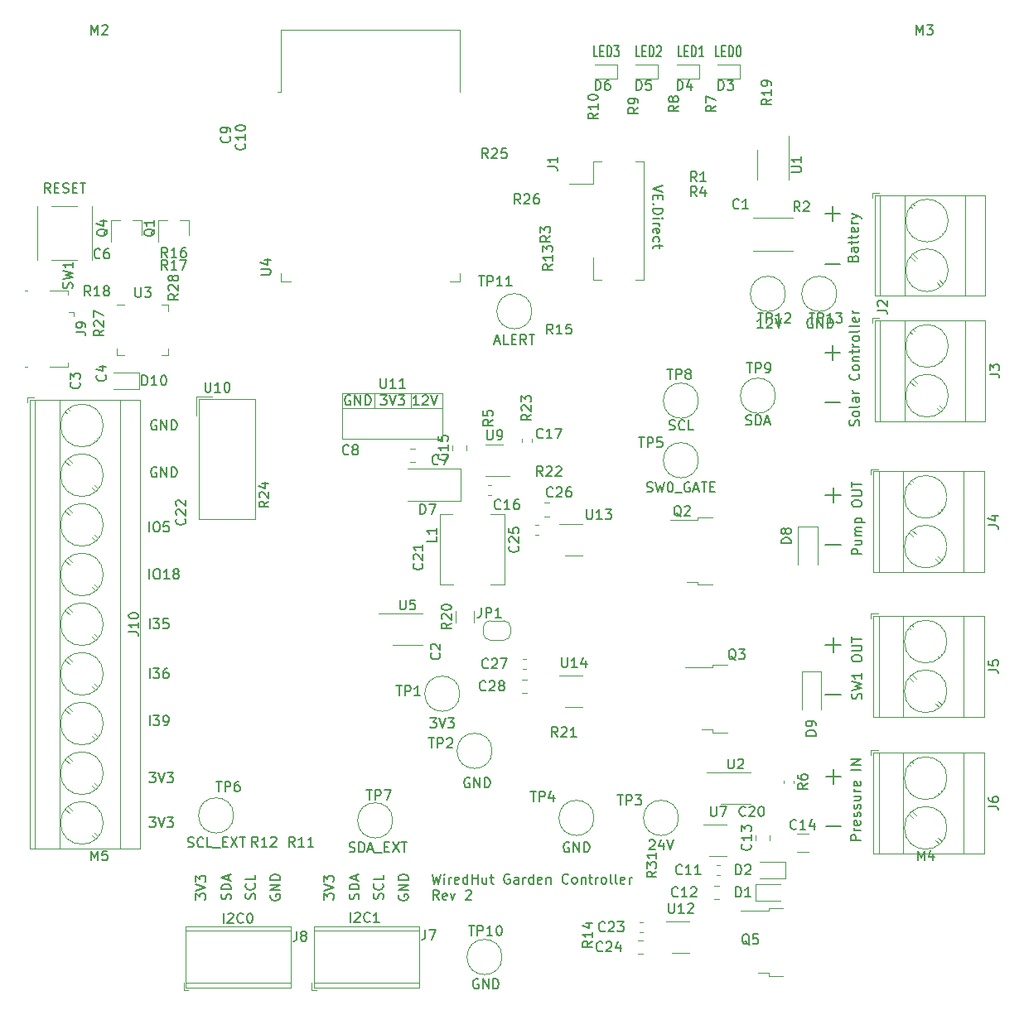
<source format=gto>
G04 #@! TF.GenerationSoftware,KiCad,Pcbnew,5.1.6-c6e7f7d~87~ubuntu18.04.1*
G04 #@! TF.CreationDate,2020-08-03T14:56:27+01:00*
G04 #@! TF.ProjectId,garden,67617264-656e-42e6-9b69-6361645f7063,rev?*
G04 #@! TF.SameCoordinates,Original*
G04 #@! TF.FileFunction,Legend,Top*
G04 #@! TF.FilePolarity,Positive*
%FSLAX46Y46*%
G04 Gerber Fmt 4.6, Leading zero omitted, Abs format (unit mm)*
G04 Created by KiCad (PCBNEW 5.1.6-c6e7f7d~87~ubuntu18.04.1) date 2020-08-03 14:56:27*
%MOMM*%
%LPD*%
G01*
G04 APERTURE LIST*
%ADD10C,0.150000*%
%ADD11C,0.200000*%
%ADD12C,0.120000*%
G04 APERTURE END LIST*
D10*
X102235095Y-146820000D02*
X102139857Y-146772380D01*
X101997000Y-146772380D01*
X101854142Y-146820000D01*
X101758904Y-146915238D01*
X101711285Y-147010476D01*
X101663666Y-147200952D01*
X101663666Y-147343809D01*
X101711285Y-147534285D01*
X101758904Y-147629523D01*
X101854142Y-147724761D01*
X101997000Y-147772380D01*
X102092238Y-147772380D01*
X102235095Y-147724761D01*
X102282714Y-147677142D01*
X102282714Y-147343809D01*
X102092238Y-147343809D01*
X102711285Y-147772380D02*
X102711285Y-146772380D01*
X103282714Y-147772380D01*
X103282714Y-146772380D01*
X103758904Y-147772380D02*
X103758904Y-146772380D01*
X103997000Y-146772380D01*
X104139857Y-146820000D01*
X104235095Y-146915238D01*
X104282714Y-147010476D01*
X104330333Y-147200952D01*
X104330333Y-147343809D01*
X104282714Y-147534285D01*
X104235095Y-147629523D01*
X104139857Y-147724761D01*
X103997000Y-147772380D01*
X103758904Y-147772380D01*
X58491619Y-66365380D02*
X58158285Y-65889190D01*
X57920190Y-66365380D02*
X57920190Y-65365380D01*
X58301142Y-65365380D01*
X58396380Y-65413000D01*
X58444000Y-65460619D01*
X58491619Y-65555857D01*
X58491619Y-65698714D01*
X58444000Y-65793952D01*
X58396380Y-65841571D01*
X58301142Y-65889190D01*
X57920190Y-65889190D01*
X58920190Y-65841571D02*
X59253523Y-65841571D01*
X59396380Y-66365380D02*
X58920190Y-66365380D01*
X58920190Y-65365380D01*
X59396380Y-65365380D01*
X59777333Y-66317761D02*
X59920190Y-66365380D01*
X60158285Y-66365380D01*
X60253523Y-66317761D01*
X60301142Y-66270142D01*
X60348761Y-66174904D01*
X60348761Y-66079666D01*
X60301142Y-65984428D01*
X60253523Y-65936809D01*
X60158285Y-65889190D01*
X59967809Y-65841571D01*
X59872571Y-65793952D01*
X59824952Y-65746333D01*
X59777333Y-65651095D01*
X59777333Y-65555857D01*
X59824952Y-65460619D01*
X59872571Y-65413000D01*
X59967809Y-65365380D01*
X60205904Y-65365380D01*
X60348761Y-65413000D01*
X60777333Y-65841571D02*
X61110666Y-65841571D01*
X61253523Y-66365380D02*
X60777333Y-66365380D01*
X60777333Y-65365380D01*
X61253523Y-65365380D01*
X61539238Y-65365380D02*
X62110666Y-65365380D01*
X61824952Y-66365380D02*
X61824952Y-65365380D01*
X136398095Y-79256000D02*
X136302857Y-79208380D01*
X136160000Y-79208380D01*
X136017142Y-79256000D01*
X135921904Y-79351238D01*
X135874285Y-79446476D01*
X135826666Y-79636952D01*
X135826666Y-79779809D01*
X135874285Y-79970285D01*
X135921904Y-80065523D01*
X136017142Y-80160761D01*
X136160000Y-80208380D01*
X136255238Y-80208380D01*
X136398095Y-80160761D01*
X136445714Y-80113142D01*
X136445714Y-79779809D01*
X136255238Y-79779809D01*
X136874285Y-80208380D02*
X136874285Y-79208380D01*
X137445714Y-80208380D01*
X137445714Y-79208380D01*
X137921904Y-80208380D02*
X137921904Y-79208380D01*
X138160000Y-79208380D01*
X138302857Y-79256000D01*
X138398095Y-79351238D01*
X138445714Y-79446476D01*
X138493333Y-79636952D01*
X138493333Y-79779809D01*
X138445714Y-79970285D01*
X138398095Y-80065523D01*
X138302857Y-80160761D01*
X138160000Y-80208380D01*
X137921904Y-80208380D01*
X131333952Y-80208380D02*
X130762523Y-80208380D01*
X131048238Y-80208380D02*
X131048238Y-79208380D01*
X130953000Y-79351238D01*
X130857761Y-79446476D01*
X130762523Y-79494095D01*
X131714904Y-79303619D02*
X131762523Y-79256000D01*
X131857761Y-79208380D01*
X132095857Y-79208380D01*
X132191095Y-79256000D01*
X132238714Y-79303619D01*
X132286333Y-79398857D01*
X132286333Y-79494095D01*
X132238714Y-79636952D01*
X131667285Y-80208380D01*
X132286333Y-80208380D01*
X132572047Y-79208380D02*
X132905380Y-80208380D01*
X133238714Y-79208380D01*
X103941809Y-81573666D02*
X104418000Y-81573666D01*
X103846571Y-81859380D02*
X104179904Y-80859380D01*
X104513238Y-81859380D01*
X105322761Y-81859380D02*
X104846571Y-81859380D01*
X104846571Y-80859380D01*
X105656095Y-81335571D02*
X105989428Y-81335571D01*
X106132285Y-81859380D02*
X105656095Y-81859380D01*
X105656095Y-80859380D01*
X106132285Y-80859380D01*
X107132285Y-81859380D02*
X106798952Y-81383190D01*
X106560857Y-81859380D02*
X106560857Y-80859380D01*
X106941809Y-80859380D01*
X107037047Y-80907000D01*
X107084666Y-80954619D01*
X107132285Y-81049857D01*
X107132285Y-81192714D01*
X107084666Y-81287952D01*
X107037047Y-81335571D01*
X106941809Y-81383190D01*
X106560857Y-81383190D01*
X107418000Y-80859380D02*
X107989428Y-80859380D01*
X107703714Y-81859380D02*
X107703714Y-80859380D01*
X129595714Y-90066761D02*
X129738571Y-90114380D01*
X129976666Y-90114380D01*
X130071904Y-90066761D01*
X130119523Y-90019142D01*
X130167142Y-89923904D01*
X130167142Y-89828666D01*
X130119523Y-89733428D01*
X130071904Y-89685809D01*
X129976666Y-89638190D01*
X129786190Y-89590571D01*
X129690952Y-89542952D01*
X129643333Y-89495333D01*
X129595714Y-89400095D01*
X129595714Y-89304857D01*
X129643333Y-89209619D01*
X129690952Y-89162000D01*
X129786190Y-89114380D01*
X130024285Y-89114380D01*
X130167142Y-89162000D01*
X130595714Y-90114380D02*
X130595714Y-89114380D01*
X130833809Y-89114380D01*
X130976666Y-89162000D01*
X131071904Y-89257238D01*
X131119523Y-89352476D01*
X131167142Y-89542952D01*
X131167142Y-89685809D01*
X131119523Y-89876285D01*
X131071904Y-89971523D01*
X130976666Y-90066761D01*
X130833809Y-90114380D01*
X130595714Y-90114380D01*
X131548095Y-89828666D02*
X132024285Y-89828666D01*
X131452857Y-90114380D02*
X131786190Y-89114380D01*
X132119523Y-90114380D01*
X121745523Y-90574761D02*
X121888380Y-90622380D01*
X122126476Y-90622380D01*
X122221714Y-90574761D01*
X122269333Y-90527142D01*
X122316952Y-90431904D01*
X122316952Y-90336666D01*
X122269333Y-90241428D01*
X122221714Y-90193809D01*
X122126476Y-90146190D01*
X121936000Y-90098571D01*
X121840761Y-90050952D01*
X121793142Y-90003333D01*
X121745523Y-89908095D01*
X121745523Y-89812857D01*
X121793142Y-89717619D01*
X121840761Y-89670000D01*
X121936000Y-89622380D01*
X122174095Y-89622380D01*
X122316952Y-89670000D01*
X123316952Y-90527142D02*
X123269333Y-90574761D01*
X123126476Y-90622380D01*
X123031238Y-90622380D01*
X122888380Y-90574761D01*
X122793142Y-90479523D01*
X122745523Y-90384285D01*
X122697904Y-90193809D01*
X122697904Y-90050952D01*
X122745523Y-89860476D01*
X122793142Y-89765238D01*
X122888380Y-89670000D01*
X123031238Y-89622380D01*
X123126476Y-89622380D01*
X123269333Y-89670000D01*
X123316952Y-89717619D01*
X124221714Y-90622380D02*
X123745523Y-90622380D01*
X123745523Y-89622380D01*
X89043238Y-133754761D02*
X89186095Y-133802380D01*
X89424190Y-133802380D01*
X89519428Y-133754761D01*
X89567047Y-133707142D01*
X89614666Y-133611904D01*
X89614666Y-133516666D01*
X89567047Y-133421428D01*
X89519428Y-133373809D01*
X89424190Y-133326190D01*
X89233714Y-133278571D01*
X89138476Y-133230952D01*
X89090857Y-133183333D01*
X89043238Y-133088095D01*
X89043238Y-132992857D01*
X89090857Y-132897619D01*
X89138476Y-132850000D01*
X89233714Y-132802380D01*
X89471809Y-132802380D01*
X89614666Y-132850000D01*
X90043238Y-133802380D02*
X90043238Y-132802380D01*
X90281333Y-132802380D01*
X90424190Y-132850000D01*
X90519428Y-132945238D01*
X90567047Y-133040476D01*
X90614666Y-133230952D01*
X90614666Y-133373809D01*
X90567047Y-133564285D01*
X90519428Y-133659523D01*
X90424190Y-133754761D01*
X90281333Y-133802380D01*
X90043238Y-133802380D01*
X90995619Y-133516666D02*
X91471809Y-133516666D01*
X90900380Y-133802380D02*
X91233714Y-132802380D01*
X91567047Y-133802380D01*
X91662285Y-133897619D02*
X92424190Y-133897619D01*
X92662285Y-133278571D02*
X92995619Y-133278571D01*
X93138476Y-133802380D02*
X92662285Y-133802380D01*
X92662285Y-132802380D01*
X93138476Y-132802380D01*
X93471809Y-132802380D02*
X94138476Y-133802380D01*
X94138476Y-132802380D02*
X93471809Y-133802380D01*
X94376571Y-132802380D02*
X94948000Y-132802380D01*
X94662285Y-133802380D02*
X94662285Y-132802380D01*
X72557047Y-133246761D02*
X72699904Y-133294380D01*
X72938000Y-133294380D01*
X73033238Y-133246761D01*
X73080857Y-133199142D01*
X73128476Y-133103904D01*
X73128476Y-133008666D01*
X73080857Y-132913428D01*
X73033238Y-132865809D01*
X72938000Y-132818190D01*
X72747523Y-132770571D01*
X72652285Y-132722952D01*
X72604666Y-132675333D01*
X72557047Y-132580095D01*
X72557047Y-132484857D01*
X72604666Y-132389619D01*
X72652285Y-132342000D01*
X72747523Y-132294380D01*
X72985619Y-132294380D01*
X73128476Y-132342000D01*
X74128476Y-133199142D02*
X74080857Y-133246761D01*
X73938000Y-133294380D01*
X73842761Y-133294380D01*
X73699904Y-133246761D01*
X73604666Y-133151523D01*
X73557047Y-133056285D01*
X73509428Y-132865809D01*
X73509428Y-132722952D01*
X73557047Y-132532476D01*
X73604666Y-132437238D01*
X73699904Y-132342000D01*
X73842761Y-132294380D01*
X73938000Y-132294380D01*
X74080857Y-132342000D01*
X74128476Y-132389619D01*
X75033238Y-133294380D02*
X74557047Y-133294380D01*
X74557047Y-132294380D01*
X75128476Y-133389619D02*
X75890380Y-133389619D01*
X76128476Y-132770571D02*
X76461809Y-132770571D01*
X76604666Y-133294380D02*
X76128476Y-133294380D01*
X76128476Y-132294380D01*
X76604666Y-132294380D01*
X76938000Y-132294380D02*
X77604666Y-133294380D01*
X77604666Y-132294380D02*
X76938000Y-133294380D01*
X77842761Y-132294380D02*
X78414190Y-132294380D01*
X78128476Y-133294380D02*
X78128476Y-132294380D01*
X119459809Y-96924761D02*
X119602666Y-96972380D01*
X119840761Y-96972380D01*
X119936000Y-96924761D01*
X119983619Y-96877142D01*
X120031238Y-96781904D01*
X120031238Y-96686666D01*
X119983619Y-96591428D01*
X119936000Y-96543809D01*
X119840761Y-96496190D01*
X119650285Y-96448571D01*
X119555047Y-96400952D01*
X119507428Y-96353333D01*
X119459809Y-96258095D01*
X119459809Y-96162857D01*
X119507428Y-96067619D01*
X119555047Y-96020000D01*
X119650285Y-95972380D01*
X119888380Y-95972380D01*
X120031238Y-96020000D01*
X120364571Y-95972380D02*
X120602666Y-96972380D01*
X120793142Y-96258095D01*
X120983619Y-96972380D01*
X121221714Y-95972380D01*
X121793142Y-95972380D02*
X121888380Y-95972380D01*
X121983619Y-96020000D01*
X122031238Y-96067619D01*
X122078857Y-96162857D01*
X122126476Y-96353333D01*
X122126476Y-96591428D01*
X122078857Y-96781904D01*
X122031238Y-96877142D01*
X121983619Y-96924761D01*
X121888380Y-96972380D01*
X121793142Y-96972380D01*
X121697904Y-96924761D01*
X121650285Y-96877142D01*
X121602666Y-96781904D01*
X121555047Y-96591428D01*
X121555047Y-96353333D01*
X121602666Y-96162857D01*
X121650285Y-96067619D01*
X121697904Y-96020000D01*
X121793142Y-95972380D01*
X122316952Y-97067619D02*
X123078857Y-97067619D01*
X123840761Y-96020000D02*
X123745523Y-95972380D01*
X123602666Y-95972380D01*
X123459809Y-96020000D01*
X123364571Y-96115238D01*
X123316952Y-96210476D01*
X123269333Y-96400952D01*
X123269333Y-96543809D01*
X123316952Y-96734285D01*
X123364571Y-96829523D01*
X123459809Y-96924761D01*
X123602666Y-96972380D01*
X123697904Y-96972380D01*
X123840761Y-96924761D01*
X123888380Y-96877142D01*
X123888380Y-96543809D01*
X123697904Y-96543809D01*
X124269333Y-96686666D02*
X124745523Y-96686666D01*
X124174095Y-96972380D02*
X124507428Y-95972380D01*
X124840761Y-96972380D01*
X125031238Y-95972380D02*
X125602666Y-95972380D01*
X125316952Y-96972380D02*
X125316952Y-95972380D01*
X125936000Y-96448571D02*
X126269333Y-96448571D01*
X126412190Y-96972380D02*
X125936000Y-96972380D01*
X125936000Y-95972380D01*
X126412190Y-95972380D01*
X101346095Y-126246000D02*
X101250857Y-126198380D01*
X101108000Y-126198380D01*
X100965142Y-126246000D01*
X100869904Y-126341238D01*
X100822285Y-126436476D01*
X100774666Y-126626952D01*
X100774666Y-126769809D01*
X100822285Y-126960285D01*
X100869904Y-127055523D01*
X100965142Y-127150761D01*
X101108000Y-127198380D01*
X101203238Y-127198380D01*
X101346095Y-127150761D01*
X101393714Y-127103142D01*
X101393714Y-126769809D01*
X101203238Y-126769809D01*
X101822285Y-127198380D02*
X101822285Y-126198380D01*
X102393714Y-127198380D01*
X102393714Y-126198380D01*
X102869904Y-127198380D02*
X102869904Y-126198380D01*
X103108000Y-126198380D01*
X103250857Y-126246000D01*
X103346095Y-126341238D01*
X103393714Y-126436476D01*
X103441333Y-126626952D01*
X103441333Y-126769809D01*
X103393714Y-126960285D01*
X103346095Y-127055523D01*
X103250857Y-127150761D01*
X103108000Y-127198380D01*
X102869904Y-127198380D01*
X97313904Y-120102380D02*
X97932952Y-120102380D01*
X97599619Y-120483333D01*
X97742476Y-120483333D01*
X97837714Y-120530952D01*
X97885333Y-120578571D01*
X97932952Y-120673809D01*
X97932952Y-120911904D01*
X97885333Y-121007142D01*
X97837714Y-121054761D01*
X97742476Y-121102380D01*
X97456761Y-121102380D01*
X97361523Y-121054761D01*
X97313904Y-121007142D01*
X98218666Y-120102380D02*
X98552000Y-121102380D01*
X98885333Y-120102380D01*
X99123428Y-120102380D02*
X99742476Y-120102380D01*
X99409142Y-120483333D01*
X99552000Y-120483333D01*
X99647238Y-120530952D01*
X99694857Y-120578571D01*
X99742476Y-120673809D01*
X99742476Y-120911904D01*
X99694857Y-121007142D01*
X99647238Y-121054761D01*
X99552000Y-121102380D01*
X99266285Y-121102380D01*
X99171047Y-121054761D01*
X99123428Y-121007142D01*
X119713523Y-132643619D02*
X119761142Y-132596000D01*
X119856380Y-132548380D01*
X120094476Y-132548380D01*
X120189714Y-132596000D01*
X120237333Y-132643619D01*
X120284952Y-132738857D01*
X120284952Y-132834095D01*
X120237333Y-132976952D01*
X119665904Y-133548380D01*
X120284952Y-133548380D01*
X121142095Y-132881714D02*
X121142095Y-133548380D01*
X120904000Y-132500761D02*
X120665904Y-133215047D01*
X121284952Y-133215047D01*
X121523047Y-132548380D02*
X121856380Y-133548380D01*
X122189714Y-132548380D01*
X111506095Y-132850000D02*
X111410857Y-132802380D01*
X111268000Y-132802380D01*
X111125142Y-132850000D01*
X111029904Y-132945238D01*
X110982285Y-133040476D01*
X110934666Y-133230952D01*
X110934666Y-133373809D01*
X110982285Y-133564285D01*
X111029904Y-133659523D01*
X111125142Y-133754761D01*
X111268000Y-133802380D01*
X111363238Y-133802380D01*
X111506095Y-133754761D01*
X111553714Y-133707142D01*
X111553714Y-133373809D01*
X111363238Y-133373809D01*
X111982285Y-133802380D02*
X111982285Y-132802380D01*
X112553714Y-133802380D01*
X112553714Y-132802380D01*
X113029904Y-133802380D02*
X113029904Y-132802380D01*
X113268000Y-132802380D01*
X113410857Y-132850000D01*
X113506095Y-132945238D01*
X113553714Y-133040476D01*
X113601333Y-133230952D01*
X113601333Y-133373809D01*
X113553714Y-133564285D01*
X113506095Y-133659523D01*
X113410857Y-133754761D01*
X113268000Y-133802380D01*
X113029904Y-133802380D01*
X68643619Y-120848380D02*
X68643619Y-119848380D01*
X69024571Y-119848380D02*
X69643619Y-119848380D01*
X69310285Y-120229333D01*
X69453142Y-120229333D01*
X69548380Y-120276952D01*
X69596000Y-120324571D01*
X69643619Y-120419809D01*
X69643619Y-120657904D01*
X69596000Y-120753142D01*
X69548380Y-120800761D01*
X69453142Y-120848380D01*
X69167428Y-120848380D01*
X69072190Y-120800761D01*
X69024571Y-120753142D01*
X70119809Y-120848380D02*
X70310285Y-120848380D01*
X70405523Y-120800761D01*
X70453142Y-120753142D01*
X70548380Y-120610285D01*
X70596000Y-120419809D01*
X70596000Y-120038857D01*
X70548380Y-119943619D01*
X70500761Y-119896000D01*
X70405523Y-119848380D01*
X70215047Y-119848380D01*
X70119809Y-119896000D01*
X70072190Y-119943619D01*
X70024571Y-120038857D01*
X70024571Y-120276952D01*
X70072190Y-120372190D01*
X70119809Y-120419809D01*
X70215047Y-120467428D01*
X70405523Y-120467428D01*
X70500761Y-120419809D01*
X70548380Y-120372190D01*
X70596000Y-120276952D01*
X68643619Y-116022380D02*
X68643619Y-115022380D01*
X69024571Y-115022380D02*
X69643619Y-115022380D01*
X69310285Y-115403333D01*
X69453142Y-115403333D01*
X69548380Y-115450952D01*
X69596000Y-115498571D01*
X69643619Y-115593809D01*
X69643619Y-115831904D01*
X69596000Y-115927142D01*
X69548380Y-115974761D01*
X69453142Y-116022380D01*
X69167428Y-116022380D01*
X69072190Y-115974761D01*
X69024571Y-115927142D01*
X70500761Y-115022380D02*
X70310285Y-115022380D01*
X70215047Y-115070000D01*
X70167428Y-115117619D01*
X70072190Y-115260476D01*
X70024571Y-115450952D01*
X70024571Y-115831904D01*
X70072190Y-115927142D01*
X70119809Y-115974761D01*
X70215047Y-116022380D01*
X70405523Y-116022380D01*
X70500761Y-115974761D01*
X70548380Y-115927142D01*
X70596000Y-115831904D01*
X70596000Y-115593809D01*
X70548380Y-115498571D01*
X70500761Y-115450952D01*
X70405523Y-115403333D01*
X70215047Y-115403333D01*
X70119809Y-115450952D01*
X70072190Y-115498571D01*
X70024571Y-115593809D01*
X68643619Y-110942380D02*
X68643619Y-109942380D01*
X69024571Y-109942380D02*
X69643619Y-109942380D01*
X69310285Y-110323333D01*
X69453142Y-110323333D01*
X69548380Y-110370952D01*
X69596000Y-110418571D01*
X69643619Y-110513809D01*
X69643619Y-110751904D01*
X69596000Y-110847142D01*
X69548380Y-110894761D01*
X69453142Y-110942380D01*
X69167428Y-110942380D01*
X69072190Y-110894761D01*
X69024571Y-110847142D01*
X70548380Y-109942380D02*
X70072190Y-109942380D01*
X70024571Y-110418571D01*
X70072190Y-110370952D01*
X70167428Y-110323333D01*
X70405523Y-110323333D01*
X70500761Y-110370952D01*
X70548380Y-110418571D01*
X70596000Y-110513809D01*
X70596000Y-110751904D01*
X70548380Y-110847142D01*
X70500761Y-110894761D01*
X70405523Y-110942380D01*
X70167428Y-110942380D01*
X70072190Y-110894761D01*
X70024571Y-110847142D01*
X68596000Y-101036380D02*
X68596000Y-100036380D01*
X69262666Y-100036380D02*
X69453142Y-100036380D01*
X69548380Y-100084000D01*
X69643619Y-100179238D01*
X69691238Y-100369714D01*
X69691238Y-100703047D01*
X69643619Y-100893523D01*
X69548380Y-100988761D01*
X69453142Y-101036380D01*
X69262666Y-101036380D01*
X69167428Y-100988761D01*
X69072190Y-100893523D01*
X69024571Y-100703047D01*
X69024571Y-100369714D01*
X69072190Y-100179238D01*
X69167428Y-100084000D01*
X69262666Y-100036380D01*
X70596000Y-100036380D02*
X70119809Y-100036380D01*
X70072190Y-100512571D01*
X70119809Y-100464952D01*
X70215047Y-100417333D01*
X70453142Y-100417333D01*
X70548380Y-100464952D01*
X70596000Y-100512571D01*
X70643619Y-100607809D01*
X70643619Y-100845904D01*
X70596000Y-100941142D01*
X70548380Y-100988761D01*
X70453142Y-101036380D01*
X70215047Y-101036380D01*
X70119809Y-100988761D01*
X70072190Y-100941142D01*
X96154952Y-88082380D02*
X95583523Y-88082380D01*
X95869238Y-88082380D02*
X95869238Y-87082380D01*
X95774000Y-87225238D01*
X95678761Y-87320476D01*
X95583523Y-87368095D01*
X96535904Y-87177619D02*
X96583523Y-87130000D01*
X96678761Y-87082380D01*
X96916857Y-87082380D01*
X97012095Y-87130000D01*
X97059714Y-87177619D01*
X97107333Y-87272857D01*
X97107333Y-87368095D01*
X97059714Y-87510952D01*
X96488285Y-88082380D01*
X97107333Y-88082380D01*
X97393047Y-87082380D02*
X97726380Y-88082380D01*
X98059714Y-87082380D01*
X92233904Y-87082380D02*
X92852952Y-87082380D01*
X92519619Y-87463333D01*
X92662476Y-87463333D01*
X92757714Y-87510952D01*
X92805333Y-87558571D01*
X92852952Y-87653809D01*
X92852952Y-87891904D01*
X92805333Y-87987142D01*
X92757714Y-88034761D01*
X92662476Y-88082380D01*
X92376761Y-88082380D01*
X92281523Y-88034761D01*
X92233904Y-87987142D01*
X93138666Y-87082380D02*
X93472000Y-88082380D01*
X93805333Y-87082380D01*
X94043428Y-87082380D02*
X94662476Y-87082380D01*
X94329142Y-87463333D01*
X94472000Y-87463333D01*
X94567238Y-87510952D01*
X94614857Y-87558571D01*
X94662476Y-87653809D01*
X94662476Y-87891904D01*
X94614857Y-87987142D01*
X94567238Y-88034761D01*
X94472000Y-88082380D01*
X94186285Y-88082380D01*
X94091047Y-88034761D01*
X94043428Y-87987142D01*
X89154095Y-87130000D02*
X89058857Y-87082380D01*
X88916000Y-87082380D01*
X88773142Y-87130000D01*
X88677904Y-87225238D01*
X88630285Y-87320476D01*
X88582666Y-87510952D01*
X88582666Y-87653809D01*
X88630285Y-87844285D01*
X88677904Y-87939523D01*
X88773142Y-88034761D01*
X88916000Y-88082380D01*
X89011238Y-88082380D01*
X89154095Y-88034761D01*
X89201714Y-87987142D01*
X89201714Y-87653809D01*
X89011238Y-87653809D01*
X89630285Y-88082380D02*
X89630285Y-87082380D01*
X90201714Y-88082380D01*
X90201714Y-87082380D01*
X90677904Y-88082380D02*
X90677904Y-87082380D01*
X90916000Y-87082380D01*
X91058857Y-87130000D01*
X91154095Y-87225238D01*
X91201714Y-87320476D01*
X91249333Y-87510952D01*
X91249333Y-87653809D01*
X91201714Y-87844285D01*
X91154095Y-87939523D01*
X91058857Y-88034761D01*
X90916000Y-88082380D01*
X90677904Y-88082380D01*
X121070619Y-65619714D02*
X120070619Y-65953047D01*
X121070619Y-66286380D01*
X120594428Y-66619714D02*
X120594428Y-66953047D01*
X120070619Y-67095904D02*
X120070619Y-66619714D01*
X121070619Y-66619714D01*
X121070619Y-67095904D01*
X120165857Y-67524476D02*
X120118238Y-67572095D01*
X120070619Y-67524476D01*
X120118238Y-67476857D01*
X120165857Y-67524476D01*
X120070619Y-67524476D01*
X120070619Y-68000666D02*
X121070619Y-68000666D01*
X121070619Y-68238761D01*
X121023000Y-68381619D01*
X120927761Y-68476857D01*
X120832523Y-68524476D01*
X120642047Y-68572095D01*
X120499190Y-68572095D01*
X120308714Y-68524476D01*
X120213476Y-68476857D01*
X120118238Y-68381619D01*
X120070619Y-68238761D01*
X120070619Y-68000666D01*
X120070619Y-69000666D02*
X120737285Y-69000666D01*
X121070619Y-69000666D02*
X121023000Y-68953047D01*
X120975380Y-69000666D01*
X121023000Y-69048285D01*
X121070619Y-69000666D01*
X120975380Y-69000666D01*
X120070619Y-69476857D02*
X120737285Y-69476857D01*
X120546809Y-69476857D02*
X120642047Y-69524476D01*
X120689666Y-69572095D01*
X120737285Y-69667333D01*
X120737285Y-69762571D01*
X120118238Y-70476857D02*
X120070619Y-70381619D01*
X120070619Y-70191142D01*
X120118238Y-70095904D01*
X120213476Y-70048285D01*
X120594428Y-70048285D01*
X120689666Y-70095904D01*
X120737285Y-70191142D01*
X120737285Y-70381619D01*
X120689666Y-70476857D01*
X120594428Y-70524476D01*
X120499190Y-70524476D01*
X120403952Y-70048285D01*
X120118238Y-71381619D02*
X120070619Y-71286380D01*
X120070619Y-71095904D01*
X120118238Y-71000666D01*
X120165857Y-70953047D01*
X120261095Y-70905428D01*
X120546809Y-70905428D01*
X120642047Y-70953047D01*
X120689666Y-71000666D01*
X120737285Y-71095904D01*
X120737285Y-71286380D01*
X120689666Y-71381619D01*
X120737285Y-71667333D02*
X120737285Y-72048285D01*
X121070619Y-71810190D02*
X120213476Y-71810190D01*
X120118238Y-71857809D01*
X120070619Y-71953047D01*
X120070619Y-72048285D01*
D11*
X114420761Y-52440619D02*
X114039809Y-52440619D01*
X114039809Y-51340619D01*
X114687428Y-51864428D02*
X114954095Y-51864428D01*
X115068380Y-52440619D02*
X114687428Y-52440619D01*
X114687428Y-51340619D01*
X115068380Y-51340619D01*
X115411238Y-52440619D02*
X115411238Y-51340619D01*
X115601714Y-51340619D01*
X115716000Y-51393000D01*
X115792190Y-51497761D01*
X115830285Y-51602523D01*
X115868380Y-51812047D01*
X115868380Y-51969190D01*
X115830285Y-52178714D01*
X115792190Y-52283476D01*
X115716000Y-52388238D01*
X115601714Y-52440619D01*
X115411238Y-52440619D01*
X116135047Y-51340619D02*
X116630285Y-51340619D01*
X116363619Y-51759666D01*
X116477904Y-51759666D01*
X116554095Y-51812047D01*
X116592190Y-51864428D01*
X116630285Y-51969190D01*
X116630285Y-52231095D01*
X116592190Y-52335857D01*
X116554095Y-52388238D01*
X116477904Y-52440619D01*
X116249333Y-52440619D01*
X116173142Y-52388238D01*
X116135047Y-52335857D01*
X118738761Y-52440619D02*
X118357809Y-52440619D01*
X118357809Y-51340619D01*
X119005428Y-51864428D02*
X119272095Y-51864428D01*
X119386380Y-52440619D02*
X119005428Y-52440619D01*
X119005428Y-51340619D01*
X119386380Y-51340619D01*
X119729238Y-52440619D02*
X119729238Y-51340619D01*
X119919714Y-51340619D01*
X120034000Y-51393000D01*
X120110190Y-51497761D01*
X120148285Y-51602523D01*
X120186380Y-51812047D01*
X120186380Y-51969190D01*
X120148285Y-52178714D01*
X120110190Y-52283476D01*
X120034000Y-52388238D01*
X119919714Y-52440619D01*
X119729238Y-52440619D01*
X120491142Y-51445380D02*
X120529238Y-51393000D01*
X120605428Y-51340619D01*
X120795904Y-51340619D01*
X120872095Y-51393000D01*
X120910190Y-51445380D01*
X120948285Y-51550142D01*
X120948285Y-51654904D01*
X120910190Y-51812047D01*
X120453047Y-52440619D01*
X120948285Y-52440619D01*
X123056761Y-52440619D02*
X122675809Y-52440619D01*
X122675809Y-51340619D01*
X123323428Y-51864428D02*
X123590095Y-51864428D01*
X123704380Y-52440619D02*
X123323428Y-52440619D01*
X123323428Y-51340619D01*
X123704380Y-51340619D01*
X124047238Y-52440619D02*
X124047238Y-51340619D01*
X124237714Y-51340619D01*
X124352000Y-51393000D01*
X124428190Y-51497761D01*
X124466285Y-51602523D01*
X124504380Y-51812047D01*
X124504380Y-51969190D01*
X124466285Y-52178714D01*
X124428190Y-52283476D01*
X124352000Y-52388238D01*
X124237714Y-52440619D01*
X124047238Y-52440619D01*
X125266285Y-52440619D02*
X124809142Y-52440619D01*
X125037714Y-52440619D02*
X125037714Y-51340619D01*
X124961523Y-51497761D01*
X124885333Y-51602523D01*
X124809142Y-51654904D01*
X126866761Y-52440619D02*
X126485809Y-52440619D01*
X126485809Y-51340619D01*
X127133428Y-51864428D02*
X127400095Y-51864428D01*
X127514380Y-52440619D02*
X127133428Y-52440619D01*
X127133428Y-51340619D01*
X127514380Y-51340619D01*
X127857238Y-52440619D02*
X127857238Y-51340619D01*
X128047714Y-51340619D01*
X128162000Y-51393000D01*
X128238190Y-51497761D01*
X128276285Y-51602523D01*
X128314380Y-51812047D01*
X128314380Y-51969190D01*
X128276285Y-52178714D01*
X128238190Y-52283476D01*
X128162000Y-52388238D01*
X128047714Y-52440619D01*
X127857238Y-52440619D01*
X128809619Y-51340619D02*
X128885809Y-51340619D01*
X128962000Y-51393000D01*
X129000095Y-51445380D01*
X129038190Y-51550142D01*
X129076285Y-51759666D01*
X129076285Y-52021571D01*
X129038190Y-52231095D01*
X129000095Y-52335857D01*
X128962000Y-52388238D01*
X128885809Y-52440619D01*
X128809619Y-52440619D01*
X128733428Y-52388238D01*
X128695333Y-52335857D01*
X128657238Y-52231095D01*
X128619142Y-52021571D01*
X128619142Y-51759666D01*
X128657238Y-51550142D01*
X128695333Y-51445380D01*
X128733428Y-51393000D01*
X128809619Y-51340619D01*
D10*
X68627809Y-105862380D02*
X68627809Y-104862380D01*
X69294476Y-104862380D02*
X69484952Y-104862380D01*
X69580190Y-104910000D01*
X69675428Y-105005238D01*
X69723047Y-105195714D01*
X69723047Y-105529047D01*
X69675428Y-105719523D01*
X69580190Y-105814761D01*
X69484952Y-105862380D01*
X69294476Y-105862380D01*
X69199238Y-105814761D01*
X69104000Y-105719523D01*
X69056380Y-105529047D01*
X69056380Y-105195714D01*
X69104000Y-105005238D01*
X69199238Y-104910000D01*
X69294476Y-104862380D01*
X70675428Y-105862380D02*
X70104000Y-105862380D01*
X70389714Y-105862380D02*
X70389714Y-104862380D01*
X70294476Y-105005238D01*
X70199238Y-105100476D01*
X70104000Y-105148095D01*
X71246857Y-105290952D02*
X71151619Y-105243333D01*
X71104000Y-105195714D01*
X71056380Y-105100476D01*
X71056380Y-105052857D01*
X71104000Y-104957619D01*
X71151619Y-104910000D01*
X71246857Y-104862380D01*
X71437333Y-104862380D01*
X71532571Y-104910000D01*
X71580190Y-104957619D01*
X71627809Y-105052857D01*
X71627809Y-105100476D01*
X71580190Y-105195714D01*
X71532571Y-105243333D01*
X71437333Y-105290952D01*
X71246857Y-105290952D01*
X71151619Y-105338571D01*
X71104000Y-105386190D01*
X71056380Y-105481428D01*
X71056380Y-105671904D01*
X71104000Y-105767142D01*
X71151619Y-105814761D01*
X71246857Y-105862380D01*
X71437333Y-105862380D01*
X71532571Y-105814761D01*
X71580190Y-105767142D01*
X71627809Y-105671904D01*
X71627809Y-105481428D01*
X71580190Y-105386190D01*
X71532571Y-105338571D01*
X71437333Y-105290952D01*
X141120761Y-90185142D02*
X141168380Y-90042285D01*
X141168380Y-89804190D01*
X141120761Y-89708952D01*
X141073142Y-89661333D01*
X140977904Y-89613714D01*
X140882666Y-89613714D01*
X140787428Y-89661333D01*
X140739809Y-89708952D01*
X140692190Y-89804190D01*
X140644571Y-89994666D01*
X140596952Y-90089904D01*
X140549333Y-90137523D01*
X140454095Y-90185142D01*
X140358857Y-90185142D01*
X140263619Y-90137523D01*
X140216000Y-90089904D01*
X140168380Y-89994666D01*
X140168380Y-89756571D01*
X140216000Y-89613714D01*
X141168380Y-89042285D02*
X141120761Y-89137523D01*
X141073142Y-89185142D01*
X140977904Y-89232761D01*
X140692190Y-89232761D01*
X140596952Y-89185142D01*
X140549333Y-89137523D01*
X140501714Y-89042285D01*
X140501714Y-88899428D01*
X140549333Y-88804190D01*
X140596952Y-88756571D01*
X140692190Y-88708952D01*
X140977904Y-88708952D01*
X141073142Y-88756571D01*
X141120761Y-88804190D01*
X141168380Y-88899428D01*
X141168380Y-89042285D01*
X141168380Y-88137523D02*
X141120761Y-88232761D01*
X141025523Y-88280380D01*
X140168380Y-88280380D01*
X141168380Y-87328000D02*
X140644571Y-87328000D01*
X140549333Y-87375619D01*
X140501714Y-87470857D01*
X140501714Y-87661333D01*
X140549333Y-87756571D01*
X141120761Y-87328000D02*
X141168380Y-87423238D01*
X141168380Y-87661333D01*
X141120761Y-87756571D01*
X141025523Y-87804190D01*
X140930285Y-87804190D01*
X140835047Y-87756571D01*
X140787428Y-87661333D01*
X140787428Y-87423238D01*
X140739809Y-87328000D01*
X141168380Y-86851809D02*
X140501714Y-86851809D01*
X140692190Y-86851809D02*
X140596952Y-86804190D01*
X140549333Y-86756571D01*
X140501714Y-86661333D01*
X140501714Y-86566095D01*
X141073142Y-84899428D02*
X141120761Y-84947047D01*
X141168380Y-85089904D01*
X141168380Y-85185142D01*
X141120761Y-85328000D01*
X141025523Y-85423238D01*
X140930285Y-85470857D01*
X140739809Y-85518476D01*
X140596952Y-85518476D01*
X140406476Y-85470857D01*
X140311238Y-85423238D01*
X140216000Y-85328000D01*
X140168380Y-85185142D01*
X140168380Y-85089904D01*
X140216000Y-84947047D01*
X140263619Y-84899428D01*
X141168380Y-84328000D02*
X141120761Y-84423238D01*
X141073142Y-84470857D01*
X140977904Y-84518476D01*
X140692190Y-84518476D01*
X140596952Y-84470857D01*
X140549333Y-84423238D01*
X140501714Y-84328000D01*
X140501714Y-84185142D01*
X140549333Y-84089904D01*
X140596952Y-84042285D01*
X140692190Y-83994666D01*
X140977904Y-83994666D01*
X141073142Y-84042285D01*
X141120761Y-84089904D01*
X141168380Y-84185142D01*
X141168380Y-84328000D01*
X140501714Y-83566095D02*
X141168380Y-83566095D01*
X140596952Y-83566095D02*
X140549333Y-83518476D01*
X140501714Y-83423238D01*
X140501714Y-83280380D01*
X140549333Y-83185142D01*
X140644571Y-83137523D01*
X141168380Y-83137523D01*
X140501714Y-82804190D02*
X140501714Y-82423238D01*
X140168380Y-82661333D02*
X141025523Y-82661333D01*
X141120761Y-82613714D01*
X141168380Y-82518476D01*
X141168380Y-82423238D01*
X141168380Y-82089904D02*
X140501714Y-82089904D01*
X140692190Y-82089904D02*
X140596952Y-82042285D01*
X140549333Y-81994666D01*
X140501714Y-81899428D01*
X140501714Y-81804190D01*
X141168380Y-81328000D02*
X141120761Y-81423238D01*
X141073142Y-81470857D01*
X140977904Y-81518476D01*
X140692190Y-81518476D01*
X140596952Y-81470857D01*
X140549333Y-81423238D01*
X140501714Y-81328000D01*
X140501714Y-81185142D01*
X140549333Y-81089904D01*
X140596952Y-81042285D01*
X140692190Y-80994666D01*
X140977904Y-80994666D01*
X141073142Y-81042285D01*
X141120761Y-81089904D01*
X141168380Y-81185142D01*
X141168380Y-81328000D01*
X141168380Y-80423238D02*
X141120761Y-80518476D01*
X141025523Y-80566095D01*
X140168380Y-80566095D01*
X141168380Y-79899428D02*
X141120761Y-79994666D01*
X141025523Y-80042285D01*
X140168380Y-80042285D01*
X141120761Y-79137523D02*
X141168380Y-79232761D01*
X141168380Y-79423238D01*
X141120761Y-79518476D01*
X141025523Y-79566095D01*
X140644571Y-79566095D01*
X140549333Y-79518476D01*
X140501714Y-79423238D01*
X140501714Y-79232761D01*
X140549333Y-79137523D01*
X140644571Y-79089904D01*
X140739809Y-79089904D01*
X140835047Y-79566095D01*
X141168380Y-78661333D02*
X140501714Y-78661333D01*
X140692190Y-78661333D02*
X140596952Y-78613714D01*
X140549333Y-78566095D01*
X140501714Y-78470857D01*
X140501714Y-78375619D01*
X137655904Y-73678142D02*
X139204095Y-73678142D01*
X137655904Y-68471142D02*
X139204095Y-68471142D01*
X138430000Y-69245238D02*
X138430000Y-67697047D01*
X137719404Y-112603642D02*
X139267595Y-112603642D01*
X138493500Y-113377738D02*
X138493500Y-111829547D01*
X137719404Y-97300142D02*
X139267595Y-97300142D01*
X138493500Y-98074238D02*
X138493500Y-96526047D01*
X69342095Y-94496000D02*
X69246857Y-94448380D01*
X69104000Y-94448380D01*
X68961142Y-94496000D01*
X68865904Y-94591238D01*
X68818285Y-94686476D01*
X68770666Y-94876952D01*
X68770666Y-95019809D01*
X68818285Y-95210285D01*
X68865904Y-95305523D01*
X68961142Y-95400761D01*
X69104000Y-95448380D01*
X69199238Y-95448380D01*
X69342095Y-95400761D01*
X69389714Y-95353142D01*
X69389714Y-95019809D01*
X69199238Y-95019809D01*
X69818285Y-95448380D02*
X69818285Y-94448380D01*
X70389714Y-95448380D01*
X70389714Y-94448380D01*
X70865904Y-95448380D02*
X70865904Y-94448380D01*
X71104000Y-94448380D01*
X71246857Y-94496000D01*
X71342095Y-94591238D01*
X71389714Y-94686476D01*
X71437333Y-94876952D01*
X71437333Y-95019809D01*
X71389714Y-95210285D01*
X71342095Y-95305523D01*
X71246857Y-95400761D01*
X71104000Y-95448380D01*
X70865904Y-95448380D01*
X97522357Y-136041380D02*
X97760452Y-137041380D01*
X97950928Y-136327095D01*
X98141404Y-137041380D01*
X98379500Y-136041380D01*
X98760452Y-137041380D02*
X98760452Y-136374714D01*
X98760452Y-136041380D02*
X98712833Y-136089000D01*
X98760452Y-136136619D01*
X98808071Y-136089000D01*
X98760452Y-136041380D01*
X98760452Y-136136619D01*
X99236642Y-137041380D02*
X99236642Y-136374714D01*
X99236642Y-136565190D02*
X99284261Y-136469952D01*
X99331880Y-136422333D01*
X99427119Y-136374714D01*
X99522357Y-136374714D01*
X100236642Y-136993761D02*
X100141404Y-137041380D01*
X99950928Y-137041380D01*
X99855690Y-136993761D01*
X99808071Y-136898523D01*
X99808071Y-136517571D01*
X99855690Y-136422333D01*
X99950928Y-136374714D01*
X100141404Y-136374714D01*
X100236642Y-136422333D01*
X100284261Y-136517571D01*
X100284261Y-136612809D01*
X99808071Y-136708047D01*
X101141404Y-137041380D02*
X101141404Y-136041380D01*
X101141404Y-136993761D02*
X101046166Y-137041380D01*
X100855690Y-137041380D01*
X100760452Y-136993761D01*
X100712833Y-136946142D01*
X100665214Y-136850904D01*
X100665214Y-136565190D01*
X100712833Y-136469952D01*
X100760452Y-136422333D01*
X100855690Y-136374714D01*
X101046166Y-136374714D01*
X101141404Y-136422333D01*
X101617595Y-137041380D02*
X101617595Y-136041380D01*
X101617595Y-136517571D02*
X102189023Y-136517571D01*
X102189023Y-137041380D02*
X102189023Y-136041380D01*
X103093785Y-136374714D02*
X103093785Y-137041380D01*
X102665214Y-136374714D02*
X102665214Y-136898523D01*
X102712833Y-136993761D01*
X102808071Y-137041380D01*
X102950928Y-137041380D01*
X103046166Y-136993761D01*
X103093785Y-136946142D01*
X103427119Y-136374714D02*
X103808071Y-136374714D01*
X103569976Y-136041380D02*
X103569976Y-136898523D01*
X103617595Y-136993761D01*
X103712833Y-137041380D01*
X103808071Y-137041380D01*
X105427119Y-136089000D02*
X105331880Y-136041380D01*
X105189023Y-136041380D01*
X105046166Y-136089000D01*
X104950928Y-136184238D01*
X104903309Y-136279476D01*
X104855690Y-136469952D01*
X104855690Y-136612809D01*
X104903309Y-136803285D01*
X104950928Y-136898523D01*
X105046166Y-136993761D01*
X105189023Y-137041380D01*
X105284261Y-137041380D01*
X105427119Y-136993761D01*
X105474738Y-136946142D01*
X105474738Y-136612809D01*
X105284261Y-136612809D01*
X106331880Y-137041380D02*
X106331880Y-136517571D01*
X106284261Y-136422333D01*
X106189023Y-136374714D01*
X105998547Y-136374714D01*
X105903309Y-136422333D01*
X106331880Y-136993761D02*
X106236642Y-137041380D01*
X105998547Y-137041380D01*
X105903309Y-136993761D01*
X105855690Y-136898523D01*
X105855690Y-136803285D01*
X105903309Y-136708047D01*
X105998547Y-136660428D01*
X106236642Y-136660428D01*
X106331880Y-136612809D01*
X106808071Y-137041380D02*
X106808071Y-136374714D01*
X106808071Y-136565190D02*
X106855690Y-136469952D01*
X106903309Y-136422333D01*
X106998547Y-136374714D01*
X107093785Y-136374714D01*
X107855690Y-137041380D02*
X107855690Y-136041380D01*
X107855690Y-136993761D02*
X107760452Y-137041380D01*
X107569976Y-137041380D01*
X107474738Y-136993761D01*
X107427119Y-136946142D01*
X107379500Y-136850904D01*
X107379500Y-136565190D01*
X107427119Y-136469952D01*
X107474738Y-136422333D01*
X107569976Y-136374714D01*
X107760452Y-136374714D01*
X107855690Y-136422333D01*
X108712833Y-136993761D02*
X108617595Y-137041380D01*
X108427119Y-137041380D01*
X108331880Y-136993761D01*
X108284261Y-136898523D01*
X108284261Y-136517571D01*
X108331880Y-136422333D01*
X108427119Y-136374714D01*
X108617595Y-136374714D01*
X108712833Y-136422333D01*
X108760452Y-136517571D01*
X108760452Y-136612809D01*
X108284261Y-136708047D01*
X109189023Y-136374714D02*
X109189023Y-137041380D01*
X109189023Y-136469952D02*
X109236642Y-136422333D01*
X109331880Y-136374714D01*
X109474738Y-136374714D01*
X109569976Y-136422333D01*
X109617595Y-136517571D01*
X109617595Y-137041380D01*
X111427119Y-136946142D02*
X111379500Y-136993761D01*
X111236642Y-137041380D01*
X111141404Y-137041380D01*
X110998547Y-136993761D01*
X110903309Y-136898523D01*
X110855690Y-136803285D01*
X110808071Y-136612809D01*
X110808071Y-136469952D01*
X110855690Y-136279476D01*
X110903309Y-136184238D01*
X110998547Y-136089000D01*
X111141404Y-136041380D01*
X111236642Y-136041380D01*
X111379500Y-136089000D01*
X111427119Y-136136619D01*
X111998547Y-137041380D02*
X111903309Y-136993761D01*
X111855690Y-136946142D01*
X111808071Y-136850904D01*
X111808071Y-136565190D01*
X111855690Y-136469952D01*
X111903309Y-136422333D01*
X111998547Y-136374714D01*
X112141404Y-136374714D01*
X112236642Y-136422333D01*
X112284261Y-136469952D01*
X112331880Y-136565190D01*
X112331880Y-136850904D01*
X112284261Y-136946142D01*
X112236642Y-136993761D01*
X112141404Y-137041380D01*
X111998547Y-137041380D01*
X112760452Y-136374714D02*
X112760452Y-137041380D01*
X112760452Y-136469952D02*
X112808071Y-136422333D01*
X112903309Y-136374714D01*
X113046166Y-136374714D01*
X113141404Y-136422333D01*
X113189023Y-136517571D01*
X113189023Y-137041380D01*
X113522357Y-136374714D02*
X113903309Y-136374714D01*
X113665214Y-136041380D02*
X113665214Y-136898523D01*
X113712833Y-136993761D01*
X113808071Y-137041380D01*
X113903309Y-137041380D01*
X114236642Y-137041380D02*
X114236642Y-136374714D01*
X114236642Y-136565190D02*
X114284261Y-136469952D01*
X114331880Y-136422333D01*
X114427119Y-136374714D01*
X114522357Y-136374714D01*
X114998547Y-137041380D02*
X114903309Y-136993761D01*
X114855690Y-136946142D01*
X114808071Y-136850904D01*
X114808071Y-136565190D01*
X114855690Y-136469952D01*
X114903309Y-136422333D01*
X114998547Y-136374714D01*
X115141404Y-136374714D01*
X115236642Y-136422333D01*
X115284261Y-136469952D01*
X115331880Y-136565190D01*
X115331880Y-136850904D01*
X115284261Y-136946142D01*
X115236642Y-136993761D01*
X115141404Y-137041380D01*
X114998547Y-137041380D01*
X115903309Y-137041380D02*
X115808071Y-136993761D01*
X115760452Y-136898523D01*
X115760452Y-136041380D01*
X116427119Y-137041380D02*
X116331880Y-136993761D01*
X116284261Y-136898523D01*
X116284261Y-136041380D01*
X117189023Y-136993761D02*
X117093785Y-137041380D01*
X116903309Y-137041380D01*
X116808071Y-136993761D01*
X116760452Y-136898523D01*
X116760452Y-136517571D01*
X116808071Y-136422333D01*
X116903309Y-136374714D01*
X117093785Y-136374714D01*
X117189023Y-136422333D01*
X117236642Y-136517571D01*
X117236642Y-136612809D01*
X116760452Y-136708047D01*
X117665214Y-137041380D02*
X117665214Y-136374714D01*
X117665214Y-136565190D02*
X117712833Y-136469952D01*
X117760452Y-136422333D01*
X117855690Y-136374714D01*
X117950928Y-136374714D01*
X98189023Y-138691380D02*
X97855690Y-138215190D01*
X97617595Y-138691380D02*
X97617595Y-137691380D01*
X97998547Y-137691380D01*
X98093785Y-137739000D01*
X98141404Y-137786619D01*
X98189023Y-137881857D01*
X98189023Y-138024714D01*
X98141404Y-138119952D01*
X98093785Y-138167571D01*
X97998547Y-138215190D01*
X97617595Y-138215190D01*
X98998547Y-138643761D02*
X98903309Y-138691380D01*
X98712833Y-138691380D01*
X98617595Y-138643761D01*
X98569976Y-138548523D01*
X98569976Y-138167571D01*
X98617595Y-138072333D01*
X98712833Y-138024714D01*
X98903309Y-138024714D01*
X98998547Y-138072333D01*
X99046166Y-138167571D01*
X99046166Y-138262809D01*
X98569976Y-138358047D01*
X99379500Y-138024714D02*
X99617595Y-138691380D01*
X99855690Y-138024714D01*
X100950928Y-137786619D02*
X100998547Y-137739000D01*
X101093785Y-137691380D01*
X101331880Y-137691380D01*
X101427119Y-137739000D01*
X101474738Y-137786619D01*
X101522357Y-137881857D01*
X101522357Y-137977095D01*
X101474738Y-138119952D01*
X100903309Y-138691380D01*
X101522357Y-138691380D01*
X69342095Y-89670000D02*
X69246857Y-89622380D01*
X69104000Y-89622380D01*
X68961142Y-89670000D01*
X68865904Y-89765238D01*
X68818285Y-89860476D01*
X68770666Y-90050952D01*
X68770666Y-90193809D01*
X68818285Y-90384285D01*
X68865904Y-90479523D01*
X68961142Y-90574761D01*
X69104000Y-90622380D01*
X69199238Y-90622380D01*
X69342095Y-90574761D01*
X69389714Y-90527142D01*
X69389714Y-90193809D01*
X69199238Y-90193809D01*
X69818285Y-90622380D02*
X69818285Y-89622380D01*
X70389714Y-90622380D01*
X70389714Y-89622380D01*
X70865904Y-90622380D02*
X70865904Y-89622380D01*
X71104000Y-89622380D01*
X71246857Y-89670000D01*
X71342095Y-89765238D01*
X71389714Y-89860476D01*
X71437333Y-90050952D01*
X71437333Y-90193809D01*
X71389714Y-90384285D01*
X71342095Y-90479523D01*
X71246857Y-90574761D01*
X71104000Y-90622380D01*
X70865904Y-90622380D01*
X68611904Y-125690380D02*
X69230952Y-125690380D01*
X68897619Y-126071333D01*
X69040476Y-126071333D01*
X69135714Y-126118952D01*
X69183333Y-126166571D01*
X69230952Y-126261809D01*
X69230952Y-126499904D01*
X69183333Y-126595142D01*
X69135714Y-126642761D01*
X69040476Y-126690380D01*
X68754761Y-126690380D01*
X68659523Y-126642761D01*
X68611904Y-126595142D01*
X69516666Y-125690380D02*
X69850000Y-126690380D01*
X70183333Y-125690380D01*
X70421428Y-125690380D02*
X71040476Y-125690380D01*
X70707142Y-126071333D01*
X70850000Y-126071333D01*
X70945238Y-126118952D01*
X70992857Y-126166571D01*
X71040476Y-126261809D01*
X71040476Y-126499904D01*
X70992857Y-126595142D01*
X70945238Y-126642761D01*
X70850000Y-126690380D01*
X70564285Y-126690380D01*
X70469047Y-126642761D01*
X70421428Y-126595142D01*
X68611904Y-130262380D02*
X69230952Y-130262380D01*
X68897619Y-130643333D01*
X69040476Y-130643333D01*
X69135714Y-130690952D01*
X69183333Y-130738571D01*
X69230952Y-130833809D01*
X69230952Y-131071904D01*
X69183333Y-131167142D01*
X69135714Y-131214761D01*
X69040476Y-131262380D01*
X68754761Y-131262380D01*
X68659523Y-131214761D01*
X68611904Y-131167142D01*
X69516666Y-130262380D02*
X69850000Y-131262380D01*
X70183333Y-130262380D01*
X70421428Y-130262380D02*
X71040476Y-130262380D01*
X70707142Y-130643333D01*
X70850000Y-130643333D01*
X70945238Y-130690952D01*
X70992857Y-130738571D01*
X71040476Y-130833809D01*
X71040476Y-131071904D01*
X70992857Y-131167142D01*
X70945238Y-131214761D01*
X70850000Y-131262380D01*
X70564285Y-131262380D01*
X70469047Y-131214761D01*
X70421428Y-131167142D01*
X86447380Y-138652095D02*
X86447380Y-138033047D01*
X86828333Y-138366380D01*
X86828333Y-138223523D01*
X86875952Y-138128285D01*
X86923571Y-138080666D01*
X87018809Y-138033047D01*
X87256904Y-138033047D01*
X87352142Y-138080666D01*
X87399761Y-138128285D01*
X87447380Y-138223523D01*
X87447380Y-138509238D01*
X87399761Y-138604476D01*
X87352142Y-138652095D01*
X86447380Y-137747333D02*
X87447380Y-137414000D01*
X86447380Y-137080666D01*
X86447380Y-136842571D02*
X86447380Y-136223523D01*
X86828333Y-136556857D01*
X86828333Y-136414000D01*
X86875952Y-136318761D01*
X86923571Y-136271142D01*
X87018809Y-136223523D01*
X87256904Y-136223523D01*
X87352142Y-136271142D01*
X87399761Y-136318761D01*
X87447380Y-136414000D01*
X87447380Y-136699714D01*
X87399761Y-136794952D01*
X87352142Y-136842571D01*
X94115000Y-138175904D02*
X94067380Y-138271142D01*
X94067380Y-138414000D01*
X94115000Y-138556857D01*
X94210238Y-138652095D01*
X94305476Y-138699714D01*
X94495952Y-138747333D01*
X94638809Y-138747333D01*
X94829285Y-138699714D01*
X94924523Y-138652095D01*
X95019761Y-138556857D01*
X95067380Y-138414000D01*
X95067380Y-138318761D01*
X95019761Y-138175904D01*
X94972142Y-138128285D01*
X94638809Y-138128285D01*
X94638809Y-138318761D01*
X95067380Y-137699714D02*
X94067380Y-137699714D01*
X95067380Y-137128285D01*
X94067380Y-137128285D01*
X95067380Y-136652095D02*
X94067380Y-136652095D01*
X94067380Y-136414000D01*
X94115000Y-136271142D01*
X94210238Y-136175904D01*
X94305476Y-136128285D01*
X94495952Y-136080666D01*
X94638809Y-136080666D01*
X94829285Y-136128285D01*
X94924523Y-136175904D01*
X95019761Y-136271142D01*
X95067380Y-136414000D01*
X95067380Y-136652095D01*
X92479761Y-138604476D02*
X92527380Y-138461619D01*
X92527380Y-138223523D01*
X92479761Y-138128285D01*
X92432142Y-138080666D01*
X92336904Y-138033047D01*
X92241666Y-138033047D01*
X92146428Y-138080666D01*
X92098809Y-138128285D01*
X92051190Y-138223523D01*
X92003571Y-138414000D01*
X91955952Y-138509238D01*
X91908333Y-138556857D01*
X91813095Y-138604476D01*
X91717857Y-138604476D01*
X91622619Y-138556857D01*
X91575000Y-138509238D01*
X91527380Y-138414000D01*
X91527380Y-138175904D01*
X91575000Y-138033047D01*
X92432142Y-137033047D02*
X92479761Y-137080666D01*
X92527380Y-137223523D01*
X92527380Y-137318761D01*
X92479761Y-137461619D01*
X92384523Y-137556857D01*
X92289285Y-137604476D01*
X92098809Y-137652095D01*
X91955952Y-137652095D01*
X91765476Y-137604476D01*
X91670238Y-137556857D01*
X91575000Y-137461619D01*
X91527380Y-137318761D01*
X91527380Y-137223523D01*
X91575000Y-137080666D01*
X91622619Y-137033047D01*
X92527380Y-136128285D02*
X92527380Y-136604476D01*
X91527380Y-136604476D01*
X90003261Y-138628285D02*
X90050880Y-138485428D01*
X90050880Y-138247333D01*
X90003261Y-138152095D01*
X89955642Y-138104476D01*
X89860404Y-138056857D01*
X89765166Y-138056857D01*
X89669928Y-138104476D01*
X89622309Y-138152095D01*
X89574690Y-138247333D01*
X89527071Y-138437809D01*
X89479452Y-138533047D01*
X89431833Y-138580666D01*
X89336595Y-138628285D01*
X89241357Y-138628285D01*
X89146119Y-138580666D01*
X89098500Y-138533047D01*
X89050880Y-138437809D01*
X89050880Y-138199714D01*
X89098500Y-138056857D01*
X90050880Y-137628285D02*
X89050880Y-137628285D01*
X89050880Y-137390190D01*
X89098500Y-137247333D01*
X89193738Y-137152095D01*
X89288976Y-137104476D01*
X89479452Y-137056857D01*
X89622309Y-137056857D01*
X89812785Y-137104476D01*
X89908023Y-137152095D01*
X90003261Y-137247333D01*
X90050880Y-137390190D01*
X90050880Y-137628285D01*
X89765166Y-136675904D02*
X89765166Y-136199714D01*
X90050880Y-136771142D02*
X89050880Y-136437809D01*
X90050880Y-136104476D01*
X81034000Y-138175904D02*
X80986380Y-138271142D01*
X80986380Y-138414000D01*
X81034000Y-138556857D01*
X81129238Y-138652095D01*
X81224476Y-138699714D01*
X81414952Y-138747333D01*
X81557809Y-138747333D01*
X81748285Y-138699714D01*
X81843523Y-138652095D01*
X81938761Y-138556857D01*
X81986380Y-138414000D01*
X81986380Y-138318761D01*
X81938761Y-138175904D01*
X81891142Y-138128285D01*
X81557809Y-138128285D01*
X81557809Y-138318761D01*
X81986380Y-137699714D02*
X80986380Y-137699714D01*
X81986380Y-137128285D01*
X80986380Y-137128285D01*
X81986380Y-136652095D02*
X80986380Y-136652095D01*
X80986380Y-136414000D01*
X81034000Y-136271142D01*
X81129238Y-136175904D01*
X81224476Y-136128285D01*
X81414952Y-136080666D01*
X81557809Y-136080666D01*
X81748285Y-136128285D01*
X81843523Y-136175904D01*
X81938761Y-136271142D01*
X81986380Y-136414000D01*
X81986380Y-136652095D01*
X79398761Y-138604476D02*
X79446380Y-138461619D01*
X79446380Y-138223523D01*
X79398761Y-138128285D01*
X79351142Y-138080666D01*
X79255904Y-138033047D01*
X79160666Y-138033047D01*
X79065428Y-138080666D01*
X79017809Y-138128285D01*
X78970190Y-138223523D01*
X78922571Y-138414000D01*
X78874952Y-138509238D01*
X78827333Y-138556857D01*
X78732095Y-138604476D01*
X78636857Y-138604476D01*
X78541619Y-138556857D01*
X78494000Y-138509238D01*
X78446380Y-138414000D01*
X78446380Y-138175904D01*
X78494000Y-138033047D01*
X79351142Y-137033047D02*
X79398761Y-137080666D01*
X79446380Y-137223523D01*
X79446380Y-137318761D01*
X79398761Y-137461619D01*
X79303523Y-137556857D01*
X79208285Y-137604476D01*
X79017809Y-137652095D01*
X78874952Y-137652095D01*
X78684476Y-137604476D01*
X78589238Y-137556857D01*
X78494000Y-137461619D01*
X78446380Y-137318761D01*
X78446380Y-137223523D01*
X78494000Y-137080666D01*
X78541619Y-137033047D01*
X79446380Y-136128285D02*
X79446380Y-136604476D01*
X78446380Y-136604476D01*
X76922261Y-138628285D02*
X76969880Y-138485428D01*
X76969880Y-138247333D01*
X76922261Y-138152095D01*
X76874642Y-138104476D01*
X76779404Y-138056857D01*
X76684166Y-138056857D01*
X76588928Y-138104476D01*
X76541309Y-138152095D01*
X76493690Y-138247333D01*
X76446071Y-138437809D01*
X76398452Y-138533047D01*
X76350833Y-138580666D01*
X76255595Y-138628285D01*
X76160357Y-138628285D01*
X76065119Y-138580666D01*
X76017500Y-138533047D01*
X75969880Y-138437809D01*
X75969880Y-138199714D01*
X76017500Y-138056857D01*
X76969880Y-137628285D02*
X75969880Y-137628285D01*
X75969880Y-137390190D01*
X76017500Y-137247333D01*
X76112738Y-137152095D01*
X76207976Y-137104476D01*
X76398452Y-137056857D01*
X76541309Y-137056857D01*
X76731785Y-137104476D01*
X76827023Y-137152095D01*
X76922261Y-137247333D01*
X76969880Y-137390190D01*
X76969880Y-137628285D01*
X76684166Y-136675904D02*
X76684166Y-136199714D01*
X76969880Y-136771142D02*
X75969880Y-136437809D01*
X76969880Y-136104476D01*
X73366380Y-138652095D02*
X73366380Y-138033047D01*
X73747333Y-138366380D01*
X73747333Y-138223523D01*
X73794952Y-138128285D01*
X73842571Y-138080666D01*
X73937809Y-138033047D01*
X74175904Y-138033047D01*
X74271142Y-138080666D01*
X74318761Y-138128285D01*
X74366380Y-138223523D01*
X74366380Y-138509238D01*
X74318761Y-138604476D01*
X74271142Y-138652095D01*
X73366380Y-137747333D02*
X74366380Y-137414000D01*
X73366380Y-137080666D01*
X73366380Y-136842571D02*
X73366380Y-136223523D01*
X73747333Y-136556857D01*
X73747333Y-136414000D01*
X73794952Y-136318761D01*
X73842571Y-136271142D01*
X73937809Y-136223523D01*
X74175904Y-136223523D01*
X74271142Y-136271142D01*
X74318761Y-136318761D01*
X74366380Y-136414000D01*
X74366380Y-136699714D01*
X74318761Y-136794952D01*
X74271142Y-136842571D01*
X89162119Y-140977880D02*
X89162119Y-139977880D01*
X89590690Y-140073119D02*
X89638309Y-140025500D01*
X89733547Y-139977880D01*
X89971642Y-139977880D01*
X90066880Y-140025500D01*
X90114500Y-140073119D01*
X90162119Y-140168357D01*
X90162119Y-140263595D01*
X90114500Y-140406452D01*
X89543071Y-140977880D01*
X90162119Y-140977880D01*
X91162119Y-140882642D02*
X91114500Y-140930261D01*
X90971642Y-140977880D01*
X90876404Y-140977880D01*
X90733547Y-140930261D01*
X90638309Y-140835023D01*
X90590690Y-140739785D01*
X90543071Y-140549309D01*
X90543071Y-140406452D01*
X90590690Y-140215976D01*
X90638309Y-140120738D01*
X90733547Y-140025500D01*
X90876404Y-139977880D01*
X90971642Y-139977880D01*
X91114500Y-140025500D01*
X91162119Y-140073119D01*
X92114500Y-140977880D02*
X91543071Y-140977880D01*
X91828785Y-140977880D02*
X91828785Y-139977880D01*
X91733547Y-140120738D01*
X91638309Y-140215976D01*
X91543071Y-140263595D01*
X76208119Y-141041380D02*
X76208119Y-140041380D01*
X76636690Y-140136619D02*
X76684309Y-140089000D01*
X76779547Y-140041380D01*
X77017642Y-140041380D01*
X77112880Y-140089000D01*
X77160500Y-140136619D01*
X77208119Y-140231857D01*
X77208119Y-140327095D01*
X77160500Y-140469952D01*
X76589071Y-141041380D01*
X77208119Y-141041380D01*
X78208119Y-140946142D02*
X78160500Y-140993761D01*
X78017642Y-141041380D01*
X77922404Y-141041380D01*
X77779547Y-140993761D01*
X77684309Y-140898523D01*
X77636690Y-140803285D01*
X77589071Y-140612809D01*
X77589071Y-140469952D01*
X77636690Y-140279476D01*
X77684309Y-140184238D01*
X77779547Y-140089000D01*
X77922404Y-140041380D01*
X78017642Y-140041380D01*
X78160500Y-140089000D01*
X78208119Y-140136619D01*
X78827166Y-140041380D02*
X78922404Y-140041380D01*
X79017642Y-140089000D01*
X79065261Y-140136619D01*
X79112880Y-140231857D01*
X79160500Y-140422333D01*
X79160500Y-140660428D01*
X79112880Y-140850904D01*
X79065261Y-140946142D01*
X79017642Y-140993761D01*
X78922404Y-141041380D01*
X78827166Y-141041380D01*
X78731928Y-140993761D01*
X78684309Y-140946142D01*
X78636690Y-140850904D01*
X78589071Y-140660428D01*
X78589071Y-140422333D01*
X78636690Y-140231857D01*
X78684309Y-140136619D01*
X78731928Y-140089000D01*
X78827166Y-140041380D01*
X137782904Y-131145642D02*
X139331095Y-131145642D01*
X141295380Y-132603357D02*
X140295380Y-132603357D01*
X140295380Y-132222404D01*
X140343000Y-132127166D01*
X140390619Y-132079547D01*
X140485857Y-132031928D01*
X140628714Y-132031928D01*
X140723952Y-132079547D01*
X140771571Y-132127166D01*
X140819190Y-132222404D01*
X140819190Y-132603357D01*
X141295380Y-131603357D02*
X140628714Y-131603357D01*
X140819190Y-131603357D02*
X140723952Y-131555738D01*
X140676333Y-131508119D01*
X140628714Y-131412880D01*
X140628714Y-131317642D01*
X141247761Y-130603357D02*
X141295380Y-130698595D01*
X141295380Y-130889071D01*
X141247761Y-130984309D01*
X141152523Y-131031928D01*
X140771571Y-131031928D01*
X140676333Y-130984309D01*
X140628714Y-130889071D01*
X140628714Y-130698595D01*
X140676333Y-130603357D01*
X140771571Y-130555738D01*
X140866809Y-130555738D01*
X140962047Y-131031928D01*
X141247761Y-130174785D02*
X141295380Y-130079547D01*
X141295380Y-129889071D01*
X141247761Y-129793833D01*
X141152523Y-129746214D01*
X141104904Y-129746214D01*
X141009666Y-129793833D01*
X140962047Y-129889071D01*
X140962047Y-130031928D01*
X140914428Y-130127166D01*
X140819190Y-130174785D01*
X140771571Y-130174785D01*
X140676333Y-130127166D01*
X140628714Y-130031928D01*
X140628714Y-129889071D01*
X140676333Y-129793833D01*
X141247761Y-129365261D02*
X141295380Y-129270023D01*
X141295380Y-129079547D01*
X141247761Y-128984309D01*
X141152523Y-128936690D01*
X141104904Y-128936690D01*
X141009666Y-128984309D01*
X140962047Y-129079547D01*
X140962047Y-129222404D01*
X140914428Y-129317642D01*
X140819190Y-129365261D01*
X140771571Y-129365261D01*
X140676333Y-129317642D01*
X140628714Y-129222404D01*
X140628714Y-129079547D01*
X140676333Y-128984309D01*
X140628714Y-128079547D02*
X141295380Y-128079547D01*
X140628714Y-128508119D02*
X141152523Y-128508119D01*
X141247761Y-128460500D01*
X141295380Y-128365261D01*
X141295380Y-128222404D01*
X141247761Y-128127166D01*
X141200142Y-128079547D01*
X141295380Y-127603357D02*
X140628714Y-127603357D01*
X140819190Y-127603357D02*
X140723952Y-127555738D01*
X140676333Y-127508119D01*
X140628714Y-127412880D01*
X140628714Y-127317642D01*
X141247761Y-126603357D02*
X141295380Y-126698595D01*
X141295380Y-126889071D01*
X141247761Y-126984309D01*
X141152523Y-127031928D01*
X140771571Y-127031928D01*
X140676333Y-126984309D01*
X140628714Y-126889071D01*
X140628714Y-126698595D01*
X140676333Y-126603357D01*
X140771571Y-126555738D01*
X140866809Y-126555738D01*
X140962047Y-127031928D01*
X141295380Y-125365261D02*
X140295380Y-125365261D01*
X141295380Y-124889071D02*
X140295380Y-124889071D01*
X141295380Y-124317642D01*
X140295380Y-124317642D01*
X137782904Y-126065642D02*
X139331095Y-126065642D01*
X138557000Y-126839738D02*
X138557000Y-125291547D01*
X141374761Y-118141357D02*
X141422380Y-117998500D01*
X141422380Y-117760404D01*
X141374761Y-117665166D01*
X141327142Y-117617547D01*
X141231904Y-117569928D01*
X141136666Y-117569928D01*
X141041428Y-117617547D01*
X140993809Y-117665166D01*
X140946190Y-117760404D01*
X140898571Y-117950880D01*
X140850952Y-118046119D01*
X140803333Y-118093738D01*
X140708095Y-118141357D01*
X140612857Y-118141357D01*
X140517619Y-118093738D01*
X140470000Y-118046119D01*
X140422380Y-117950880D01*
X140422380Y-117712785D01*
X140470000Y-117569928D01*
X140422380Y-117236595D02*
X141422380Y-116998500D01*
X140708095Y-116808023D01*
X141422380Y-116617547D01*
X140422380Y-116379452D01*
X141422380Y-115474690D02*
X141422380Y-116046119D01*
X141422380Y-115760404D02*
X140422380Y-115760404D01*
X140565238Y-115855642D01*
X140660476Y-115950880D01*
X140708095Y-116046119D01*
X140422380Y-114093738D02*
X140422380Y-113903261D01*
X140470000Y-113808023D01*
X140565238Y-113712785D01*
X140755714Y-113665166D01*
X141089047Y-113665166D01*
X141279523Y-113712785D01*
X141374761Y-113808023D01*
X141422380Y-113903261D01*
X141422380Y-114093738D01*
X141374761Y-114188976D01*
X141279523Y-114284214D01*
X141089047Y-114331833D01*
X140755714Y-114331833D01*
X140565238Y-114284214D01*
X140470000Y-114188976D01*
X140422380Y-114093738D01*
X140422380Y-113236595D02*
X141231904Y-113236595D01*
X141327142Y-113188976D01*
X141374761Y-113141357D01*
X141422380Y-113046119D01*
X141422380Y-112855642D01*
X141374761Y-112760404D01*
X141327142Y-112712785D01*
X141231904Y-112665166D01*
X140422380Y-112665166D01*
X140422380Y-112331833D02*
X140422380Y-111760404D01*
X141422380Y-112046119D02*
X140422380Y-112046119D01*
X137719404Y-117683642D02*
X139267595Y-117683642D01*
X137719404Y-102380142D02*
X139267595Y-102380142D01*
X141422380Y-103337857D02*
X140422380Y-103337857D01*
X140422380Y-102956904D01*
X140470000Y-102861666D01*
X140517619Y-102814047D01*
X140612857Y-102766428D01*
X140755714Y-102766428D01*
X140850952Y-102814047D01*
X140898571Y-102861666D01*
X140946190Y-102956904D01*
X140946190Y-103337857D01*
X140755714Y-101909285D02*
X141422380Y-101909285D01*
X140755714Y-102337857D02*
X141279523Y-102337857D01*
X141374761Y-102290238D01*
X141422380Y-102195000D01*
X141422380Y-102052142D01*
X141374761Y-101956904D01*
X141327142Y-101909285D01*
X141422380Y-101433095D02*
X140755714Y-101433095D01*
X140850952Y-101433095D02*
X140803333Y-101385476D01*
X140755714Y-101290238D01*
X140755714Y-101147380D01*
X140803333Y-101052142D01*
X140898571Y-101004523D01*
X141422380Y-101004523D01*
X140898571Y-101004523D02*
X140803333Y-100956904D01*
X140755714Y-100861666D01*
X140755714Y-100718809D01*
X140803333Y-100623571D01*
X140898571Y-100575952D01*
X141422380Y-100575952D01*
X140755714Y-100099761D02*
X141755714Y-100099761D01*
X140803333Y-100099761D02*
X140755714Y-100004523D01*
X140755714Y-99814047D01*
X140803333Y-99718809D01*
X140850952Y-99671190D01*
X140946190Y-99623571D01*
X141231904Y-99623571D01*
X141327142Y-99671190D01*
X141374761Y-99718809D01*
X141422380Y-99814047D01*
X141422380Y-100004523D01*
X141374761Y-100099761D01*
X140422380Y-98242619D02*
X140422380Y-98052142D01*
X140470000Y-97956904D01*
X140565238Y-97861666D01*
X140755714Y-97814047D01*
X141089047Y-97814047D01*
X141279523Y-97861666D01*
X141374761Y-97956904D01*
X141422380Y-98052142D01*
X141422380Y-98242619D01*
X141374761Y-98337857D01*
X141279523Y-98433095D01*
X141089047Y-98480714D01*
X140755714Y-98480714D01*
X140565238Y-98433095D01*
X140470000Y-98337857D01*
X140422380Y-98242619D01*
X140422380Y-97385476D02*
X141231904Y-97385476D01*
X141327142Y-97337857D01*
X141374761Y-97290238D01*
X141422380Y-97195000D01*
X141422380Y-97004523D01*
X141374761Y-96909285D01*
X141327142Y-96861666D01*
X141231904Y-96814047D01*
X140422380Y-96814047D01*
X140422380Y-96480714D02*
X140422380Y-95909285D01*
X141422380Y-96195000D02*
X140422380Y-96195000D01*
X137655904Y-87775142D02*
X139204095Y-87775142D01*
X137655904Y-82695142D02*
X139204095Y-82695142D01*
X138430000Y-83469238D02*
X138430000Y-81921047D01*
X140517571Y-73064428D02*
X140565190Y-72921571D01*
X140612809Y-72873952D01*
X140708047Y-72826333D01*
X140850904Y-72826333D01*
X140946142Y-72873952D01*
X140993761Y-72921571D01*
X141041380Y-73016809D01*
X141041380Y-73397761D01*
X140041380Y-73397761D01*
X140041380Y-73064428D01*
X140089000Y-72969190D01*
X140136619Y-72921571D01*
X140231857Y-72873952D01*
X140327095Y-72873952D01*
X140422333Y-72921571D01*
X140469952Y-72969190D01*
X140517571Y-73064428D01*
X140517571Y-73397761D01*
X141041380Y-71969190D02*
X140517571Y-71969190D01*
X140422333Y-72016809D01*
X140374714Y-72112047D01*
X140374714Y-72302523D01*
X140422333Y-72397761D01*
X140993761Y-71969190D02*
X141041380Y-72064428D01*
X141041380Y-72302523D01*
X140993761Y-72397761D01*
X140898523Y-72445380D01*
X140803285Y-72445380D01*
X140708047Y-72397761D01*
X140660428Y-72302523D01*
X140660428Y-72064428D01*
X140612809Y-71969190D01*
X140374714Y-71635857D02*
X140374714Y-71254904D01*
X140041380Y-71493000D02*
X140898523Y-71493000D01*
X140993761Y-71445380D01*
X141041380Y-71350142D01*
X141041380Y-71254904D01*
X140374714Y-71064428D02*
X140374714Y-70683476D01*
X140041380Y-70921571D02*
X140898523Y-70921571D01*
X140993761Y-70873952D01*
X141041380Y-70778714D01*
X141041380Y-70683476D01*
X140993761Y-69969190D02*
X141041380Y-70064428D01*
X141041380Y-70254904D01*
X140993761Y-70350142D01*
X140898523Y-70397761D01*
X140517571Y-70397761D01*
X140422333Y-70350142D01*
X140374714Y-70254904D01*
X140374714Y-70064428D01*
X140422333Y-69969190D01*
X140517571Y-69921571D01*
X140612809Y-69921571D01*
X140708047Y-70397761D01*
X141041380Y-69493000D02*
X140374714Y-69493000D01*
X140565190Y-69493000D02*
X140469952Y-69445380D01*
X140422333Y-69397761D01*
X140374714Y-69302523D01*
X140374714Y-69207285D01*
X140374714Y-68969190D02*
X141041380Y-68731095D01*
X140374714Y-68493000D02*
X141041380Y-68731095D01*
X141279476Y-68826333D01*
X141327095Y-68873952D01*
X141374714Y-68969190D01*
D12*
X98400000Y-99270000D02*
X99600000Y-99270000D01*
X98300000Y-106470000D02*
X99700000Y-106470000D01*
X98300000Y-99270000D02*
X98300000Y-106470000D01*
X104900000Y-99270000D02*
X103500000Y-99270000D01*
X104900000Y-106470000D02*
X103500000Y-106470000D01*
X104900000Y-99270000D02*
X104900000Y-106470000D01*
X67540000Y-86448000D02*
X67540000Y-84748000D01*
X67540000Y-84748000D02*
X64990000Y-84748000D01*
X67540000Y-86448000D02*
X64990000Y-86448000D01*
X69830000Y-77781000D02*
X70555000Y-77781000D01*
X70555000Y-77781000D02*
X70555000Y-78506000D01*
X66060000Y-83001000D02*
X65335000Y-83001000D01*
X65335000Y-83001000D02*
X65335000Y-82276000D01*
X69830000Y-83001000D02*
X70555000Y-83001000D01*
X70555000Y-83001000D02*
X70555000Y-82276000D01*
X66060000Y-77781000D02*
X65335000Y-77781000D01*
X138876000Y-76708000D02*
G75*
G03*
X138876000Y-76708000I-1800000J0D01*
G01*
X133626000Y-76708000D02*
G75*
G03*
X133626000Y-76708000I-1800000J0D01*
G01*
X107718000Y-78486000D02*
G75*
G03*
X107718000Y-78486000I-1800000J0D01*
G01*
X104670000Y-144526000D02*
G75*
G03*
X104670000Y-144526000I-1800000J0D01*
G01*
X132610000Y-87122000D02*
G75*
G03*
X132610000Y-87122000I-1800000J0D01*
G01*
X124736000Y-87630000D02*
G75*
G03*
X124736000Y-87630000I-1800000J0D01*
G01*
X93494000Y-130556000D02*
G75*
G03*
X93494000Y-130556000I-1800000J0D01*
G01*
X77238000Y-130048000D02*
G75*
G03*
X77238000Y-130048000I-1800000J0D01*
G01*
X124736000Y-93726000D02*
G75*
G03*
X124736000Y-93726000I-1800000J0D01*
G01*
X114068000Y-130302000D02*
G75*
G03*
X114068000Y-130302000I-1800000J0D01*
G01*
X122704000Y-130302000D02*
G75*
G03*
X122704000Y-130302000I-1800000J0D01*
G01*
X103654000Y-123444000D02*
G75*
G03*
X103654000Y-123444000I-1800000J0D01*
G01*
X100352000Y-117602000D02*
G75*
G03*
X100352000Y-117602000I-1800000J0D01*
G01*
X82066000Y-56087000D02*
X81686000Y-56087000D01*
X82066000Y-49667000D02*
X82066000Y-56087000D01*
X100306000Y-49667000D02*
X100306000Y-56087000D01*
X82066000Y-49667000D02*
X100306000Y-49667000D01*
X100306000Y-75412000D02*
X99306000Y-75412000D01*
X100306000Y-74632000D02*
X100306000Y-75412000D01*
X82066000Y-75412000D02*
X83066000Y-75412000D01*
X82066000Y-74632000D02*
X82066000Y-75412000D01*
X103440000Y-110125000D02*
X104840000Y-110125000D01*
X105540000Y-110825000D02*
X105540000Y-111425000D01*
X104840000Y-112125000D02*
X103440000Y-112125000D01*
X102740000Y-111425000D02*
X102740000Y-110825000D01*
X102740000Y-110825000D02*
G75*
G02*
X103440000Y-110125000I700000J0D01*
G01*
X103440000Y-112125000D02*
G75*
G02*
X102740000Y-111425000I0J700000D01*
G01*
X105540000Y-111425000D02*
G75*
G02*
X104840000Y-112125000I-700000J0D01*
G01*
X104840000Y-110125000D02*
G75*
G02*
X105540000Y-110825000I0J-700000D01*
G01*
X56122000Y-87330000D02*
X56122000Y-87830000D01*
X56862000Y-87330000D02*
X56122000Y-87330000D01*
X60730000Y-129552000D02*
X60334000Y-129157000D01*
X63376000Y-132198000D02*
X62996000Y-131818000D01*
X60448000Y-129803000D02*
X60068000Y-129423000D01*
X63110000Y-132464000D02*
X62714000Y-132069000D01*
X60730000Y-124472000D02*
X60334000Y-124077000D01*
X63376000Y-127118000D02*
X62996000Y-126738000D01*
X60448000Y-124723000D02*
X60068000Y-124343000D01*
X63110000Y-127384000D02*
X62714000Y-126989000D01*
X60730000Y-119392000D02*
X60334000Y-118997000D01*
X63376000Y-122038000D02*
X62996000Y-121658000D01*
X60448000Y-119643000D02*
X60068000Y-119263000D01*
X63110000Y-122304000D02*
X62714000Y-121909000D01*
X60730000Y-114312000D02*
X60334000Y-113917000D01*
X63376000Y-116958000D02*
X62996000Y-116578000D01*
X60448000Y-114563000D02*
X60068000Y-114183000D01*
X63110000Y-117224000D02*
X62714000Y-116829000D01*
X60730000Y-109232000D02*
X60334000Y-108837000D01*
X63376000Y-111878000D02*
X62996000Y-111498000D01*
X60448000Y-109483000D02*
X60068000Y-109103000D01*
X63110000Y-112144000D02*
X62714000Y-111749000D01*
X60730000Y-104152000D02*
X60334000Y-103757000D01*
X63376000Y-106798000D02*
X62996000Y-106418000D01*
X60448000Y-104403000D02*
X60068000Y-104023000D01*
X63110000Y-107064000D02*
X62714000Y-106669000D01*
X60730000Y-99072000D02*
X60334000Y-98677000D01*
X63376000Y-101718000D02*
X62996000Y-101338000D01*
X60448000Y-99323000D02*
X60068000Y-98943000D01*
X63110000Y-101984000D02*
X62714000Y-101589000D01*
X60730000Y-93992000D02*
X60334000Y-93597000D01*
X63376000Y-96638000D02*
X62996000Y-96258000D01*
X60448000Y-94243000D02*
X60068000Y-93863000D01*
X63110000Y-96904000D02*
X62714000Y-96509000D01*
X60441000Y-88622000D02*
X60334000Y-88516000D01*
X63376000Y-91558000D02*
X63269000Y-91451000D01*
X60175000Y-88888000D02*
X60068000Y-88782000D01*
X63110000Y-91824000D02*
X63003000Y-91717000D01*
X67682000Y-133410000D02*
X56362000Y-133410000D01*
X67682000Y-87570000D02*
X56362000Y-87570000D01*
X56362000Y-87570000D02*
X56362000Y-133410000D01*
X67682000Y-87570000D02*
X67682000Y-133410000D01*
X65622000Y-87570000D02*
X65622000Y-133410000D01*
X59422000Y-87570000D02*
X59422000Y-133410000D01*
X56922000Y-87570000D02*
X56922000Y-133410000D01*
X63902000Y-130810000D02*
G75*
G03*
X63902000Y-130810000I-2180000J0D01*
G01*
X63902000Y-125730000D02*
G75*
G03*
X63902000Y-125730000I-2180000J0D01*
G01*
X63902000Y-120650000D02*
G75*
G03*
X63902000Y-120650000I-2180000J0D01*
G01*
X63902000Y-115570000D02*
G75*
G03*
X63902000Y-115570000I-2180000J0D01*
G01*
X63902000Y-110490000D02*
G75*
G03*
X63902000Y-110490000I-2180000J0D01*
G01*
X63902000Y-105410000D02*
G75*
G03*
X63902000Y-105410000I-2180000J0D01*
G01*
X63902000Y-100330000D02*
G75*
G03*
X63902000Y-100330000I-2180000J0D01*
G01*
X63902000Y-95250000D02*
G75*
G03*
X63902000Y-95250000I-2180000J0D01*
G01*
X63902000Y-90170000D02*
G75*
G03*
X63902000Y-90170000I-2180000J0D01*
G01*
X94996000Y-109388000D02*
X92071000Y-109388000D01*
X94996000Y-109388000D02*
X96496000Y-109388000D01*
X94996000Y-112608000D02*
X93496000Y-112608000D01*
X94996000Y-112608000D02*
X96496000Y-112608000D01*
X101748000Y-110330064D02*
X101748000Y-109125936D01*
X99928000Y-110330064D02*
X99928000Y-109125936D01*
X128524000Y-125644000D02*
X125599000Y-125644000D01*
X128524000Y-125644000D02*
X130024000Y-125644000D01*
X128524000Y-128864000D02*
X127024000Y-128864000D01*
X128524000Y-128864000D02*
X130024000Y-128864000D01*
X130281936Y-72322000D02*
X134386064Y-72322000D01*
X130281936Y-68902000D02*
X134386064Y-68902000D01*
X133944000Y-63500000D02*
X133944000Y-60575000D01*
X133944000Y-63500000D02*
X133944000Y-65000000D01*
X130724000Y-63500000D02*
X130724000Y-62000000D01*
X130724000Y-63500000D02*
X130724000Y-65000000D01*
X112914000Y-100244000D02*
X110464000Y-100244000D01*
X111114000Y-103464000D02*
X112914000Y-103464000D01*
X112914000Y-115738000D02*
X110464000Y-115738000D01*
X111114000Y-118958000D02*
X112914000Y-118958000D01*
X123836000Y-140884000D02*
X121386000Y-140884000D01*
X122036000Y-144104000D02*
X123836000Y-144104000D01*
X107192578Y-116130000D02*
X106675422Y-116130000D01*
X107192578Y-117550000D02*
X106675422Y-117550000D01*
X107096779Y-114044000D02*
X106771221Y-114044000D01*
X107096779Y-115064000D02*
X106771221Y-115064000D01*
X109478578Y-98082000D02*
X108961422Y-98082000D01*
X109478578Y-99502000D02*
X108961422Y-99502000D01*
X108366779Y-100328000D02*
X108041221Y-100328000D01*
X108366779Y-101348000D02*
X108041221Y-101348000D01*
X119052078Y-142800000D02*
X118534922Y-142800000D01*
X119052078Y-144220000D02*
X118534922Y-144220000D01*
X119034779Y-140968000D02*
X118709221Y-140968000D01*
X119034779Y-141988000D02*
X118709221Y-141988000D01*
X95323000Y-86900000D02*
X95323000Y-88410000D01*
X91622000Y-86900000D02*
X91622000Y-88410000D01*
X88352000Y-88410000D02*
X98592000Y-88410000D01*
X98592000Y-86900000D02*
X98592000Y-91541000D01*
X88352000Y-86900000D02*
X88352000Y-91541000D01*
X88352000Y-91541000D02*
X98592000Y-91541000D01*
X88352000Y-86900000D02*
X98592000Y-86900000D01*
X95762578Y-92508000D02*
X95245422Y-92508000D01*
X95762578Y-93928000D02*
X95245422Y-93928000D01*
X119168000Y-75300000D02*
X118318000Y-75300000D01*
X119168000Y-63130000D02*
X119168000Y-75300000D01*
X118318000Y-63130000D02*
X119168000Y-63130000D01*
X113948000Y-75300000D02*
X113948000Y-72975000D01*
X114798000Y-75300000D02*
X113948000Y-75300000D01*
X113948000Y-65455000D02*
X111558000Y-65455000D01*
X113948000Y-63130000D02*
X113948000Y-65455000D01*
X114798000Y-63130000D02*
X113948000Y-63130000D01*
X128993000Y-53240000D02*
X126708000Y-53240000D01*
X128993000Y-54710000D02*
X128993000Y-53240000D01*
X126708000Y-54710000D02*
X128993000Y-54710000D01*
X124802000Y-53240000D02*
X122517000Y-53240000D01*
X124802000Y-54710000D02*
X124802000Y-53240000D01*
X122517000Y-54710000D02*
X124802000Y-54710000D01*
X120611000Y-53240000D02*
X118326000Y-53240000D01*
X120611000Y-54710000D02*
X120611000Y-53240000D01*
X118326000Y-54710000D02*
X120611000Y-54710000D01*
X116420000Y-53240000D02*
X114135000Y-53240000D01*
X116420000Y-54710000D02*
X116420000Y-53240000D01*
X114135000Y-54710000D02*
X116420000Y-54710000D01*
X73399000Y-87195000D02*
X75009000Y-87195000D01*
X73399000Y-87195000D02*
X73399000Y-89195000D01*
X73679000Y-99735000D02*
X73679000Y-87485000D01*
X79439000Y-99735000D02*
X73679000Y-99735000D01*
X79439000Y-87475000D02*
X79439000Y-99735000D01*
X73689000Y-87475000D02*
X79429000Y-87475000D01*
X100428000Y-97916000D02*
X95028000Y-97916000D01*
X100428000Y-94616000D02*
X95028000Y-94616000D01*
X100428000Y-97916000D02*
X100428000Y-94616000D01*
X103540779Y-96264000D02*
X103215221Y-96264000D01*
X103540779Y-97284000D02*
X103215221Y-97284000D01*
X102986000Y-95336000D02*
X105436000Y-95336000D01*
X104786000Y-92116000D02*
X102986000Y-92116000D01*
X107698000Y-91856779D02*
X107698000Y-91531221D01*
X106678000Y-91856779D02*
X106678000Y-91531221D01*
X101040000Y-92714578D02*
X101040000Y-92197422D01*
X99620000Y-92714578D02*
X99620000Y-92197422D01*
X133475000Y-126456221D02*
X133475000Y-126781779D01*
X134495000Y-126456221D02*
X134495000Y-126781779D01*
X126608721Y-136146000D02*
X126934279Y-136146000D01*
X126608721Y-135126000D02*
X126934279Y-135126000D01*
X134779936Y-133752000D02*
X135984064Y-133752000D01*
X134779936Y-131932000D02*
X135984064Y-131932000D01*
X126311922Y-138632000D02*
X126829078Y-138632000D01*
X126311922Y-137212000D02*
X126829078Y-137212000D01*
X132028000Y-132592578D02*
X132028000Y-132075422D01*
X130608000Y-132592578D02*
X130608000Y-132075422D01*
X127646000Y-130978000D02*
X125196000Y-130978000D01*
X125846000Y-134198000D02*
X127646000Y-134198000D01*
X133580000Y-136486000D02*
X131030000Y-136486000D01*
X133580000Y-134786000D02*
X131030000Y-134786000D01*
X133580000Y-136486000D02*
X133580000Y-134786000D01*
X130580000Y-137072000D02*
X133130000Y-137072000D01*
X130580000Y-138772000D02*
X133130000Y-138772000D01*
X130580000Y-137072000D02*
X130580000Y-138772000D01*
X131896000Y-146182000D02*
X130796000Y-146182000D01*
X131896000Y-146452000D02*
X131896000Y-146182000D01*
X133396000Y-146452000D02*
X131896000Y-146452000D01*
X131896000Y-139822000D02*
X129066000Y-139822000D01*
X131896000Y-139552000D02*
X131896000Y-139822000D01*
X133396000Y-139552000D02*
X131896000Y-139552000D01*
X57164000Y-67705000D02*
X57164000Y-73265000D01*
X61244000Y-67705000D02*
X58644000Y-67705000D01*
X62724000Y-67705000D02*
X62724000Y-73265000D01*
X61244000Y-73265000D02*
X58644000Y-73265000D01*
X67874000Y-69217000D02*
X67874000Y-70677000D01*
X64714000Y-69217000D02*
X64714000Y-71377000D01*
X64714000Y-69217000D02*
X65644000Y-69217000D01*
X67874000Y-69217000D02*
X66944000Y-69217000D01*
X72700000Y-69217000D02*
X72700000Y-70677000D01*
X69540000Y-69217000D02*
X69540000Y-71377000D01*
X69540000Y-69217000D02*
X70470000Y-69217000D01*
X72700000Y-69217000D02*
X71770000Y-69217000D01*
X60859500Y-78564000D02*
X60409500Y-78564000D01*
X60859500Y-78564000D02*
X60859500Y-79014000D01*
X60309500Y-84164000D02*
X60309500Y-83714000D01*
X58459500Y-84164000D02*
X60309500Y-84164000D01*
X55909500Y-76364000D02*
X56159500Y-76364000D01*
X55909500Y-84164000D02*
X56159500Y-84164000D01*
X58459500Y-76364000D02*
X60309500Y-76364000D01*
X60309500Y-76364000D02*
X60309500Y-76814000D01*
X126181000Y-121290000D02*
X125081000Y-121290000D01*
X126181000Y-121560000D02*
X126181000Y-121290000D01*
X127681000Y-121560000D02*
X126181000Y-121560000D01*
X126181000Y-114930000D02*
X123351000Y-114930000D01*
X126181000Y-114660000D02*
X126181000Y-114930000D01*
X127681000Y-114660000D02*
X126181000Y-114660000D01*
X124657000Y-106177000D02*
X123557000Y-106177000D01*
X124657000Y-106447000D02*
X124657000Y-106177000D01*
X126157000Y-106447000D02*
X124657000Y-106447000D01*
X124657000Y-99817000D02*
X121827000Y-99817000D01*
X124657000Y-99547000D02*
X124657000Y-99817000D01*
X126157000Y-99547000D02*
X124657000Y-99547000D01*
X137271000Y-115352000D02*
X137271000Y-119252000D01*
X135271000Y-115352000D02*
X135271000Y-119252000D01*
X137271000Y-115352000D02*
X135271000Y-115352000D01*
X136890000Y-100493000D02*
X136890000Y-104393000D01*
X134890000Y-100493000D02*
X134890000Y-104393000D01*
X136890000Y-100493000D02*
X134890000Y-100493000D01*
X142482000Y-79202000D02*
X142482000Y-79702000D01*
X143222000Y-79202000D02*
X142482000Y-79202000D01*
X147090000Y-85864000D02*
X146694000Y-85469000D01*
X149736000Y-88510000D02*
X149356000Y-88130000D01*
X146808000Y-86115000D02*
X146428000Y-85735000D01*
X149470000Y-88776000D02*
X149074000Y-88381000D01*
X146801000Y-80494000D02*
X146694000Y-80388000D01*
X149736000Y-83430000D02*
X149629000Y-83323000D01*
X146535000Y-80760000D02*
X146428000Y-80654000D01*
X149470000Y-83696000D02*
X149363000Y-83589000D01*
X154042000Y-89722000D02*
X142722000Y-89722000D01*
X154042000Y-79442000D02*
X142722000Y-79442000D01*
X142722000Y-79442000D02*
X142722000Y-89722000D01*
X154042000Y-79442000D02*
X154042000Y-89722000D01*
X151982000Y-79442000D02*
X151982000Y-89722000D01*
X145782000Y-79442000D02*
X145782000Y-89722000D01*
X143282000Y-79442000D02*
X143282000Y-89722000D01*
X150262000Y-87122000D02*
G75*
G03*
X150262000Y-87122000I-2180000J0D01*
G01*
X150262000Y-82042000D02*
G75*
G03*
X150262000Y-82042000I-2180000J0D01*
G01*
X85195000Y-147926000D02*
X85695000Y-147926000D01*
X85195000Y-147186000D02*
X85195000Y-147926000D01*
X96175000Y-141366000D02*
X96175000Y-147686000D01*
X85435000Y-141366000D02*
X85435000Y-147686000D01*
X85435000Y-147686000D02*
X96175000Y-147686000D01*
X85435000Y-141366000D02*
X96175000Y-141366000D01*
X85435000Y-141826000D02*
X96175000Y-141826000D01*
X85435000Y-147126000D02*
X96175000Y-147126000D01*
X72114000Y-147926000D02*
X72614000Y-147926000D01*
X72114000Y-147186000D02*
X72114000Y-147926000D01*
X83094000Y-141366000D02*
X83094000Y-147686000D01*
X72354000Y-141366000D02*
X72354000Y-147686000D01*
X72354000Y-147686000D02*
X83094000Y-147686000D01*
X72354000Y-141366000D02*
X83094000Y-141366000D01*
X72354000Y-141826000D02*
X83094000Y-141826000D01*
X72354000Y-147126000D02*
X83094000Y-147126000D01*
X142355000Y-123398000D02*
X142355000Y-123898000D01*
X143095000Y-123398000D02*
X142355000Y-123398000D01*
X146963000Y-130060000D02*
X146567000Y-129665000D01*
X149609000Y-132706000D02*
X149229000Y-132326000D01*
X146681000Y-130311000D02*
X146301000Y-129931000D01*
X149343000Y-132972000D02*
X148947000Y-132577000D01*
X146674000Y-124690000D02*
X146567000Y-124584000D01*
X149609000Y-127626000D02*
X149502000Y-127519000D01*
X146408000Y-124956000D02*
X146301000Y-124850000D01*
X149343000Y-127892000D02*
X149236000Y-127785000D01*
X153915000Y-133918000D02*
X142595000Y-133918000D01*
X153915000Y-123638000D02*
X142595000Y-123638000D01*
X142595000Y-123638000D02*
X142595000Y-133918000D01*
X153915000Y-123638000D02*
X153915000Y-133918000D01*
X151855000Y-123638000D02*
X151855000Y-133918000D01*
X145655000Y-123638000D02*
X145655000Y-133918000D01*
X143155000Y-123638000D02*
X143155000Y-133918000D01*
X150135000Y-131318000D02*
G75*
G03*
X150135000Y-131318000I-2180000J0D01*
G01*
X150135000Y-126238000D02*
G75*
G03*
X150135000Y-126238000I-2180000J0D01*
G01*
X142355000Y-109428000D02*
X142355000Y-109928000D01*
X143095000Y-109428000D02*
X142355000Y-109428000D01*
X146963000Y-116090000D02*
X146567000Y-115695000D01*
X149609000Y-118736000D02*
X149229000Y-118356000D01*
X146681000Y-116341000D02*
X146301000Y-115961000D01*
X149343000Y-119002000D02*
X148947000Y-118607000D01*
X146674000Y-110720000D02*
X146567000Y-110614000D01*
X149609000Y-113656000D02*
X149502000Y-113549000D01*
X146408000Y-110986000D02*
X146301000Y-110880000D01*
X149343000Y-113922000D02*
X149236000Y-113815000D01*
X153915000Y-119948000D02*
X142595000Y-119948000D01*
X153915000Y-109668000D02*
X142595000Y-109668000D01*
X142595000Y-109668000D02*
X142595000Y-119948000D01*
X153915000Y-109668000D02*
X153915000Y-119948000D01*
X151855000Y-109668000D02*
X151855000Y-119948000D01*
X145655000Y-109668000D02*
X145655000Y-119948000D01*
X143155000Y-109668000D02*
X143155000Y-119948000D01*
X150135000Y-117348000D02*
G75*
G03*
X150135000Y-117348000I-2180000J0D01*
G01*
X150135000Y-112268000D02*
G75*
G03*
X150135000Y-112268000I-2180000J0D01*
G01*
X142355000Y-94632500D02*
X142355000Y-95132500D01*
X143095000Y-94632500D02*
X142355000Y-94632500D01*
X146963000Y-101294500D02*
X146567000Y-100899500D01*
X149609000Y-103940500D02*
X149229000Y-103560500D01*
X146681000Y-101545500D02*
X146301000Y-101165500D01*
X149343000Y-104206500D02*
X148947000Y-103811500D01*
X146674000Y-95924500D02*
X146567000Y-95818500D01*
X149609000Y-98860500D02*
X149502000Y-98753500D01*
X146408000Y-96190500D02*
X146301000Y-96084500D01*
X149343000Y-99126500D02*
X149236000Y-99019500D01*
X153915000Y-105152500D02*
X142595000Y-105152500D01*
X153915000Y-94872500D02*
X142595000Y-94872500D01*
X142595000Y-94872500D02*
X142595000Y-105152500D01*
X153915000Y-94872500D02*
X153915000Y-105152500D01*
X151855000Y-94872500D02*
X151855000Y-105152500D01*
X145655000Y-94872500D02*
X145655000Y-105152500D01*
X143155000Y-94872500D02*
X143155000Y-105152500D01*
X150135000Y-102552500D02*
G75*
G03*
X150135000Y-102552500I-2180000J0D01*
G01*
X150135000Y-97472500D02*
G75*
G03*
X150135000Y-97472500I-2180000J0D01*
G01*
X142482000Y-66375000D02*
X142482000Y-66875000D01*
X143222000Y-66375000D02*
X142482000Y-66375000D01*
X147090000Y-73037000D02*
X146694000Y-72642000D01*
X149736000Y-75683000D02*
X149356000Y-75303000D01*
X146808000Y-73288000D02*
X146428000Y-72908000D01*
X149470000Y-75949000D02*
X149074000Y-75554000D01*
X146801000Y-67667000D02*
X146694000Y-67561000D01*
X149736000Y-70603000D02*
X149629000Y-70496000D01*
X146535000Y-67933000D02*
X146428000Y-67827000D01*
X149470000Y-70869000D02*
X149363000Y-70762000D01*
X154042000Y-76895000D02*
X142722000Y-76895000D01*
X154042000Y-66615000D02*
X142722000Y-66615000D01*
X142722000Y-66615000D02*
X142722000Y-76895000D01*
X154042000Y-66615000D02*
X154042000Y-76895000D01*
X151982000Y-66615000D02*
X151982000Y-76895000D01*
X145782000Y-66615000D02*
X145782000Y-76895000D01*
X143282000Y-66615000D02*
X143282000Y-76895000D01*
X150262000Y-74295000D02*
G75*
G03*
X150262000Y-74295000I-2180000J0D01*
G01*
X150262000Y-69215000D02*
G75*
G03*
X150262000Y-69215000I-2180000J0D01*
G01*
D10*
X97952380Y-101536666D02*
X97952380Y-102012857D01*
X96952380Y-102012857D01*
X97952380Y-100679523D02*
X97952380Y-101250952D01*
X97952380Y-100965238D02*
X96952380Y-100965238D01*
X97095238Y-101060476D01*
X97190476Y-101155714D01*
X97238095Y-101250952D01*
X67873714Y-86050380D02*
X67873714Y-85050380D01*
X68111809Y-85050380D01*
X68254666Y-85098000D01*
X68349904Y-85193238D01*
X68397523Y-85288476D01*
X68445142Y-85478952D01*
X68445142Y-85621809D01*
X68397523Y-85812285D01*
X68349904Y-85907523D01*
X68254666Y-86002761D01*
X68111809Y-86050380D01*
X67873714Y-86050380D01*
X69397523Y-86050380D02*
X68826095Y-86050380D01*
X69111809Y-86050380D02*
X69111809Y-85050380D01*
X69016571Y-85193238D01*
X68921333Y-85288476D01*
X68826095Y-85336095D01*
X70016571Y-85050380D02*
X70111809Y-85050380D01*
X70207047Y-85098000D01*
X70254666Y-85145619D01*
X70302285Y-85240857D01*
X70349904Y-85431333D01*
X70349904Y-85669428D01*
X70302285Y-85859904D01*
X70254666Y-85955142D01*
X70207047Y-86002761D01*
X70111809Y-86050380D01*
X70016571Y-86050380D01*
X69921333Y-86002761D01*
X69873714Y-85955142D01*
X69826095Y-85859904D01*
X69778476Y-85669428D01*
X69778476Y-85431333D01*
X69826095Y-85240857D01*
X69873714Y-85145619D01*
X69921333Y-85098000D01*
X70016571Y-85050380D01*
X63952380Y-80398857D02*
X63476190Y-80732190D01*
X63952380Y-80970285D02*
X62952380Y-80970285D01*
X62952380Y-80589333D01*
X63000000Y-80494095D01*
X63047619Y-80446476D01*
X63142857Y-80398857D01*
X63285714Y-80398857D01*
X63380952Y-80446476D01*
X63428571Y-80494095D01*
X63476190Y-80589333D01*
X63476190Y-80970285D01*
X63047619Y-80017904D02*
X63000000Y-79970285D01*
X62952380Y-79875047D01*
X62952380Y-79636952D01*
X63000000Y-79541714D01*
X63047619Y-79494095D01*
X63142857Y-79446476D01*
X63238095Y-79446476D01*
X63380952Y-79494095D01*
X63952380Y-80065523D01*
X63952380Y-79446476D01*
X62952380Y-79113142D02*
X62952380Y-78446476D01*
X63952380Y-78875047D01*
X71572380Y-76715857D02*
X71096190Y-77049190D01*
X71572380Y-77287285D02*
X70572380Y-77287285D01*
X70572380Y-76906333D01*
X70620000Y-76811095D01*
X70667619Y-76763476D01*
X70762857Y-76715857D01*
X70905714Y-76715857D01*
X71000952Y-76763476D01*
X71048571Y-76811095D01*
X71096190Y-76906333D01*
X71096190Y-77287285D01*
X70667619Y-76334904D02*
X70620000Y-76287285D01*
X70572380Y-76192047D01*
X70572380Y-75953952D01*
X70620000Y-75858714D01*
X70667619Y-75811095D01*
X70762857Y-75763476D01*
X70858095Y-75763476D01*
X71000952Y-75811095D01*
X71572380Y-76382523D01*
X71572380Y-75763476D01*
X71000952Y-75192047D02*
X70953333Y-75287285D01*
X70905714Y-75334904D01*
X70810476Y-75382523D01*
X70762857Y-75382523D01*
X70667619Y-75334904D01*
X70620000Y-75287285D01*
X70572380Y-75192047D01*
X70572380Y-75001571D01*
X70620000Y-74906333D01*
X70667619Y-74858714D01*
X70762857Y-74811095D01*
X70810476Y-74811095D01*
X70905714Y-74858714D01*
X70953333Y-74906333D01*
X71000952Y-75001571D01*
X71000952Y-75192047D01*
X71048571Y-75287285D01*
X71096190Y-75334904D01*
X71191428Y-75382523D01*
X71381904Y-75382523D01*
X71477142Y-75334904D01*
X71524761Y-75287285D01*
X71572380Y-75192047D01*
X71572380Y-75001571D01*
X71524761Y-74906333D01*
X71477142Y-74858714D01*
X71381904Y-74811095D01*
X71191428Y-74811095D01*
X71096190Y-74858714D01*
X71048571Y-74906333D01*
X71000952Y-75001571D01*
X67183095Y-76043380D02*
X67183095Y-76852904D01*
X67230714Y-76948142D01*
X67278333Y-76995761D01*
X67373571Y-77043380D01*
X67564047Y-77043380D01*
X67659285Y-76995761D01*
X67706904Y-76948142D01*
X67754523Y-76852904D01*
X67754523Y-76043380D01*
X68135476Y-76043380D02*
X68754523Y-76043380D01*
X68421190Y-76424333D01*
X68564047Y-76424333D01*
X68659285Y-76471952D01*
X68706904Y-76519571D01*
X68754523Y-76614809D01*
X68754523Y-76852904D01*
X68706904Y-76948142D01*
X68659285Y-76995761D01*
X68564047Y-77043380D01*
X68278333Y-77043380D01*
X68183095Y-76995761D01*
X68135476Y-76948142D01*
X136037904Y-78660380D02*
X136609333Y-78660380D01*
X136323619Y-79660380D02*
X136323619Y-78660380D01*
X136942666Y-79660380D02*
X136942666Y-78660380D01*
X137323619Y-78660380D01*
X137418857Y-78708000D01*
X137466476Y-78755619D01*
X137514095Y-78850857D01*
X137514095Y-78993714D01*
X137466476Y-79088952D01*
X137418857Y-79136571D01*
X137323619Y-79184190D01*
X136942666Y-79184190D01*
X138466476Y-79660380D02*
X137895047Y-79660380D01*
X138180761Y-79660380D02*
X138180761Y-78660380D01*
X138085523Y-78803238D01*
X137990285Y-78898476D01*
X137895047Y-78946095D01*
X138799809Y-78660380D02*
X139418857Y-78660380D01*
X139085523Y-79041333D01*
X139228380Y-79041333D01*
X139323619Y-79088952D01*
X139371238Y-79136571D01*
X139418857Y-79231809D01*
X139418857Y-79469904D01*
X139371238Y-79565142D01*
X139323619Y-79612761D01*
X139228380Y-79660380D01*
X138942666Y-79660380D01*
X138847428Y-79612761D01*
X138799809Y-79565142D01*
X130787904Y-78660380D02*
X131359333Y-78660380D01*
X131073619Y-79660380D02*
X131073619Y-78660380D01*
X131692666Y-79660380D02*
X131692666Y-78660380D01*
X132073619Y-78660380D01*
X132168857Y-78708000D01*
X132216476Y-78755619D01*
X132264095Y-78850857D01*
X132264095Y-78993714D01*
X132216476Y-79088952D01*
X132168857Y-79136571D01*
X132073619Y-79184190D01*
X131692666Y-79184190D01*
X133216476Y-79660380D02*
X132645047Y-79660380D01*
X132930761Y-79660380D02*
X132930761Y-78660380D01*
X132835523Y-78803238D01*
X132740285Y-78898476D01*
X132645047Y-78946095D01*
X133597428Y-78755619D02*
X133645047Y-78708000D01*
X133740285Y-78660380D01*
X133978380Y-78660380D01*
X134073619Y-78708000D01*
X134121238Y-78755619D01*
X134168857Y-78850857D01*
X134168857Y-78946095D01*
X134121238Y-79088952D01*
X133549809Y-79660380D01*
X134168857Y-79660380D01*
X102274904Y-74890380D02*
X102846333Y-74890380D01*
X102560619Y-75890380D02*
X102560619Y-74890380D01*
X103179666Y-75890380D02*
X103179666Y-74890380D01*
X103560619Y-74890380D01*
X103655857Y-74938000D01*
X103703476Y-74985619D01*
X103751095Y-75080857D01*
X103751095Y-75223714D01*
X103703476Y-75318952D01*
X103655857Y-75366571D01*
X103560619Y-75414190D01*
X103179666Y-75414190D01*
X104703476Y-75890380D02*
X104132047Y-75890380D01*
X104417761Y-75890380D02*
X104417761Y-74890380D01*
X104322523Y-75033238D01*
X104227285Y-75128476D01*
X104132047Y-75176095D01*
X105655857Y-75890380D02*
X105084428Y-75890380D01*
X105370142Y-75890380D02*
X105370142Y-74890380D01*
X105274904Y-75033238D01*
X105179666Y-75128476D01*
X105084428Y-75176095D01*
X101258904Y-141311380D02*
X101830333Y-141311380D01*
X101544619Y-142311380D02*
X101544619Y-141311380D01*
X102163666Y-142311380D02*
X102163666Y-141311380D01*
X102544619Y-141311380D01*
X102639857Y-141359000D01*
X102687476Y-141406619D01*
X102735095Y-141501857D01*
X102735095Y-141644714D01*
X102687476Y-141739952D01*
X102639857Y-141787571D01*
X102544619Y-141835190D01*
X102163666Y-141835190D01*
X103687476Y-142311380D02*
X103116047Y-142311380D01*
X103401761Y-142311380D02*
X103401761Y-141311380D01*
X103306523Y-141454238D01*
X103211285Y-141549476D01*
X103116047Y-141597095D01*
X104306523Y-141311380D02*
X104401761Y-141311380D01*
X104497000Y-141359000D01*
X104544619Y-141406619D01*
X104592238Y-141501857D01*
X104639857Y-141692333D01*
X104639857Y-141930428D01*
X104592238Y-142120904D01*
X104544619Y-142216142D01*
X104497000Y-142263761D01*
X104401761Y-142311380D01*
X104306523Y-142311380D01*
X104211285Y-142263761D01*
X104163666Y-142216142D01*
X104116047Y-142120904D01*
X104068428Y-141930428D01*
X104068428Y-141692333D01*
X104116047Y-141501857D01*
X104163666Y-141406619D01*
X104211285Y-141359000D01*
X104306523Y-141311380D01*
X129675095Y-83780380D02*
X130246523Y-83780380D01*
X129960809Y-84780380D02*
X129960809Y-83780380D01*
X130579857Y-84780380D02*
X130579857Y-83780380D01*
X130960809Y-83780380D01*
X131056047Y-83828000D01*
X131103666Y-83875619D01*
X131151285Y-83970857D01*
X131151285Y-84113714D01*
X131103666Y-84208952D01*
X131056047Y-84256571D01*
X130960809Y-84304190D01*
X130579857Y-84304190D01*
X131627476Y-84780380D02*
X131817952Y-84780380D01*
X131913190Y-84732761D01*
X131960809Y-84685142D01*
X132056047Y-84542285D01*
X132103666Y-84351809D01*
X132103666Y-83970857D01*
X132056047Y-83875619D01*
X132008428Y-83828000D01*
X131913190Y-83780380D01*
X131722714Y-83780380D01*
X131627476Y-83828000D01*
X131579857Y-83875619D01*
X131532238Y-83970857D01*
X131532238Y-84208952D01*
X131579857Y-84304190D01*
X131627476Y-84351809D01*
X131722714Y-84399428D01*
X131913190Y-84399428D01*
X132008428Y-84351809D01*
X132056047Y-84304190D01*
X132103666Y-84208952D01*
X121547095Y-84415380D02*
X122118523Y-84415380D01*
X121832809Y-85415380D02*
X121832809Y-84415380D01*
X122451857Y-85415380D02*
X122451857Y-84415380D01*
X122832809Y-84415380D01*
X122928047Y-84463000D01*
X122975666Y-84510619D01*
X123023285Y-84605857D01*
X123023285Y-84748714D01*
X122975666Y-84843952D01*
X122928047Y-84891571D01*
X122832809Y-84939190D01*
X122451857Y-84939190D01*
X123594714Y-84843952D02*
X123499476Y-84796333D01*
X123451857Y-84748714D01*
X123404238Y-84653476D01*
X123404238Y-84605857D01*
X123451857Y-84510619D01*
X123499476Y-84463000D01*
X123594714Y-84415380D01*
X123785190Y-84415380D01*
X123880428Y-84463000D01*
X123928047Y-84510619D01*
X123975666Y-84605857D01*
X123975666Y-84653476D01*
X123928047Y-84748714D01*
X123880428Y-84796333D01*
X123785190Y-84843952D01*
X123594714Y-84843952D01*
X123499476Y-84891571D01*
X123451857Y-84939190D01*
X123404238Y-85034428D01*
X123404238Y-85224904D01*
X123451857Y-85320142D01*
X123499476Y-85367761D01*
X123594714Y-85415380D01*
X123785190Y-85415380D01*
X123880428Y-85367761D01*
X123928047Y-85320142D01*
X123975666Y-85224904D01*
X123975666Y-85034428D01*
X123928047Y-84939190D01*
X123880428Y-84891571D01*
X123785190Y-84843952D01*
X90813095Y-127468380D02*
X91384523Y-127468380D01*
X91098809Y-128468380D02*
X91098809Y-127468380D01*
X91717857Y-128468380D02*
X91717857Y-127468380D01*
X92098809Y-127468380D01*
X92194047Y-127516000D01*
X92241666Y-127563619D01*
X92289285Y-127658857D01*
X92289285Y-127801714D01*
X92241666Y-127896952D01*
X92194047Y-127944571D01*
X92098809Y-127992190D01*
X91717857Y-127992190D01*
X92622619Y-127468380D02*
X93289285Y-127468380D01*
X92860714Y-128468380D01*
X75446095Y-126579380D02*
X76017523Y-126579380D01*
X75731809Y-127579380D02*
X75731809Y-126579380D01*
X76350857Y-127579380D02*
X76350857Y-126579380D01*
X76731809Y-126579380D01*
X76827047Y-126627000D01*
X76874666Y-126674619D01*
X76922285Y-126769857D01*
X76922285Y-126912714D01*
X76874666Y-127007952D01*
X76827047Y-127055571D01*
X76731809Y-127103190D01*
X76350857Y-127103190D01*
X77779428Y-126579380D02*
X77588952Y-126579380D01*
X77493714Y-126627000D01*
X77446095Y-126674619D01*
X77350857Y-126817476D01*
X77303238Y-127007952D01*
X77303238Y-127388904D01*
X77350857Y-127484142D01*
X77398476Y-127531761D01*
X77493714Y-127579380D01*
X77684190Y-127579380D01*
X77779428Y-127531761D01*
X77827047Y-127484142D01*
X77874666Y-127388904D01*
X77874666Y-127150809D01*
X77827047Y-127055571D01*
X77779428Y-127007952D01*
X77684190Y-126960333D01*
X77493714Y-126960333D01*
X77398476Y-127007952D01*
X77350857Y-127055571D01*
X77303238Y-127150809D01*
X118626095Y-91400380D02*
X119197523Y-91400380D01*
X118911809Y-92400380D02*
X118911809Y-91400380D01*
X119530857Y-92400380D02*
X119530857Y-91400380D01*
X119911809Y-91400380D01*
X120007047Y-91448000D01*
X120054666Y-91495619D01*
X120102285Y-91590857D01*
X120102285Y-91733714D01*
X120054666Y-91828952D01*
X120007047Y-91876571D01*
X119911809Y-91924190D01*
X119530857Y-91924190D01*
X121007047Y-91400380D02*
X120530857Y-91400380D01*
X120483238Y-91876571D01*
X120530857Y-91828952D01*
X120626095Y-91781333D01*
X120864190Y-91781333D01*
X120959428Y-91828952D01*
X121007047Y-91876571D01*
X121054666Y-91971809D01*
X121054666Y-92209904D01*
X121007047Y-92305142D01*
X120959428Y-92352761D01*
X120864190Y-92400380D01*
X120626095Y-92400380D01*
X120530857Y-92352761D01*
X120483238Y-92305142D01*
X107577095Y-127595380D02*
X108148523Y-127595380D01*
X107862809Y-128595380D02*
X107862809Y-127595380D01*
X108481857Y-128595380D02*
X108481857Y-127595380D01*
X108862809Y-127595380D01*
X108958047Y-127643000D01*
X109005666Y-127690619D01*
X109053285Y-127785857D01*
X109053285Y-127928714D01*
X109005666Y-128023952D01*
X108958047Y-128071571D01*
X108862809Y-128119190D01*
X108481857Y-128119190D01*
X109910428Y-127928714D02*
X109910428Y-128595380D01*
X109672333Y-127547761D02*
X109434238Y-128262047D01*
X110053285Y-128262047D01*
X116467095Y-127976380D02*
X117038523Y-127976380D01*
X116752809Y-128976380D02*
X116752809Y-127976380D01*
X117371857Y-128976380D02*
X117371857Y-127976380D01*
X117752809Y-127976380D01*
X117848047Y-128024000D01*
X117895666Y-128071619D01*
X117943285Y-128166857D01*
X117943285Y-128309714D01*
X117895666Y-128404952D01*
X117848047Y-128452571D01*
X117752809Y-128500190D01*
X117371857Y-128500190D01*
X118276619Y-127976380D02*
X118895666Y-127976380D01*
X118562333Y-128357333D01*
X118705190Y-128357333D01*
X118800428Y-128404952D01*
X118848047Y-128452571D01*
X118895666Y-128547809D01*
X118895666Y-128785904D01*
X118848047Y-128881142D01*
X118800428Y-128928761D01*
X118705190Y-128976380D01*
X118419476Y-128976380D01*
X118324238Y-128928761D01*
X118276619Y-128881142D01*
X97163095Y-122134380D02*
X97734523Y-122134380D01*
X97448809Y-123134380D02*
X97448809Y-122134380D01*
X98067857Y-123134380D02*
X98067857Y-122134380D01*
X98448809Y-122134380D01*
X98544047Y-122182000D01*
X98591666Y-122229619D01*
X98639285Y-122324857D01*
X98639285Y-122467714D01*
X98591666Y-122562952D01*
X98544047Y-122610571D01*
X98448809Y-122658190D01*
X98067857Y-122658190D01*
X99020238Y-122229619D02*
X99067857Y-122182000D01*
X99163095Y-122134380D01*
X99401190Y-122134380D01*
X99496428Y-122182000D01*
X99544047Y-122229619D01*
X99591666Y-122324857D01*
X99591666Y-122420095D01*
X99544047Y-122562952D01*
X98972619Y-123134380D01*
X99591666Y-123134380D01*
X93861095Y-116800380D02*
X94432523Y-116800380D01*
X94146809Y-117800380D02*
X94146809Y-116800380D01*
X94765857Y-117800380D02*
X94765857Y-116800380D01*
X95146809Y-116800380D01*
X95242047Y-116848000D01*
X95289666Y-116895619D01*
X95337285Y-116990857D01*
X95337285Y-117133714D01*
X95289666Y-117228952D01*
X95242047Y-117276571D01*
X95146809Y-117324190D01*
X94765857Y-117324190D01*
X96289666Y-117800380D02*
X95718238Y-117800380D01*
X96003952Y-117800380D02*
X96003952Y-116800380D01*
X95908714Y-116943238D01*
X95813476Y-117038476D01*
X95718238Y-117086095D01*
X80028380Y-74723904D02*
X80837904Y-74723904D01*
X80933142Y-74676285D01*
X80980761Y-74628666D01*
X81028380Y-74533428D01*
X81028380Y-74342952D01*
X80980761Y-74247714D01*
X80933142Y-74200095D01*
X80837904Y-74152476D01*
X80028380Y-74152476D01*
X80361714Y-73247714D02*
X81028380Y-73247714D01*
X79980761Y-73485809D02*
X80695047Y-73723904D01*
X80695047Y-73104857D01*
X102544666Y-108799380D02*
X102544666Y-109513666D01*
X102497047Y-109656523D01*
X102401809Y-109751761D01*
X102258952Y-109799380D01*
X102163714Y-109799380D01*
X103020857Y-109799380D02*
X103020857Y-108799380D01*
X103401809Y-108799380D01*
X103497047Y-108847000D01*
X103544666Y-108894619D01*
X103592285Y-108989857D01*
X103592285Y-109132714D01*
X103544666Y-109227952D01*
X103497047Y-109275571D01*
X103401809Y-109323190D01*
X103020857Y-109323190D01*
X104544666Y-109799380D02*
X103973238Y-109799380D01*
X104258952Y-109799380D02*
X104258952Y-108799380D01*
X104163714Y-108942238D01*
X104068476Y-109037476D01*
X103973238Y-109085095D01*
X66508380Y-111299523D02*
X67222666Y-111299523D01*
X67365523Y-111347142D01*
X67460761Y-111442380D01*
X67508380Y-111585238D01*
X67508380Y-111680476D01*
X67508380Y-110299523D02*
X67508380Y-110870952D01*
X67508380Y-110585238D02*
X66508380Y-110585238D01*
X66651238Y-110680476D01*
X66746476Y-110775714D01*
X66794095Y-110870952D01*
X66508380Y-109680476D02*
X66508380Y-109585238D01*
X66556000Y-109490000D01*
X66603619Y-109442380D01*
X66698857Y-109394761D01*
X66889333Y-109347142D01*
X67127428Y-109347142D01*
X67317904Y-109394761D01*
X67413142Y-109442380D01*
X67460761Y-109490000D01*
X67508380Y-109585238D01*
X67508380Y-109680476D01*
X67460761Y-109775714D01*
X67413142Y-109823333D01*
X67317904Y-109870952D01*
X67127428Y-109918571D01*
X66889333Y-109918571D01*
X66698857Y-109870952D01*
X66603619Y-109823333D01*
X66556000Y-109775714D01*
X66508380Y-109680476D01*
X98247142Y-113450666D02*
X98294761Y-113498285D01*
X98342380Y-113641142D01*
X98342380Y-113736380D01*
X98294761Y-113879238D01*
X98199523Y-113974476D01*
X98104285Y-114022095D01*
X97913809Y-114069714D01*
X97770952Y-114069714D01*
X97580476Y-114022095D01*
X97485238Y-113974476D01*
X97390000Y-113879238D01*
X97342380Y-113736380D01*
X97342380Y-113641142D01*
X97390000Y-113498285D01*
X97437619Y-113450666D01*
X97437619Y-113069714D02*
X97390000Y-113022095D01*
X97342380Y-112926857D01*
X97342380Y-112688761D01*
X97390000Y-112593523D01*
X97437619Y-112545904D01*
X97532857Y-112498285D01*
X97628095Y-112498285D01*
X97770952Y-112545904D01*
X98342380Y-113117333D01*
X98342380Y-112498285D01*
X94234095Y-108000380D02*
X94234095Y-108809904D01*
X94281714Y-108905142D01*
X94329333Y-108952761D01*
X94424571Y-109000380D01*
X94615047Y-109000380D01*
X94710285Y-108952761D01*
X94757904Y-108905142D01*
X94805523Y-108809904D01*
X94805523Y-108000380D01*
X95757904Y-108000380D02*
X95281714Y-108000380D01*
X95234095Y-108476571D01*
X95281714Y-108428952D01*
X95376952Y-108381333D01*
X95615047Y-108381333D01*
X95710285Y-108428952D01*
X95757904Y-108476571D01*
X95805523Y-108571809D01*
X95805523Y-108809904D01*
X95757904Y-108905142D01*
X95710285Y-108952761D01*
X95615047Y-109000380D01*
X95376952Y-109000380D01*
X95281714Y-108952761D01*
X95234095Y-108905142D01*
X99470380Y-110370857D02*
X98994190Y-110704190D01*
X99470380Y-110942285D02*
X98470380Y-110942285D01*
X98470380Y-110561333D01*
X98518000Y-110466095D01*
X98565619Y-110418476D01*
X98660857Y-110370857D01*
X98803714Y-110370857D01*
X98898952Y-110418476D01*
X98946571Y-110466095D01*
X98994190Y-110561333D01*
X98994190Y-110942285D01*
X98565619Y-109989904D02*
X98518000Y-109942285D01*
X98470380Y-109847047D01*
X98470380Y-109608952D01*
X98518000Y-109513714D01*
X98565619Y-109466095D01*
X98660857Y-109418476D01*
X98756095Y-109418476D01*
X98898952Y-109466095D01*
X99470380Y-110037523D01*
X99470380Y-109418476D01*
X98470380Y-108799428D02*
X98470380Y-108704190D01*
X98518000Y-108608952D01*
X98565619Y-108561333D01*
X98660857Y-108513714D01*
X98851333Y-108466095D01*
X99089428Y-108466095D01*
X99279904Y-108513714D01*
X99375142Y-108561333D01*
X99422761Y-108608952D01*
X99470380Y-108704190D01*
X99470380Y-108799428D01*
X99422761Y-108894666D01*
X99375142Y-108942285D01*
X99279904Y-108989904D01*
X99089428Y-109037523D01*
X98851333Y-109037523D01*
X98660857Y-108989904D01*
X98565619Y-108942285D01*
X98518000Y-108894666D01*
X98470380Y-108799428D01*
X127762095Y-124256380D02*
X127762095Y-125065904D01*
X127809714Y-125161142D01*
X127857333Y-125208761D01*
X127952571Y-125256380D01*
X128143047Y-125256380D01*
X128238285Y-125208761D01*
X128285904Y-125161142D01*
X128333523Y-125065904D01*
X128333523Y-124256380D01*
X128762095Y-124351619D02*
X128809714Y-124304000D01*
X128904952Y-124256380D01*
X129143047Y-124256380D01*
X129238285Y-124304000D01*
X129285904Y-124351619D01*
X129333523Y-124446857D01*
X129333523Y-124542095D01*
X129285904Y-124684952D01*
X128714476Y-125256380D01*
X129333523Y-125256380D01*
X135088333Y-68270380D02*
X134755000Y-67794190D01*
X134516904Y-68270380D02*
X134516904Y-67270380D01*
X134897857Y-67270380D01*
X134993095Y-67318000D01*
X135040714Y-67365619D01*
X135088333Y-67460857D01*
X135088333Y-67603714D01*
X135040714Y-67698952D01*
X134993095Y-67746571D01*
X134897857Y-67794190D01*
X134516904Y-67794190D01*
X135469285Y-67365619D02*
X135516904Y-67318000D01*
X135612142Y-67270380D01*
X135850238Y-67270380D01*
X135945476Y-67318000D01*
X135993095Y-67365619D01*
X136040714Y-67460857D01*
X136040714Y-67556095D01*
X135993095Y-67698952D01*
X135421666Y-68270380D01*
X136040714Y-68270380D01*
X134236380Y-64261904D02*
X135045904Y-64261904D01*
X135141142Y-64214285D01*
X135188761Y-64166666D01*
X135236380Y-64071428D01*
X135236380Y-63880952D01*
X135188761Y-63785714D01*
X135141142Y-63738095D01*
X135045904Y-63690476D01*
X134236380Y-63690476D01*
X135236380Y-62690476D02*
X135236380Y-63261904D01*
X135236380Y-62976190D02*
X134236380Y-62976190D01*
X134379238Y-63071428D01*
X134474476Y-63166666D01*
X134522095Y-63261904D01*
X132178380Y-56776857D02*
X131702190Y-57110190D01*
X132178380Y-57348285D02*
X131178380Y-57348285D01*
X131178380Y-56967333D01*
X131226000Y-56872095D01*
X131273619Y-56824476D01*
X131368857Y-56776857D01*
X131511714Y-56776857D01*
X131606952Y-56824476D01*
X131654571Y-56872095D01*
X131702190Y-56967333D01*
X131702190Y-57348285D01*
X132178380Y-55824476D02*
X132178380Y-56395904D01*
X132178380Y-56110190D02*
X131178380Y-56110190D01*
X131321238Y-56205428D01*
X131416476Y-56300666D01*
X131464095Y-56395904D01*
X132178380Y-55348285D02*
X132178380Y-55157809D01*
X132130761Y-55062571D01*
X132083142Y-55014952D01*
X131940285Y-54919714D01*
X131749809Y-54872095D01*
X131368857Y-54872095D01*
X131273619Y-54919714D01*
X131226000Y-54967333D01*
X131178380Y-55062571D01*
X131178380Y-55253047D01*
X131226000Y-55348285D01*
X131273619Y-55395904D01*
X131368857Y-55443523D01*
X131606952Y-55443523D01*
X131702190Y-55395904D01*
X131749809Y-55348285D01*
X131797428Y-55253047D01*
X131797428Y-55062571D01*
X131749809Y-54967333D01*
X131702190Y-54919714D01*
X131606952Y-54872095D01*
X124547333Y-66746380D02*
X124214000Y-66270190D01*
X123975904Y-66746380D02*
X123975904Y-65746380D01*
X124356857Y-65746380D01*
X124452095Y-65794000D01*
X124499714Y-65841619D01*
X124547333Y-65936857D01*
X124547333Y-66079714D01*
X124499714Y-66174952D01*
X124452095Y-66222571D01*
X124356857Y-66270190D01*
X123975904Y-66270190D01*
X125404476Y-66079714D02*
X125404476Y-66746380D01*
X125166380Y-65698761D02*
X124928285Y-66413047D01*
X125547333Y-66413047D01*
X124547333Y-65222380D02*
X124214000Y-64746190D01*
X123975904Y-65222380D02*
X123975904Y-64222380D01*
X124356857Y-64222380D01*
X124452095Y-64270000D01*
X124499714Y-64317619D01*
X124547333Y-64412857D01*
X124547333Y-64555714D01*
X124499714Y-64650952D01*
X124452095Y-64698571D01*
X124356857Y-64746190D01*
X123975904Y-64746190D01*
X125499714Y-65222380D02*
X124928285Y-65222380D01*
X125214000Y-65222380D02*
X125214000Y-64222380D01*
X125118761Y-64365238D01*
X125023523Y-64460476D01*
X124928285Y-64508095D01*
X113315904Y-98766380D02*
X113315904Y-99575904D01*
X113363523Y-99671142D01*
X113411142Y-99718761D01*
X113506380Y-99766380D01*
X113696857Y-99766380D01*
X113792095Y-99718761D01*
X113839714Y-99671142D01*
X113887333Y-99575904D01*
X113887333Y-98766380D01*
X114887333Y-99766380D02*
X114315904Y-99766380D01*
X114601619Y-99766380D02*
X114601619Y-98766380D01*
X114506380Y-98909238D01*
X114411142Y-99004476D01*
X114315904Y-99052095D01*
X115220666Y-98766380D02*
X115839714Y-98766380D01*
X115506380Y-99147333D01*
X115649238Y-99147333D01*
X115744476Y-99194952D01*
X115792095Y-99242571D01*
X115839714Y-99337809D01*
X115839714Y-99575904D01*
X115792095Y-99671142D01*
X115744476Y-99718761D01*
X115649238Y-99766380D01*
X115363523Y-99766380D01*
X115268285Y-99718761D01*
X115220666Y-99671142D01*
X110775904Y-113900380D02*
X110775904Y-114709904D01*
X110823523Y-114805142D01*
X110871142Y-114852761D01*
X110966380Y-114900380D01*
X111156857Y-114900380D01*
X111252095Y-114852761D01*
X111299714Y-114805142D01*
X111347333Y-114709904D01*
X111347333Y-113900380D01*
X112347333Y-114900380D02*
X111775904Y-114900380D01*
X112061619Y-114900380D02*
X112061619Y-113900380D01*
X111966380Y-114043238D01*
X111871142Y-114138476D01*
X111775904Y-114186095D01*
X113204476Y-114233714D02*
X113204476Y-114900380D01*
X112966380Y-113852761D02*
X112728285Y-114567047D01*
X113347333Y-114567047D01*
X121697904Y-139046380D02*
X121697904Y-139855904D01*
X121745523Y-139951142D01*
X121793142Y-139998761D01*
X121888380Y-140046380D01*
X122078857Y-140046380D01*
X122174095Y-139998761D01*
X122221714Y-139951142D01*
X122269333Y-139855904D01*
X122269333Y-139046380D01*
X123269333Y-140046380D02*
X122697904Y-140046380D01*
X122983619Y-140046380D02*
X122983619Y-139046380D01*
X122888380Y-139189238D01*
X122793142Y-139284476D01*
X122697904Y-139332095D01*
X123650285Y-139141619D02*
X123697904Y-139094000D01*
X123793142Y-139046380D01*
X124031238Y-139046380D01*
X124126476Y-139094000D01*
X124174095Y-139141619D01*
X124221714Y-139236857D01*
X124221714Y-139332095D01*
X124174095Y-139474952D01*
X123602666Y-140046380D01*
X124221714Y-140046380D01*
X110355142Y-122018380D02*
X110021809Y-121542190D01*
X109783714Y-122018380D02*
X109783714Y-121018380D01*
X110164666Y-121018380D01*
X110259904Y-121066000D01*
X110307523Y-121113619D01*
X110355142Y-121208857D01*
X110355142Y-121351714D01*
X110307523Y-121446952D01*
X110259904Y-121494571D01*
X110164666Y-121542190D01*
X109783714Y-121542190D01*
X110736095Y-121113619D02*
X110783714Y-121066000D01*
X110878952Y-121018380D01*
X111117047Y-121018380D01*
X111212285Y-121066000D01*
X111259904Y-121113619D01*
X111307523Y-121208857D01*
X111307523Y-121304095D01*
X111259904Y-121446952D01*
X110688476Y-122018380D01*
X111307523Y-122018380D01*
X112259904Y-122018380D02*
X111688476Y-122018380D01*
X111974190Y-122018380D02*
X111974190Y-121018380D01*
X111878952Y-121161238D01*
X111783714Y-121256476D01*
X111688476Y-121304095D01*
X109847142Y-80816380D02*
X109513809Y-80340190D01*
X109275714Y-80816380D02*
X109275714Y-79816380D01*
X109656666Y-79816380D01*
X109751904Y-79864000D01*
X109799523Y-79911619D01*
X109847142Y-80006857D01*
X109847142Y-80149714D01*
X109799523Y-80244952D01*
X109751904Y-80292571D01*
X109656666Y-80340190D01*
X109275714Y-80340190D01*
X110799523Y-80816380D02*
X110228095Y-80816380D01*
X110513809Y-80816380D02*
X110513809Y-79816380D01*
X110418571Y-79959238D01*
X110323333Y-80054476D01*
X110228095Y-80102095D01*
X111704285Y-79816380D02*
X111228095Y-79816380D01*
X111180476Y-80292571D01*
X111228095Y-80244952D01*
X111323333Y-80197333D01*
X111561428Y-80197333D01*
X111656666Y-80244952D01*
X111704285Y-80292571D01*
X111751904Y-80387809D01*
X111751904Y-80625904D01*
X111704285Y-80721142D01*
X111656666Y-80768761D01*
X111561428Y-80816380D01*
X111323333Y-80816380D01*
X111228095Y-80768761D01*
X111180476Y-80721142D01*
X113890380Y-142905857D02*
X113414190Y-143239190D01*
X113890380Y-143477285D02*
X112890380Y-143477285D01*
X112890380Y-143096333D01*
X112938000Y-143001095D01*
X112985619Y-142953476D01*
X113080857Y-142905857D01*
X113223714Y-142905857D01*
X113318952Y-142953476D01*
X113366571Y-143001095D01*
X113414190Y-143096333D01*
X113414190Y-143477285D01*
X113890380Y-141953476D02*
X113890380Y-142524904D01*
X113890380Y-142239190D02*
X112890380Y-142239190D01*
X113033238Y-142334428D01*
X113128476Y-142429666D01*
X113176095Y-142524904D01*
X113223714Y-141096333D02*
X113890380Y-141096333D01*
X112842761Y-141334428D02*
X113557047Y-141572523D01*
X113557047Y-140953476D01*
X102989142Y-117197142D02*
X102941523Y-117244761D01*
X102798666Y-117292380D01*
X102703428Y-117292380D01*
X102560571Y-117244761D01*
X102465333Y-117149523D01*
X102417714Y-117054285D01*
X102370095Y-116863809D01*
X102370095Y-116720952D01*
X102417714Y-116530476D01*
X102465333Y-116435238D01*
X102560571Y-116340000D01*
X102703428Y-116292380D01*
X102798666Y-116292380D01*
X102941523Y-116340000D01*
X102989142Y-116387619D01*
X103370095Y-116387619D02*
X103417714Y-116340000D01*
X103512952Y-116292380D01*
X103751047Y-116292380D01*
X103846285Y-116340000D01*
X103893904Y-116387619D01*
X103941523Y-116482857D01*
X103941523Y-116578095D01*
X103893904Y-116720952D01*
X103322476Y-117292380D01*
X103941523Y-117292380D01*
X104512952Y-116720952D02*
X104417714Y-116673333D01*
X104370095Y-116625714D01*
X104322476Y-116530476D01*
X104322476Y-116482857D01*
X104370095Y-116387619D01*
X104417714Y-116340000D01*
X104512952Y-116292380D01*
X104703428Y-116292380D01*
X104798666Y-116340000D01*
X104846285Y-116387619D01*
X104893904Y-116482857D01*
X104893904Y-116530476D01*
X104846285Y-116625714D01*
X104798666Y-116673333D01*
X104703428Y-116720952D01*
X104512952Y-116720952D01*
X104417714Y-116768571D01*
X104370095Y-116816190D01*
X104322476Y-116911428D01*
X104322476Y-117101904D01*
X104370095Y-117197142D01*
X104417714Y-117244761D01*
X104512952Y-117292380D01*
X104703428Y-117292380D01*
X104798666Y-117244761D01*
X104846285Y-117197142D01*
X104893904Y-117101904D01*
X104893904Y-116911428D01*
X104846285Y-116816190D01*
X104798666Y-116768571D01*
X104703428Y-116720952D01*
X103243142Y-114911142D02*
X103195523Y-114958761D01*
X103052666Y-115006380D01*
X102957428Y-115006380D01*
X102814571Y-114958761D01*
X102719333Y-114863523D01*
X102671714Y-114768285D01*
X102624095Y-114577809D01*
X102624095Y-114434952D01*
X102671714Y-114244476D01*
X102719333Y-114149238D01*
X102814571Y-114054000D01*
X102957428Y-114006380D01*
X103052666Y-114006380D01*
X103195523Y-114054000D01*
X103243142Y-114101619D01*
X103624095Y-114101619D02*
X103671714Y-114054000D01*
X103766952Y-114006380D01*
X104005047Y-114006380D01*
X104100285Y-114054000D01*
X104147904Y-114101619D01*
X104195523Y-114196857D01*
X104195523Y-114292095D01*
X104147904Y-114434952D01*
X103576476Y-115006380D01*
X104195523Y-115006380D01*
X104528857Y-114006380D02*
X105195523Y-114006380D01*
X104766952Y-115006380D01*
X109847142Y-97385142D02*
X109799523Y-97432761D01*
X109656666Y-97480380D01*
X109561428Y-97480380D01*
X109418571Y-97432761D01*
X109323333Y-97337523D01*
X109275714Y-97242285D01*
X109228095Y-97051809D01*
X109228095Y-96908952D01*
X109275714Y-96718476D01*
X109323333Y-96623238D01*
X109418571Y-96528000D01*
X109561428Y-96480380D01*
X109656666Y-96480380D01*
X109799523Y-96528000D01*
X109847142Y-96575619D01*
X110228095Y-96575619D02*
X110275714Y-96528000D01*
X110370952Y-96480380D01*
X110609047Y-96480380D01*
X110704285Y-96528000D01*
X110751904Y-96575619D01*
X110799523Y-96670857D01*
X110799523Y-96766095D01*
X110751904Y-96908952D01*
X110180476Y-97480380D01*
X110799523Y-97480380D01*
X111656666Y-96480380D02*
X111466190Y-96480380D01*
X111370952Y-96528000D01*
X111323333Y-96575619D01*
X111228095Y-96718476D01*
X111180476Y-96908952D01*
X111180476Y-97289904D01*
X111228095Y-97385142D01*
X111275714Y-97432761D01*
X111370952Y-97480380D01*
X111561428Y-97480380D01*
X111656666Y-97432761D01*
X111704285Y-97385142D01*
X111751904Y-97289904D01*
X111751904Y-97051809D01*
X111704285Y-96956571D01*
X111656666Y-96908952D01*
X111561428Y-96861333D01*
X111370952Y-96861333D01*
X111275714Y-96908952D01*
X111228095Y-96956571D01*
X111180476Y-97051809D01*
X106275142Y-102496857D02*
X106322761Y-102544476D01*
X106370380Y-102687333D01*
X106370380Y-102782571D01*
X106322761Y-102925428D01*
X106227523Y-103020666D01*
X106132285Y-103068285D01*
X105941809Y-103115904D01*
X105798952Y-103115904D01*
X105608476Y-103068285D01*
X105513238Y-103020666D01*
X105418000Y-102925428D01*
X105370380Y-102782571D01*
X105370380Y-102687333D01*
X105418000Y-102544476D01*
X105465619Y-102496857D01*
X105465619Y-102115904D02*
X105418000Y-102068285D01*
X105370380Y-101973047D01*
X105370380Y-101734952D01*
X105418000Y-101639714D01*
X105465619Y-101592095D01*
X105560857Y-101544476D01*
X105656095Y-101544476D01*
X105798952Y-101592095D01*
X106370380Y-102163523D01*
X106370380Y-101544476D01*
X105370380Y-100639714D02*
X105370380Y-101115904D01*
X105846571Y-101163523D01*
X105798952Y-101115904D01*
X105751333Y-101020666D01*
X105751333Y-100782571D01*
X105798952Y-100687333D01*
X105846571Y-100639714D01*
X105941809Y-100592095D01*
X106179904Y-100592095D01*
X106275142Y-100639714D01*
X106322761Y-100687333D01*
X106370380Y-100782571D01*
X106370380Y-101020666D01*
X106322761Y-101115904D01*
X106275142Y-101163523D01*
X114927142Y-143867142D02*
X114879523Y-143914761D01*
X114736666Y-143962380D01*
X114641428Y-143962380D01*
X114498571Y-143914761D01*
X114403333Y-143819523D01*
X114355714Y-143724285D01*
X114308095Y-143533809D01*
X114308095Y-143390952D01*
X114355714Y-143200476D01*
X114403333Y-143105238D01*
X114498571Y-143010000D01*
X114641428Y-142962380D01*
X114736666Y-142962380D01*
X114879523Y-143010000D01*
X114927142Y-143057619D01*
X115308095Y-143057619D02*
X115355714Y-143010000D01*
X115450952Y-142962380D01*
X115689047Y-142962380D01*
X115784285Y-143010000D01*
X115831904Y-143057619D01*
X115879523Y-143152857D01*
X115879523Y-143248095D01*
X115831904Y-143390952D01*
X115260476Y-143962380D01*
X115879523Y-143962380D01*
X116736666Y-143295714D02*
X116736666Y-143962380D01*
X116498571Y-142914761D02*
X116260476Y-143629047D01*
X116879523Y-143629047D01*
X115181142Y-141835142D02*
X115133523Y-141882761D01*
X114990666Y-141930380D01*
X114895428Y-141930380D01*
X114752571Y-141882761D01*
X114657333Y-141787523D01*
X114609714Y-141692285D01*
X114562095Y-141501809D01*
X114562095Y-141358952D01*
X114609714Y-141168476D01*
X114657333Y-141073238D01*
X114752571Y-140978000D01*
X114895428Y-140930380D01*
X114990666Y-140930380D01*
X115133523Y-140978000D01*
X115181142Y-141025619D01*
X115562095Y-141025619D02*
X115609714Y-140978000D01*
X115704952Y-140930380D01*
X115943047Y-140930380D01*
X116038285Y-140978000D01*
X116085904Y-141025619D01*
X116133523Y-141120857D01*
X116133523Y-141216095D01*
X116085904Y-141358952D01*
X115514476Y-141930380D01*
X116133523Y-141930380D01*
X116466857Y-140930380D02*
X117085904Y-140930380D01*
X116752571Y-141311333D01*
X116895428Y-141311333D01*
X116990666Y-141358952D01*
X117038285Y-141406571D01*
X117085904Y-141501809D01*
X117085904Y-141739904D01*
X117038285Y-141835142D01*
X116990666Y-141882761D01*
X116895428Y-141930380D01*
X116609714Y-141930380D01*
X116514476Y-141882761D01*
X116466857Y-141835142D01*
X120440380Y-135770857D02*
X119964190Y-136104190D01*
X120440380Y-136342285D02*
X119440380Y-136342285D01*
X119440380Y-135961333D01*
X119488000Y-135866095D01*
X119535619Y-135818476D01*
X119630857Y-135770857D01*
X119773714Y-135770857D01*
X119868952Y-135818476D01*
X119916571Y-135866095D01*
X119964190Y-135961333D01*
X119964190Y-136342285D01*
X119440380Y-135437523D02*
X119440380Y-134818476D01*
X119821333Y-135151809D01*
X119821333Y-135008952D01*
X119868952Y-134913714D01*
X119916571Y-134866095D01*
X120011809Y-134818476D01*
X120249904Y-134818476D01*
X120345142Y-134866095D01*
X120392761Y-134913714D01*
X120440380Y-135008952D01*
X120440380Y-135294666D01*
X120392761Y-135389904D01*
X120345142Y-135437523D01*
X120440380Y-133866095D02*
X120440380Y-134437523D01*
X120440380Y-134151809D02*
X119440380Y-134151809D01*
X119583238Y-134247047D01*
X119678476Y-134342285D01*
X119726095Y-134437523D01*
X96469142Y-104274857D02*
X96516761Y-104322476D01*
X96564380Y-104465333D01*
X96564380Y-104560571D01*
X96516761Y-104703428D01*
X96421523Y-104798666D01*
X96326285Y-104846285D01*
X96135809Y-104893904D01*
X95992952Y-104893904D01*
X95802476Y-104846285D01*
X95707238Y-104798666D01*
X95612000Y-104703428D01*
X95564380Y-104560571D01*
X95564380Y-104465333D01*
X95612000Y-104322476D01*
X95659619Y-104274857D01*
X95659619Y-103893904D02*
X95612000Y-103846285D01*
X95564380Y-103751047D01*
X95564380Y-103512952D01*
X95612000Y-103417714D01*
X95659619Y-103370095D01*
X95754857Y-103322476D01*
X95850095Y-103322476D01*
X95992952Y-103370095D01*
X96564380Y-103941523D01*
X96564380Y-103322476D01*
X96564380Y-102370095D02*
X96564380Y-102941523D01*
X96564380Y-102655809D02*
X95564380Y-102655809D01*
X95707238Y-102751047D01*
X95802476Y-102846285D01*
X95850095Y-102941523D01*
X92233904Y-85352380D02*
X92233904Y-86161904D01*
X92281523Y-86257142D01*
X92329142Y-86304761D01*
X92424380Y-86352380D01*
X92614857Y-86352380D01*
X92710095Y-86304761D01*
X92757714Y-86257142D01*
X92805333Y-86161904D01*
X92805333Y-85352380D01*
X93805333Y-86352380D02*
X93233904Y-86352380D01*
X93519619Y-86352380D02*
X93519619Y-85352380D01*
X93424380Y-85495238D01*
X93329142Y-85590476D01*
X93233904Y-85638095D01*
X94757714Y-86352380D02*
X94186285Y-86352380D01*
X94472000Y-86352380D02*
X94472000Y-85352380D01*
X94376761Y-85495238D01*
X94281523Y-85590476D01*
X94186285Y-85638095D01*
X88987333Y-93067142D02*
X88939714Y-93114761D01*
X88796857Y-93162380D01*
X88701619Y-93162380D01*
X88558761Y-93114761D01*
X88463523Y-93019523D01*
X88415904Y-92924285D01*
X88368285Y-92733809D01*
X88368285Y-92590952D01*
X88415904Y-92400476D01*
X88463523Y-92305238D01*
X88558761Y-92210000D01*
X88701619Y-92162380D01*
X88796857Y-92162380D01*
X88939714Y-92210000D01*
X88987333Y-92257619D01*
X89558761Y-92590952D02*
X89463523Y-92543333D01*
X89415904Y-92495714D01*
X89368285Y-92400476D01*
X89368285Y-92352857D01*
X89415904Y-92257619D01*
X89463523Y-92210000D01*
X89558761Y-92162380D01*
X89749238Y-92162380D01*
X89844476Y-92210000D01*
X89892095Y-92257619D01*
X89939714Y-92352857D01*
X89939714Y-92400476D01*
X89892095Y-92495714D01*
X89844476Y-92543333D01*
X89749238Y-92590952D01*
X89558761Y-92590952D01*
X89463523Y-92638571D01*
X89415904Y-92686190D01*
X89368285Y-92781428D01*
X89368285Y-92971904D01*
X89415904Y-93067142D01*
X89463523Y-93114761D01*
X89558761Y-93162380D01*
X89749238Y-93162380D01*
X89844476Y-93114761D01*
X89892095Y-93067142D01*
X89939714Y-92971904D01*
X89939714Y-92781428D01*
X89892095Y-92686190D01*
X89844476Y-92638571D01*
X89749238Y-92590952D01*
X98131333Y-94083142D02*
X98083714Y-94130761D01*
X97940857Y-94178380D01*
X97845619Y-94178380D01*
X97702761Y-94130761D01*
X97607523Y-94035523D01*
X97559904Y-93940285D01*
X97512285Y-93749809D01*
X97512285Y-93606952D01*
X97559904Y-93416476D01*
X97607523Y-93321238D01*
X97702761Y-93226000D01*
X97845619Y-93178380D01*
X97940857Y-93178380D01*
X98083714Y-93226000D01*
X98131333Y-93273619D01*
X98464666Y-93178380D02*
X99131333Y-93178380D01*
X98702761Y-94178380D01*
X106545142Y-67508380D02*
X106211809Y-67032190D01*
X105973714Y-67508380D02*
X105973714Y-66508380D01*
X106354666Y-66508380D01*
X106449904Y-66556000D01*
X106497523Y-66603619D01*
X106545142Y-66698857D01*
X106545142Y-66841714D01*
X106497523Y-66936952D01*
X106449904Y-66984571D01*
X106354666Y-67032190D01*
X105973714Y-67032190D01*
X106926095Y-66603619D02*
X106973714Y-66556000D01*
X107068952Y-66508380D01*
X107307047Y-66508380D01*
X107402285Y-66556000D01*
X107449904Y-66603619D01*
X107497523Y-66698857D01*
X107497523Y-66794095D01*
X107449904Y-66936952D01*
X106878476Y-67508380D01*
X107497523Y-67508380D01*
X108354666Y-66508380D02*
X108164190Y-66508380D01*
X108068952Y-66556000D01*
X108021333Y-66603619D01*
X107926095Y-66746476D01*
X107878476Y-66936952D01*
X107878476Y-67317904D01*
X107926095Y-67413142D01*
X107973714Y-67460761D01*
X108068952Y-67508380D01*
X108259428Y-67508380D01*
X108354666Y-67460761D01*
X108402285Y-67413142D01*
X108449904Y-67317904D01*
X108449904Y-67079809D01*
X108402285Y-66984571D01*
X108354666Y-66936952D01*
X108259428Y-66889333D01*
X108068952Y-66889333D01*
X107973714Y-66936952D01*
X107926095Y-66984571D01*
X107878476Y-67079809D01*
X76811142Y-60618666D02*
X76858761Y-60666285D01*
X76906380Y-60809142D01*
X76906380Y-60904380D01*
X76858761Y-61047238D01*
X76763523Y-61142476D01*
X76668285Y-61190095D01*
X76477809Y-61237714D01*
X76334952Y-61237714D01*
X76144476Y-61190095D01*
X76049238Y-61142476D01*
X75954000Y-61047238D01*
X75906380Y-60904380D01*
X75906380Y-60809142D01*
X75954000Y-60666285D01*
X76001619Y-60618666D01*
X76906380Y-60142476D02*
X76906380Y-59952000D01*
X76858761Y-59856761D01*
X76811142Y-59809142D01*
X76668285Y-59713904D01*
X76477809Y-59666285D01*
X76096857Y-59666285D01*
X76001619Y-59713904D01*
X75954000Y-59761523D01*
X75906380Y-59856761D01*
X75906380Y-60047238D01*
X75954000Y-60142476D01*
X76001619Y-60190095D01*
X76096857Y-60237714D01*
X76334952Y-60237714D01*
X76430190Y-60190095D01*
X76477809Y-60142476D01*
X76525428Y-60047238D01*
X76525428Y-59856761D01*
X76477809Y-59761523D01*
X76430190Y-59713904D01*
X76334952Y-59666285D01*
X78335142Y-61348857D02*
X78382761Y-61396476D01*
X78430380Y-61539333D01*
X78430380Y-61634571D01*
X78382761Y-61777428D01*
X78287523Y-61872666D01*
X78192285Y-61920285D01*
X78001809Y-61967904D01*
X77858952Y-61967904D01*
X77668476Y-61920285D01*
X77573238Y-61872666D01*
X77478000Y-61777428D01*
X77430380Y-61634571D01*
X77430380Y-61539333D01*
X77478000Y-61396476D01*
X77525619Y-61348857D01*
X78430380Y-60396476D02*
X78430380Y-60967904D01*
X78430380Y-60682190D02*
X77430380Y-60682190D01*
X77573238Y-60777428D01*
X77668476Y-60872666D01*
X77716095Y-60967904D01*
X77430380Y-59777428D02*
X77430380Y-59682190D01*
X77478000Y-59586952D01*
X77525619Y-59539333D01*
X77620857Y-59491714D01*
X77811333Y-59444095D01*
X78049428Y-59444095D01*
X78239904Y-59491714D01*
X78335142Y-59539333D01*
X78382761Y-59586952D01*
X78430380Y-59682190D01*
X78430380Y-59777428D01*
X78382761Y-59872666D01*
X78335142Y-59920285D01*
X78239904Y-59967904D01*
X78049428Y-60015523D01*
X77811333Y-60015523D01*
X77620857Y-59967904D01*
X77525619Y-59920285D01*
X77478000Y-59872666D01*
X77430380Y-59777428D01*
X109307380Y-63706333D02*
X110021666Y-63706333D01*
X110164523Y-63753952D01*
X110259761Y-63849190D01*
X110307380Y-63992047D01*
X110307380Y-64087285D01*
X110307380Y-62706333D02*
X110307380Y-63277761D01*
X110307380Y-62992047D02*
X109307380Y-62992047D01*
X109450238Y-63087285D01*
X109545476Y-63182523D01*
X109593095Y-63277761D01*
X109596180Y-70778666D02*
X109119990Y-71112000D01*
X109596180Y-71350095D02*
X108596180Y-71350095D01*
X108596180Y-70969142D01*
X108643800Y-70873904D01*
X108691419Y-70826285D01*
X108786657Y-70778666D01*
X108929514Y-70778666D01*
X109024752Y-70826285D01*
X109072371Y-70873904D01*
X109119990Y-70969142D01*
X109119990Y-71350095D01*
X108596180Y-70445333D02*
X108596180Y-69826285D01*
X108977133Y-70159619D01*
X108977133Y-70016761D01*
X109024752Y-69921523D01*
X109072371Y-69873904D01*
X109167609Y-69826285D01*
X109405704Y-69826285D01*
X109500942Y-69873904D01*
X109548561Y-69921523D01*
X109596180Y-70016761D01*
X109596180Y-70302476D01*
X109548561Y-70397714D01*
X109500942Y-70445333D01*
X109826380Y-73690857D02*
X109350190Y-74024190D01*
X109826380Y-74262285D02*
X108826380Y-74262285D01*
X108826380Y-73881333D01*
X108874000Y-73786095D01*
X108921619Y-73738476D01*
X109016857Y-73690857D01*
X109159714Y-73690857D01*
X109254952Y-73738476D01*
X109302571Y-73786095D01*
X109350190Y-73881333D01*
X109350190Y-74262285D01*
X109826380Y-72738476D02*
X109826380Y-73309904D01*
X109826380Y-73024190D02*
X108826380Y-73024190D01*
X108969238Y-73119428D01*
X109064476Y-73214666D01*
X109112095Y-73309904D01*
X108826380Y-72405142D02*
X108826380Y-71786095D01*
X109207333Y-72119428D01*
X109207333Y-71976571D01*
X109254952Y-71881333D01*
X109302571Y-71833714D01*
X109397809Y-71786095D01*
X109635904Y-71786095D01*
X109731142Y-71833714D01*
X109778761Y-71881333D01*
X109826380Y-71976571D01*
X109826380Y-72262285D01*
X109778761Y-72357523D01*
X109731142Y-72405142D01*
X126769904Y-55857380D02*
X126769904Y-54857380D01*
X127008000Y-54857380D01*
X127150857Y-54905000D01*
X127246095Y-55000238D01*
X127293714Y-55095476D01*
X127341333Y-55285952D01*
X127341333Y-55428809D01*
X127293714Y-55619285D01*
X127246095Y-55714523D01*
X127150857Y-55809761D01*
X127008000Y-55857380D01*
X126769904Y-55857380D01*
X127674666Y-54857380D02*
X128293714Y-54857380D01*
X127960380Y-55238333D01*
X128103238Y-55238333D01*
X128198476Y-55285952D01*
X128246095Y-55333571D01*
X128293714Y-55428809D01*
X128293714Y-55666904D01*
X128246095Y-55762142D01*
X128198476Y-55809761D01*
X128103238Y-55857380D01*
X127817523Y-55857380D01*
X127722285Y-55809761D01*
X127674666Y-55762142D01*
X122578904Y-55857380D02*
X122578904Y-54857380D01*
X122817000Y-54857380D01*
X122959857Y-54905000D01*
X123055095Y-55000238D01*
X123102714Y-55095476D01*
X123150333Y-55285952D01*
X123150333Y-55428809D01*
X123102714Y-55619285D01*
X123055095Y-55714523D01*
X122959857Y-55809761D01*
X122817000Y-55857380D01*
X122578904Y-55857380D01*
X124007476Y-55190714D02*
X124007476Y-55857380D01*
X123769380Y-54809761D02*
X123531285Y-55524047D01*
X124150333Y-55524047D01*
X126510980Y-57466666D02*
X126034790Y-57800000D01*
X126510980Y-58038095D02*
X125510980Y-58038095D01*
X125510980Y-57657142D01*
X125558600Y-57561904D01*
X125606219Y-57514285D01*
X125701457Y-57466666D01*
X125844314Y-57466666D01*
X125939552Y-57514285D01*
X125987171Y-57561904D01*
X126034790Y-57657142D01*
X126034790Y-58038095D01*
X125510980Y-57133333D02*
X125510980Y-56466666D01*
X126510980Y-56895238D01*
X122700980Y-57469066D02*
X122224790Y-57802400D01*
X122700980Y-58040495D02*
X121700980Y-58040495D01*
X121700980Y-57659542D01*
X121748600Y-57564304D01*
X121796219Y-57516685D01*
X121891457Y-57469066D01*
X122034314Y-57469066D01*
X122129552Y-57516685D01*
X122177171Y-57564304D01*
X122224790Y-57659542D01*
X122224790Y-58040495D01*
X122129552Y-56897638D02*
X122081933Y-56992876D01*
X122034314Y-57040495D01*
X121939076Y-57088114D01*
X121891457Y-57088114D01*
X121796219Y-57040495D01*
X121748600Y-56992876D01*
X121700980Y-56897638D01*
X121700980Y-56707161D01*
X121748600Y-56611923D01*
X121796219Y-56564304D01*
X121891457Y-56516685D01*
X121939076Y-56516685D01*
X122034314Y-56564304D01*
X122081933Y-56611923D01*
X122129552Y-56707161D01*
X122129552Y-56897638D01*
X122177171Y-56992876D01*
X122224790Y-57040495D01*
X122320028Y-57088114D01*
X122510504Y-57088114D01*
X122605742Y-57040495D01*
X122653361Y-56992876D01*
X122700980Y-56897638D01*
X122700980Y-56707161D01*
X122653361Y-56611923D01*
X122605742Y-56564304D01*
X122510504Y-56516685D01*
X122320028Y-56516685D01*
X122224790Y-56564304D01*
X122177171Y-56611923D01*
X122129552Y-56707161D01*
X118560780Y-57646866D02*
X118084590Y-57980200D01*
X118560780Y-58218295D02*
X117560780Y-58218295D01*
X117560780Y-57837342D01*
X117608400Y-57742104D01*
X117656019Y-57694485D01*
X117751257Y-57646866D01*
X117894114Y-57646866D01*
X117989352Y-57694485D01*
X118036971Y-57742104D01*
X118084590Y-57837342D01*
X118084590Y-58218295D01*
X118560780Y-57170676D02*
X118560780Y-56980200D01*
X118513161Y-56884961D01*
X118465542Y-56837342D01*
X118322685Y-56742104D01*
X118132209Y-56694485D01*
X117751257Y-56694485D01*
X117656019Y-56742104D01*
X117608400Y-56789723D01*
X117560780Y-56884961D01*
X117560780Y-57075438D01*
X117608400Y-57170676D01*
X117656019Y-57218295D01*
X117751257Y-57265914D01*
X117989352Y-57265914D01*
X118084590Y-57218295D01*
X118132209Y-57170676D01*
X118179828Y-57075438D01*
X118179828Y-56884961D01*
X118132209Y-56789723D01*
X118084590Y-56742104D01*
X117989352Y-56694485D01*
X114445980Y-58224657D02*
X113969790Y-58557990D01*
X114445980Y-58796085D02*
X113445980Y-58796085D01*
X113445980Y-58415133D01*
X113493600Y-58319895D01*
X113541219Y-58272276D01*
X113636457Y-58224657D01*
X113779314Y-58224657D01*
X113874552Y-58272276D01*
X113922171Y-58319895D01*
X113969790Y-58415133D01*
X113969790Y-58796085D01*
X114445980Y-57272276D02*
X114445980Y-57843704D01*
X114445980Y-57557990D02*
X113445980Y-57557990D01*
X113588838Y-57653228D01*
X113684076Y-57748466D01*
X113731695Y-57843704D01*
X113445980Y-56653228D02*
X113445980Y-56557990D01*
X113493600Y-56462752D01*
X113541219Y-56415133D01*
X113636457Y-56367514D01*
X113826933Y-56319895D01*
X114065028Y-56319895D01*
X114255504Y-56367514D01*
X114350742Y-56415133D01*
X114398361Y-56462752D01*
X114445980Y-56557990D01*
X114445980Y-56653228D01*
X114398361Y-56748466D01*
X114350742Y-56796085D01*
X114255504Y-56843704D01*
X114065028Y-56891323D01*
X113826933Y-56891323D01*
X113636457Y-56843704D01*
X113541219Y-56796085D01*
X113493600Y-56748466D01*
X113445980Y-56653228D01*
X118387904Y-55857380D02*
X118387904Y-54857380D01*
X118626000Y-54857380D01*
X118768857Y-54905000D01*
X118864095Y-55000238D01*
X118911714Y-55095476D01*
X118959333Y-55285952D01*
X118959333Y-55428809D01*
X118911714Y-55619285D01*
X118864095Y-55714523D01*
X118768857Y-55809761D01*
X118626000Y-55857380D01*
X118387904Y-55857380D01*
X119864095Y-54857380D02*
X119387904Y-54857380D01*
X119340285Y-55333571D01*
X119387904Y-55285952D01*
X119483142Y-55238333D01*
X119721238Y-55238333D01*
X119816476Y-55285952D01*
X119864095Y-55333571D01*
X119911714Y-55428809D01*
X119911714Y-55666904D01*
X119864095Y-55762142D01*
X119816476Y-55809761D01*
X119721238Y-55857380D01*
X119483142Y-55857380D01*
X119387904Y-55809761D01*
X119340285Y-55762142D01*
X114196904Y-55857380D02*
X114196904Y-54857380D01*
X114435000Y-54857380D01*
X114577857Y-54905000D01*
X114673095Y-55000238D01*
X114720714Y-55095476D01*
X114768333Y-55285952D01*
X114768333Y-55428809D01*
X114720714Y-55619285D01*
X114673095Y-55714523D01*
X114577857Y-55809761D01*
X114435000Y-55857380D01*
X114196904Y-55857380D01*
X115625476Y-54857380D02*
X115435000Y-54857380D01*
X115339761Y-54905000D01*
X115292142Y-54952619D01*
X115196904Y-55095476D01*
X115149285Y-55285952D01*
X115149285Y-55666904D01*
X115196904Y-55762142D01*
X115244523Y-55809761D01*
X115339761Y-55857380D01*
X115530238Y-55857380D01*
X115625476Y-55809761D01*
X115673095Y-55762142D01*
X115720714Y-55666904D01*
X115720714Y-55428809D01*
X115673095Y-55333571D01*
X115625476Y-55285952D01*
X115530238Y-55238333D01*
X115339761Y-55238333D01*
X115244523Y-55285952D01*
X115196904Y-55333571D01*
X115149285Y-55428809D01*
X103243142Y-62836380D02*
X102909809Y-62360190D01*
X102671714Y-62836380D02*
X102671714Y-61836380D01*
X103052666Y-61836380D01*
X103147904Y-61884000D01*
X103195523Y-61931619D01*
X103243142Y-62026857D01*
X103243142Y-62169714D01*
X103195523Y-62264952D01*
X103147904Y-62312571D01*
X103052666Y-62360190D01*
X102671714Y-62360190D01*
X103624095Y-61931619D02*
X103671714Y-61884000D01*
X103766952Y-61836380D01*
X104005047Y-61836380D01*
X104100285Y-61884000D01*
X104147904Y-61931619D01*
X104195523Y-62026857D01*
X104195523Y-62122095D01*
X104147904Y-62264952D01*
X103576476Y-62836380D01*
X104195523Y-62836380D01*
X105100285Y-61836380D02*
X104624095Y-61836380D01*
X104576476Y-62312571D01*
X104624095Y-62264952D01*
X104719333Y-62217333D01*
X104957428Y-62217333D01*
X105052666Y-62264952D01*
X105100285Y-62312571D01*
X105147904Y-62407809D01*
X105147904Y-62645904D01*
X105100285Y-62741142D01*
X105052666Y-62788761D01*
X104957428Y-62836380D01*
X104719333Y-62836380D01*
X104624095Y-62788761D01*
X104576476Y-62741142D01*
X72239142Y-99702857D02*
X72286761Y-99750476D01*
X72334380Y-99893333D01*
X72334380Y-99988571D01*
X72286761Y-100131428D01*
X72191523Y-100226666D01*
X72096285Y-100274285D01*
X71905809Y-100321904D01*
X71762952Y-100321904D01*
X71572476Y-100274285D01*
X71477238Y-100226666D01*
X71382000Y-100131428D01*
X71334380Y-99988571D01*
X71334380Y-99893333D01*
X71382000Y-99750476D01*
X71429619Y-99702857D01*
X71429619Y-99321904D02*
X71382000Y-99274285D01*
X71334380Y-99179047D01*
X71334380Y-98940952D01*
X71382000Y-98845714D01*
X71429619Y-98798095D01*
X71524857Y-98750476D01*
X71620095Y-98750476D01*
X71762952Y-98798095D01*
X72334380Y-99369523D01*
X72334380Y-98750476D01*
X71429619Y-98369523D02*
X71382000Y-98321904D01*
X71334380Y-98226666D01*
X71334380Y-97988571D01*
X71382000Y-97893333D01*
X71429619Y-97845714D01*
X71524857Y-97798095D01*
X71620095Y-97798095D01*
X71762952Y-97845714D01*
X72334380Y-98417142D01*
X72334380Y-97798095D01*
X74320904Y-85747380D02*
X74320904Y-86556904D01*
X74368523Y-86652142D01*
X74416142Y-86699761D01*
X74511380Y-86747380D01*
X74701857Y-86747380D01*
X74797095Y-86699761D01*
X74844714Y-86652142D01*
X74892333Y-86556904D01*
X74892333Y-85747380D01*
X75892333Y-86747380D02*
X75320904Y-86747380D01*
X75606619Y-86747380D02*
X75606619Y-85747380D01*
X75511380Y-85890238D01*
X75416142Y-85985476D01*
X75320904Y-86033095D01*
X76511380Y-85747380D02*
X76606619Y-85747380D01*
X76701857Y-85795000D01*
X76749476Y-85842619D01*
X76797095Y-85937857D01*
X76844714Y-86128333D01*
X76844714Y-86366428D01*
X76797095Y-86556904D01*
X76749476Y-86652142D01*
X76701857Y-86699761D01*
X76606619Y-86747380D01*
X76511380Y-86747380D01*
X76416142Y-86699761D01*
X76368523Y-86652142D01*
X76320904Y-86556904D01*
X76273285Y-86366428D01*
X76273285Y-86128333D01*
X76320904Y-85937857D01*
X76368523Y-85842619D01*
X76416142Y-85795000D01*
X76511380Y-85747380D01*
X80816380Y-97924857D02*
X80340190Y-98258190D01*
X80816380Y-98496285D02*
X79816380Y-98496285D01*
X79816380Y-98115333D01*
X79864000Y-98020095D01*
X79911619Y-97972476D01*
X80006857Y-97924857D01*
X80149714Y-97924857D01*
X80244952Y-97972476D01*
X80292571Y-98020095D01*
X80340190Y-98115333D01*
X80340190Y-98496285D01*
X79911619Y-97543904D02*
X79864000Y-97496285D01*
X79816380Y-97401047D01*
X79816380Y-97162952D01*
X79864000Y-97067714D01*
X79911619Y-97020095D01*
X80006857Y-96972476D01*
X80102095Y-96972476D01*
X80244952Y-97020095D01*
X80816380Y-97591523D01*
X80816380Y-96972476D01*
X80149714Y-96115333D02*
X80816380Y-96115333D01*
X79768761Y-96353428D02*
X80483047Y-96591523D01*
X80483047Y-95972476D01*
X103730380Y-89574666D02*
X103254190Y-89908000D01*
X103730380Y-90146095D02*
X102730380Y-90146095D01*
X102730380Y-89765142D01*
X102778000Y-89669904D01*
X102825619Y-89622285D01*
X102920857Y-89574666D01*
X103063714Y-89574666D01*
X103158952Y-89622285D01*
X103206571Y-89669904D01*
X103254190Y-89765142D01*
X103254190Y-90146095D01*
X102730380Y-88669904D02*
X102730380Y-89146095D01*
X103206571Y-89193714D01*
X103158952Y-89146095D01*
X103111333Y-89050857D01*
X103111333Y-88812761D01*
X103158952Y-88717523D01*
X103206571Y-88669904D01*
X103301809Y-88622285D01*
X103539904Y-88622285D01*
X103635142Y-88669904D01*
X103682761Y-88717523D01*
X103730380Y-88812761D01*
X103730380Y-89050857D01*
X103682761Y-89146095D01*
X103635142Y-89193714D01*
X96289904Y-99218380D02*
X96289904Y-98218380D01*
X96528000Y-98218380D01*
X96670857Y-98266000D01*
X96766095Y-98361238D01*
X96813714Y-98456476D01*
X96861333Y-98646952D01*
X96861333Y-98789809D01*
X96813714Y-98980285D01*
X96766095Y-99075523D01*
X96670857Y-99170761D01*
X96528000Y-99218380D01*
X96289904Y-99218380D01*
X97194666Y-98218380D02*
X97861333Y-98218380D01*
X97432761Y-99218380D01*
X104513142Y-98655142D02*
X104465523Y-98702761D01*
X104322666Y-98750380D01*
X104227428Y-98750380D01*
X104084571Y-98702761D01*
X103989333Y-98607523D01*
X103941714Y-98512285D01*
X103894095Y-98321809D01*
X103894095Y-98178952D01*
X103941714Y-97988476D01*
X103989333Y-97893238D01*
X104084571Y-97798000D01*
X104227428Y-97750380D01*
X104322666Y-97750380D01*
X104465523Y-97798000D01*
X104513142Y-97845619D01*
X105465523Y-98750380D02*
X104894095Y-98750380D01*
X105179809Y-98750380D02*
X105179809Y-97750380D01*
X105084571Y-97893238D01*
X104989333Y-97988476D01*
X104894095Y-98036095D01*
X106322666Y-97750380D02*
X106132190Y-97750380D01*
X106036952Y-97798000D01*
X105989333Y-97845619D01*
X105894095Y-97988476D01*
X105846476Y-98178952D01*
X105846476Y-98559904D01*
X105894095Y-98655142D01*
X105941714Y-98702761D01*
X106036952Y-98750380D01*
X106227428Y-98750380D01*
X106322666Y-98702761D01*
X106370285Y-98655142D01*
X106417904Y-98559904D01*
X106417904Y-98321809D01*
X106370285Y-98226571D01*
X106322666Y-98178952D01*
X106227428Y-98131333D01*
X106036952Y-98131333D01*
X105941714Y-98178952D01*
X105894095Y-98226571D01*
X105846476Y-98321809D01*
X103124095Y-90638380D02*
X103124095Y-91447904D01*
X103171714Y-91543142D01*
X103219333Y-91590761D01*
X103314571Y-91638380D01*
X103505047Y-91638380D01*
X103600285Y-91590761D01*
X103647904Y-91543142D01*
X103695523Y-91447904D01*
X103695523Y-90638380D01*
X104219333Y-91638380D02*
X104409809Y-91638380D01*
X104505047Y-91590761D01*
X104552666Y-91543142D01*
X104647904Y-91400285D01*
X104695523Y-91209809D01*
X104695523Y-90828857D01*
X104647904Y-90733619D01*
X104600285Y-90686000D01*
X104505047Y-90638380D01*
X104314571Y-90638380D01*
X104219333Y-90686000D01*
X104171714Y-90733619D01*
X104124095Y-90828857D01*
X104124095Y-91066952D01*
X104171714Y-91162190D01*
X104219333Y-91209809D01*
X104314571Y-91257428D01*
X104505047Y-91257428D01*
X104600285Y-91209809D01*
X104647904Y-91162190D01*
X104695523Y-91066952D01*
X107640380Y-89034857D02*
X107164190Y-89368190D01*
X107640380Y-89606285D02*
X106640380Y-89606285D01*
X106640380Y-89225333D01*
X106688000Y-89130095D01*
X106735619Y-89082476D01*
X106830857Y-89034857D01*
X106973714Y-89034857D01*
X107068952Y-89082476D01*
X107116571Y-89130095D01*
X107164190Y-89225333D01*
X107164190Y-89606285D01*
X106735619Y-88653904D02*
X106688000Y-88606285D01*
X106640380Y-88511047D01*
X106640380Y-88272952D01*
X106688000Y-88177714D01*
X106735619Y-88130095D01*
X106830857Y-88082476D01*
X106926095Y-88082476D01*
X107068952Y-88130095D01*
X107640380Y-88701523D01*
X107640380Y-88082476D01*
X106640380Y-87749142D02*
X106640380Y-87130095D01*
X107021333Y-87463428D01*
X107021333Y-87320571D01*
X107068952Y-87225333D01*
X107116571Y-87177714D01*
X107211809Y-87130095D01*
X107449904Y-87130095D01*
X107545142Y-87177714D01*
X107592761Y-87225333D01*
X107640380Y-87320571D01*
X107640380Y-87606285D01*
X107592761Y-87701523D01*
X107545142Y-87749142D01*
X108831142Y-95348380D02*
X108497809Y-94872190D01*
X108259714Y-95348380D02*
X108259714Y-94348380D01*
X108640666Y-94348380D01*
X108735904Y-94396000D01*
X108783523Y-94443619D01*
X108831142Y-94538857D01*
X108831142Y-94681714D01*
X108783523Y-94776952D01*
X108735904Y-94824571D01*
X108640666Y-94872190D01*
X108259714Y-94872190D01*
X109212095Y-94443619D02*
X109259714Y-94396000D01*
X109354952Y-94348380D01*
X109593047Y-94348380D01*
X109688285Y-94396000D01*
X109735904Y-94443619D01*
X109783523Y-94538857D01*
X109783523Y-94634095D01*
X109735904Y-94776952D01*
X109164476Y-95348380D01*
X109783523Y-95348380D01*
X110164476Y-94443619D02*
X110212095Y-94396000D01*
X110307333Y-94348380D01*
X110545428Y-94348380D01*
X110640666Y-94396000D01*
X110688285Y-94443619D01*
X110735904Y-94538857D01*
X110735904Y-94634095D01*
X110688285Y-94776952D01*
X110116857Y-95348380D01*
X110735904Y-95348380D01*
X108831142Y-91389142D02*
X108783523Y-91436761D01*
X108640666Y-91484380D01*
X108545428Y-91484380D01*
X108402571Y-91436761D01*
X108307333Y-91341523D01*
X108259714Y-91246285D01*
X108212095Y-91055809D01*
X108212095Y-90912952D01*
X108259714Y-90722476D01*
X108307333Y-90627238D01*
X108402571Y-90532000D01*
X108545428Y-90484380D01*
X108640666Y-90484380D01*
X108783523Y-90532000D01*
X108831142Y-90579619D01*
X109783523Y-91484380D02*
X109212095Y-91484380D01*
X109497809Y-91484380D02*
X109497809Y-90484380D01*
X109402571Y-90627238D01*
X109307333Y-90722476D01*
X109212095Y-90770095D01*
X110116857Y-90484380D02*
X110783523Y-90484380D01*
X110354952Y-91484380D01*
X99037142Y-93098857D02*
X99084761Y-93146476D01*
X99132380Y-93289333D01*
X99132380Y-93384571D01*
X99084761Y-93527428D01*
X98989523Y-93622666D01*
X98894285Y-93670285D01*
X98703809Y-93717904D01*
X98560952Y-93717904D01*
X98370476Y-93670285D01*
X98275238Y-93622666D01*
X98180000Y-93527428D01*
X98132380Y-93384571D01*
X98132380Y-93289333D01*
X98180000Y-93146476D01*
X98227619Y-93098857D01*
X99132380Y-92146476D02*
X99132380Y-92717904D01*
X99132380Y-92432190D02*
X98132380Y-92432190D01*
X98275238Y-92527428D01*
X98370476Y-92622666D01*
X98418095Y-92717904D01*
X98132380Y-91241714D02*
X98132380Y-91717904D01*
X98608571Y-91765523D01*
X98560952Y-91717904D01*
X98513333Y-91622666D01*
X98513333Y-91384571D01*
X98560952Y-91289333D01*
X98608571Y-91241714D01*
X98703809Y-91194095D01*
X98941904Y-91194095D01*
X99037142Y-91241714D01*
X99084761Y-91289333D01*
X99132380Y-91384571D01*
X99132380Y-91622666D01*
X99084761Y-91717904D01*
X99037142Y-91765523D01*
X135867380Y-126785666D02*
X135391190Y-127119000D01*
X135867380Y-127357095D02*
X134867380Y-127357095D01*
X134867380Y-126976142D01*
X134915000Y-126880904D01*
X134962619Y-126833285D01*
X135057857Y-126785666D01*
X135200714Y-126785666D01*
X135295952Y-126833285D01*
X135343571Y-126880904D01*
X135391190Y-126976142D01*
X135391190Y-127357095D01*
X134867380Y-125928523D02*
X134867380Y-126119000D01*
X134915000Y-126214238D01*
X134962619Y-126261857D01*
X135105476Y-126357095D01*
X135295952Y-126404714D01*
X135676904Y-126404714D01*
X135772142Y-126357095D01*
X135819761Y-126309476D01*
X135867380Y-126214238D01*
X135867380Y-126023761D01*
X135819761Y-125928523D01*
X135772142Y-125880904D01*
X135676904Y-125833285D01*
X135438809Y-125833285D01*
X135343571Y-125880904D01*
X135295952Y-125928523D01*
X135248333Y-126023761D01*
X135248333Y-126214238D01*
X135295952Y-126309476D01*
X135343571Y-126357095D01*
X135438809Y-126404714D01*
X129532142Y-130024142D02*
X129484523Y-130071761D01*
X129341666Y-130119380D01*
X129246428Y-130119380D01*
X129103571Y-130071761D01*
X129008333Y-129976523D01*
X128960714Y-129881285D01*
X128913095Y-129690809D01*
X128913095Y-129547952D01*
X128960714Y-129357476D01*
X129008333Y-129262238D01*
X129103571Y-129167000D01*
X129246428Y-129119380D01*
X129341666Y-129119380D01*
X129484523Y-129167000D01*
X129532142Y-129214619D01*
X129913095Y-129214619D02*
X129960714Y-129167000D01*
X130055952Y-129119380D01*
X130294047Y-129119380D01*
X130389285Y-129167000D01*
X130436904Y-129214619D01*
X130484523Y-129309857D01*
X130484523Y-129405095D01*
X130436904Y-129547952D01*
X129865476Y-130119380D01*
X130484523Y-130119380D01*
X131103571Y-129119380D02*
X131198809Y-129119380D01*
X131294047Y-129167000D01*
X131341666Y-129214619D01*
X131389285Y-129309857D01*
X131436904Y-129500333D01*
X131436904Y-129738428D01*
X131389285Y-129928904D01*
X131341666Y-130024142D01*
X131294047Y-130071761D01*
X131198809Y-130119380D01*
X131103571Y-130119380D01*
X131008333Y-130071761D01*
X130960714Y-130024142D01*
X130913095Y-129928904D01*
X130865476Y-129738428D01*
X130865476Y-129500333D01*
X130913095Y-129309857D01*
X130960714Y-129214619D01*
X131008333Y-129167000D01*
X131103571Y-129119380D01*
X123055142Y-135993142D02*
X123007523Y-136040761D01*
X122864666Y-136088380D01*
X122769428Y-136088380D01*
X122626571Y-136040761D01*
X122531333Y-135945523D01*
X122483714Y-135850285D01*
X122436095Y-135659809D01*
X122436095Y-135516952D01*
X122483714Y-135326476D01*
X122531333Y-135231238D01*
X122626571Y-135136000D01*
X122769428Y-135088380D01*
X122864666Y-135088380D01*
X123007523Y-135136000D01*
X123055142Y-135183619D01*
X124007523Y-136088380D02*
X123436095Y-136088380D01*
X123721809Y-136088380D02*
X123721809Y-135088380D01*
X123626571Y-135231238D01*
X123531333Y-135326476D01*
X123436095Y-135374095D01*
X124959904Y-136088380D02*
X124388476Y-136088380D01*
X124674190Y-136088380D02*
X124674190Y-135088380D01*
X124578952Y-135231238D01*
X124483714Y-135326476D01*
X124388476Y-135374095D01*
X134739142Y-131379142D02*
X134691523Y-131426761D01*
X134548666Y-131474380D01*
X134453428Y-131474380D01*
X134310571Y-131426761D01*
X134215333Y-131331523D01*
X134167714Y-131236285D01*
X134120095Y-131045809D01*
X134120095Y-130902952D01*
X134167714Y-130712476D01*
X134215333Y-130617238D01*
X134310571Y-130522000D01*
X134453428Y-130474380D01*
X134548666Y-130474380D01*
X134691523Y-130522000D01*
X134739142Y-130569619D01*
X135691523Y-131474380D02*
X135120095Y-131474380D01*
X135405809Y-131474380D02*
X135405809Y-130474380D01*
X135310571Y-130617238D01*
X135215333Y-130712476D01*
X135120095Y-130760095D01*
X136548666Y-130807714D02*
X136548666Y-131474380D01*
X136310571Y-130426761D02*
X136072476Y-131141047D01*
X136691523Y-131141047D01*
X122625642Y-138279142D02*
X122578023Y-138326761D01*
X122435166Y-138374380D01*
X122339928Y-138374380D01*
X122197071Y-138326761D01*
X122101833Y-138231523D01*
X122054214Y-138136285D01*
X122006595Y-137945809D01*
X122006595Y-137802952D01*
X122054214Y-137612476D01*
X122101833Y-137517238D01*
X122197071Y-137422000D01*
X122339928Y-137374380D01*
X122435166Y-137374380D01*
X122578023Y-137422000D01*
X122625642Y-137469619D01*
X123578023Y-138374380D02*
X123006595Y-138374380D01*
X123292309Y-138374380D02*
X123292309Y-137374380D01*
X123197071Y-137517238D01*
X123101833Y-137612476D01*
X123006595Y-137660095D01*
X123958976Y-137469619D02*
X124006595Y-137422000D01*
X124101833Y-137374380D01*
X124339928Y-137374380D01*
X124435166Y-137422000D01*
X124482785Y-137469619D01*
X124530404Y-137564857D01*
X124530404Y-137660095D01*
X124482785Y-137802952D01*
X123911357Y-138374380D01*
X124530404Y-138374380D01*
X130025142Y-132976857D02*
X130072761Y-133024476D01*
X130120380Y-133167333D01*
X130120380Y-133262571D01*
X130072761Y-133405428D01*
X129977523Y-133500666D01*
X129882285Y-133548285D01*
X129691809Y-133595904D01*
X129548952Y-133595904D01*
X129358476Y-133548285D01*
X129263238Y-133500666D01*
X129168000Y-133405428D01*
X129120380Y-133262571D01*
X129120380Y-133167333D01*
X129168000Y-133024476D01*
X129215619Y-132976857D01*
X130120380Y-132024476D02*
X130120380Y-132595904D01*
X130120380Y-132310190D02*
X129120380Y-132310190D01*
X129263238Y-132405428D01*
X129358476Y-132500666D01*
X129406095Y-132595904D01*
X129120380Y-131691142D02*
X129120380Y-131072095D01*
X129501333Y-131405428D01*
X129501333Y-131262571D01*
X129548952Y-131167333D01*
X129596571Y-131119714D01*
X129691809Y-131072095D01*
X129929904Y-131072095D01*
X130025142Y-131119714D01*
X130072761Y-131167333D01*
X130120380Y-131262571D01*
X130120380Y-131548285D01*
X130072761Y-131643523D01*
X130025142Y-131691142D01*
X125984095Y-129140380D02*
X125984095Y-129949904D01*
X126031714Y-130045142D01*
X126079333Y-130092761D01*
X126174571Y-130140380D01*
X126365047Y-130140380D01*
X126460285Y-130092761D01*
X126507904Y-130045142D01*
X126555523Y-129949904D01*
X126555523Y-129140380D01*
X126936476Y-129140380D02*
X127603142Y-129140380D01*
X127174571Y-130140380D01*
X128547904Y-136088380D02*
X128547904Y-135088380D01*
X128786000Y-135088380D01*
X128928857Y-135136000D01*
X129024095Y-135231238D01*
X129071714Y-135326476D01*
X129119333Y-135516952D01*
X129119333Y-135659809D01*
X129071714Y-135850285D01*
X129024095Y-135945523D01*
X128928857Y-136040761D01*
X128786000Y-136088380D01*
X128547904Y-136088380D01*
X129500285Y-135183619D02*
X129547904Y-135136000D01*
X129643142Y-135088380D01*
X129881238Y-135088380D01*
X129976476Y-135136000D01*
X130024095Y-135183619D01*
X130071714Y-135278857D01*
X130071714Y-135374095D01*
X130024095Y-135516952D01*
X129452666Y-136088380D01*
X130071714Y-136088380D01*
X128547904Y-138374380D02*
X128547904Y-137374380D01*
X128786000Y-137374380D01*
X128928857Y-137422000D01*
X129024095Y-137517238D01*
X129071714Y-137612476D01*
X129119333Y-137802952D01*
X129119333Y-137945809D01*
X129071714Y-138136285D01*
X129024095Y-138231523D01*
X128928857Y-138326761D01*
X128786000Y-138374380D01*
X128547904Y-138374380D01*
X130071714Y-138374380D02*
X129500285Y-138374380D01*
X129786000Y-138374380D02*
X129786000Y-137374380D01*
X129690761Y-137517238D01*
X129595523Y-137612476D01*
X129500285Y-137660095D01*
X129952761Y-143295619D02*
X129857523Y-143248000D01*
X129762285Y-143152761D01*
X129619428Y-143009904D01*
X129524190Y-142962285D01*
X129428952Y-142962285D01*
X129476571Y-143200380D02*
X129381333Y-143152761D01*
X129286095Y-143057523D01*
X129238476Y-142867047D01*
X129238476Y-142533714D01*
X129286095Y-142343238D01*
X129381333Y-142248000D01*
X129476571Y-142200380D01*
X129667047Y-142200380D01*
X129762285Y-142248000D01*
X129857523Y-142343238D01*
X129905142Y-142533714D01*
X129905142Y-142867047D01*
X129857523Y-143057523D01*
X129762285Y-143152761D01*
X129667047Y-143200380D01*
X129476571Y-143200380D01*
X130809904Y-142200380D02*
X130333714Y-142200380D01*
X130286095Y-142676571D01*
X130333714Y-142628952D01*
X130428952Y-142581333D01*
X130667047Y-142581333D01*
X130762285Y-142628952D01*
X130809904Y-142676571D01*
X130857523Y-142771809D01*
X130857523Y-143009904D01*
X130809904Y-143105142D01*
X130762285Y-143152761D01*
X130667047Y-143200380D01*
X130428952Y-143200380D01*
X130333714Y-143152761D01*
X130286095Y-143105142D01*
X60729761Y-76136333D02*
X60777380Y-75993476D01*
X60777380Y-75755380D01*
X60729761Y-75660142D01*
X60682142Y-75612523D01*
X60586904Y-75564904D01*
X60491666Y-75564904D01*
X60396428Y-75612523D01*
X60348809Y-75660142D01*
X60301190Y-75755380D01*
X60253571Y-75945857D01*
X60205952Y-76041095D01*
X60158333Y-76088714D01*
X60063095Y-76136333D01*
X59967857Y-76136333D01*
X59872619Y-76088714D01*
X59825000Y-76041095D01*
X59777380Y-75945857D01*
X59777380Y-75707761D01*
X59825000Y-75564904D01*
X59777380Y-75231571D02*
X60777380Y-74993476D01*
X60063095Y-74803000D01*
X60777380Y-74612523D01*
X59777380Y-74374428D01*
X60777380Y-73469666D02*
X60777380Y-74041095D01*
X60777380Y-73755380D02*
X59777380Y-73755380D01*
X59920238Y-73850619D01*
X60015476Y-73945857D01*
X60063095Y-74041095D01*
X62603142Y-76906380D02*
X62269809Y-76430190D01*
X62031714Y-76906380D02*
X62031714Y-75906380D01*
X62412666Y-75906380D01*
X62507904Y-75954000D01*
X62555523Y-76001619D01*
X62603142Y-76096857D01*
X62603142Y-76239714D01*
X62555523Y-76334952D01*
X62507904Y-76382571D01*
X62412666Y-76430190D01*
X62031714Y-76430190D01*
X63555523Y-76906380D02*
X62984095Y-76906380D01*
X63269809Y-76906380D02*
X63269809Y-75906380D01*
X63174571Y-76049238D01*
X63079333Y-76144476D01*
X62984095Y-76192095D01*
X64126952Y-76334952D02*
X64031714Y-76287333D01*
X63984095Y-76239714D01*
X63936476Y-76144476D01*
X63936476Y-76096857D01*
X63984095Y-76001619D01*
X64031714Y-75954000D01*
X64126952Y-75906380D01*
X64317428Y-75906380D01*
X64412666Y-75954000D01*
X64460285Y-76001619D01*
X64507904Y-76096857D01*
X64507904Y-76144476D01*
X64460285Y-76239714D01*
X64412666Y-76287333D01*
X64317428Y-76334952D01*
X64126952Y-76334952D01*
X64031714Y-76382571D01*
X63984095Y-76430190D01*
X63936476Y-76525428D01*
X63936476Y-76715904D01*
X63984095Y-76811142D01*
X64031714Y-76858761D01*
X64126952Y-76906380D01*
X64317428Y-76906380D01*
X64412666Y-76858761D01*
X64460285Y-76811142D01*
X64507904Y-76715904D01*
X64507904Y-76525428D01*
X64460285Y-76430190D01*
X64412666Y-76382571D01*
X64317428Y-76334952D01*
X70477142Y-74239380D02*
X70143809Y-73763190D01*
X69905714Y-74239380D02*
X69905714Y-73239380D01*
X70286666Y-73239380D01*
X70381904Y-73287000D01*
X70429523Y-73334619D01*
X70477142Y-73429857D01*
X70477142Y-73572714D01*
X70429523Y-73667952D01*
X70381904Y-73715571D01*
X70286666Y-73763190D01*
X69905714Y-73763190D01*
X71429523Y-74239380D02*
X70858095Y-74239380D01*
X71143809Y-74239380D02*
X71143809Y-73239380D01*
X71048571Y-73382238D01*
X70953333Y-73477476D01*
X70858095Y-73525095D01*
X71762857Y-73239380D02*
X72429523Y-73239380D01*
X72000952Y-74239380D01*
X70477142Y-72969380D02*
X70143809Y-72493190D01*
X69905714Y-72969380D02*
X69905714Y-71969380D01*
X70286666Y-71969380D01*
X70381904Y-72017000D01*
X70429523Y-72064619D01*
X70477142Y-72159857D01*
X70477142Y-72302714D01*
X70429523Y-72397952D01*
X70381904Y-72445571D01*
X70286666Y-72493190D01*
X69905714Y-72493190D01*
X71429523Y-72969380D02*
X70858095Y-72969380D01*
X71143809Y-72969380D02*
X71143809Y-71969380D01*
X71048571Y-72112238D01*
X70953333Y-72207476D01*
X70858095Y-72255095D01*
X72286666Y-71969380D02*
X72096190Y-71969380D01*
X72000952Y-72017000D01*
X71953333Y-72064619D01*
X71858095Y-72207476D01*
X71810476Y-72397952D01*
X71810476Y-72778904D01*
X71858095Y-72874142D01*
X71905714Y-72921761D01*
X72000952Y-72969380D01*
X72191428Y-72969380D01*
X72286666Y-72921761D01*
X72334285Y-72874142D01*
X72381904Y-72778904D01*
X72381904Y-72540809D01*
X72334285Y-72445571D01*
X72286666Y-72397952D01*
X72191428Y-72350333D01*
X72000952Y-72350333D01*
X71905714Y-72397952D01*
X71858095Y-72445571D01*
X71810476Y-72540809D01*
X64341619Y-70072238D02*
X64294000Y-70167476D01*
X64198761Y-70262714D01*
X64055904Y-70405571D01*
X64008285Y-70500809D01*
X64008285Y-70596047D01*
X64246380Y-70548428D02*
X64198761Y-70643666D01*
X64103523Y-70738904D01*
X63913047Y-70786523D01*
X63579714Y-70786523D01*
X63389238Y-70738904D01*
X63294000Y-70643666D01*
X63246380Y-70548428D01*
X63246380Y-70357952D01*
X63294000Y-70262714D01*
X63389238Y-70167476D01*
X63579714Y-70119857D01*
X63913047Y-70119857D01*
X64103523Y-70167476D01*
X64198761Y-70262714D01*
X64246380Y-70357952D01*
X64246380Y-70548428D01*
X63579714Y-69262714D02*
X64246380Y-69262714D01*
X63198761Y-69500809D02*
X63913047Y-69738904D01*
X63913047Y-69119857D01*
X69167619Y-70072238D02*
X69120000Y-70167476D01*
X69024761Y-70262714D01*
X68881904Y-70405571D01*
X68834285Y-70500809D01*
X68834285Y-70596047D01*
X69072380Y-70548428D02*
X69024761Y-70643666D01*
X68929523Y-70738904D01*
X68739047Y-70786523D01*
X68405714Y-70786523D01*
X68215238Y-70738904D01*
X68120000Y-70643666D01*
X68072380Y-70548428D01*
X68072380Y-70357952D01*
X68120000Y-70262714D01*
X68215238Y-70167476D01*
X68405714Y-70119857D01*
X68739047Y-70119857D01*
X68929523Y-70167476D01*
X69024761Y-70262714D01*
X69072380Y-70357952D01*
X69072380Y-70548428D01*
X69072380Y-69167476D02*
X69072380Y-69738904D01*
X69072380Y-69453190D02*
X68072380Y-69453190D01*
X68215238Y-69548428D01*
X68310476Y-69643666D01*
X68358095Y-69738904D01*
X61111880Y-80597333D02*
X61826166Y-80597333D01*
X61969023Y-80644952D01*
X62064261Y-80740190D01*
X62111880Y-80883047D01*
X62111880Y-80978285D01*
X62111880Y-80073523D02*
X62111880Y-79883047D01*
X62064261Y-79787809D01*
X62016642Y-79740190D01*
X61873785Y-79644952D01*
X61683309Y-79597333D01*
X61302357Y-79597333D01*
X61207119Y-79644952D01*
X61159500Y-79692571D01*
X61111880Y-79787809D01*
X61111880Y-79978285D01*
X61159500Y-80073523D01*
X61207119Y-80121142D01*
X61302357Y-80168761D01*
X61540452Y-80168761D01*
X61635690Y-80121142D01*
X61683309Y-80073523D01*
X61730928Y-79978285D01*
X61730928Y-79787809D01*
X61683309Y-79692571D01*
X61635690Y-79644952D01*
X61540452Y-79597333D01*
X63587333Y-73001142D02*
X63539714Y-73048761D01*
X63396857Y-73096380D01*
X63301619Y-73096380D01*
X63158761Y-73048761D01*
X63063523Y-72953523D01*
X63015904Y-72858285D01*
X62968285Y-72667809D01*
X62968285Y-72524952D01*
X63015904Y-72334476D01*
X63063523Y-72239238D01*
X63158761Y-72144000D01*
X63301619Y-72096380D01*
X63396857Y-72096380D01*
X63539714Y-72144000D01*
X63587333Y-72191619D01*
X64444476Y-72096380D02*
X64254000Y-72096380D01*
X64158761Y-72144000D01*
X64111142Y-72191619D01*
X64015904Y-72334476D01*
X63968285Y-72524952D01*
X63968285Y-72905904D01*
X64015904Y-73001142D01*
X64063523Y-73048761D01*
X64158761Y-73096380D01*
X64349238Y-73096380D01*
X64444476Y-73048761D01*
X64492095Y-73001142D01*
X64539714Y-72905904D01*
X64539714Y-72667809D01*
X64492095Y-72572571D01*
X64444476Y-72524952D01*
X64349238Y-72477333D01*
X64158761Y-72477333D01*
X64063523Y-72524952D01*
X64015904Y-72572571D01*
X63968285Y-72667809D01*
X64111142Y-85002666D02*
X64158761Y-85050285D01*
X64206380Y-85193142D01*
X64206380Y-85288380D01*
X64158761Y-85431238D01*
X64063523Y-85526476D01*
X63968285Y-85574095D01*
X63777809Y-85621714D01*
X63634952Y-85621714D01*
X63444476Y-85574095D01*
X63349238Y-85526476D01*
X63254000Y-85431238D01*
X63206380Y-85288380D01*
X63206380Y-85193142D01*
X63254000Y-85050285D01*
X63301619Y-85002666D01*
X63539714Y-84145523D02*
X64206380Y-84145523D01*
X63158761Y-84383619D02*
X63873047Y-84621714D01*
X63873047Y-84002666D01*
X61444142Y-85764666D02*
X61491761Y-85812285D01*
X61539380Y-85955142D01*
X61539380Y-86050380D01*
X61491761Y-86193238D01*
X61396523Y-86288476D01*
X61301285Y-86336095D01*
X61110809Y-86383714D01*
X60967952Y-86383714D01*
X60777476Y-86336095D01*
X60682238Y-86288476D01*
X60587000Y-86193238D01*
X60539380Y-86050380D01*
X60539380Y-85955142D01*
X60587000Y-85812285D01*
X60634619Y-85764666D01*
X60539380Y-85431333D02*
X60539380Y-84812285D01*
X60920333Y-85145619D01*
X60920333Y-85002761D01*
X60967952Y-84907523D01*
X61015571Y-84859904D01*
X61110809Y-84812285D01*
X61348904Y-84812285D01*
X61444142Y-84859904D01*
X61491761Y-84907523D01*
X61539380Y-85002761D01*
X61539380Y-85288476D01*
X61491761Y-85383714D01*
X61444142Y-85431333D01*
X79694942Y-133241980D02*
X79361609Y-132765790D01*
X79123514Y-133241980D02*
X79123514Y-132241980D01*
X79504466Y-132241980D01*
X79599704Y-132289600D01*
X79647323Y-132337219D01*
X79694942Y-132432457D01*
X79694942Y-132575314D01*
X79647323Y-132670552D01*
X79599704Y-132718171D01*
X79504466Y-132765790D01*
X79123514Y-132765790D01*
X80647323Y-133241980D02*
X80075895Y-133241980D01*
X80361609Y-133241980D02*
X80361609Y-132241980D01*
X80266371Y-132384838D01*
X80171133Y-132480076D01*
X80075895Y-132527695D01*
X81028276Y-132337219D02*
X81075895Y-132289600D01*
X81171133Y-132241980D01*
X81409228Y-132241980D01*
X81504466Y-132289600D01*
X81552085Y-132337219D01*
X81599704Y-132432457D01*
X81599704Y-132527695D01*
X81552085Y-132670552D01*
X80980657Y-133241980D01*
X81599704Y-133241980D01*
X83479542Y-133241980D02*
X83146209Y-132765790D01*
X82908114Y-133241980D02*
X82908114Y-132241980D01*
X83289066Y-132241980D01*
X83384304Y-132289600D01*
X83431923Y-132337219D01*
X83479542Y-132432457D01*
X83479542Y-132575314D01*
X83431923Y-132670552D01*
X83384304Y-132718171D01*
X83289066Y-132765790D01*
X82908114Y-132765790D01*
X84431923Y-133241980D02*
X83860495Y-133241980D01*
X84146209Y-133241980D02*
X84146209Y-132241980D01*
X84050971Y-132384838D01*
X83955733Y-132480076D01*
X83860495Y-132527695D01*
X85384304Y-133241980D02*
X84812876Y-133241980D01*
X85098590Y-133241980D02*
X85098590Y-132241980D01*
X85003352Y-132384838D01*
X84908114Y-132480076D01*
X84812876Y-132527695D01*
X128555761Y-114157619D02*
X128460523Y-114110000D01*
X128365285Y-114014761D01*
X128222428Y-113871904D01*
X128127190Y-113824285D01*
X128031952Y-113824285D01*
X128079571Y-114062380D02*
X127984333Y-114014761D01*
X127889095Y-113919523D01*
X127841476Y-113729047D01*
X127841476Y-113395714D01*
X127889095Y-113205238D01*
X127984333Y-113110000D01*
X128079571Y-113062380D01*
X128270047Y-113062380D01*
X128365285Y-113110000D01*
X128460523Y-113205238D01*
X128508142Y-113395714D01*
X128508142Y-113729047D01*
X128460523Y-113919523D01*
X128365285Y-114014761D01*
X128270047Y-114062380D01*
X128079571Y-114062380D01*
X128841476Y-113062380D02*
X129460523Y-113062380D01*
X129127190Y-113443333D01*
X129270047Y-113443333D01*
X129365285Y-113490952D01*
X129412904Y-113538571D01*
X129460523Y-113633809D01*
X129460523Y-113871904D01*
X129412904Y-113967142D01*
X129365285Y-114014761D01*
X129270047Y-114062380D01*
X128984333Y-114062380D01*
X128889095Y-114014761D01*
X128841476Y-113967142D01*
X122967761Y-99480619D02*
X122872523Y-99433000D01*
X122777285Y-99337761D01*
X122634428Y-99194904D01*
X122539190Y-99147285D01*
X122443952Y-99147285D01*
X122491571Y-99385380D02*
X122396333Y-99337761D01*
X122301095Y-99242523D01*
X122253476Y-99052047D01*
X122253476Y-98718714D01*
X122301095Y-98528238D01*
X122396333Y-98433000D01*
X122491571Y-98385380D01*
X122682047Y-98385380D01*
X122777285Y-98433000D01*
X122872523Y-98528238D01*
X122920142Y-98718714D01*
X122920142Y-99052047D01*
X122872523Y-99242523D01*
X122777285Y-99337761D01*
X122682047Y-99385380D01*
X122491571Y-99385380D01*
X123301095Y-98480619D02*
X123348714Y-98433000D01*
X123443952Y-98385380D01*
X123682047Y-98385380D01*
X123777285Y-98433000D01*
X123824904Y-98480619D01*
X123872523Y-98575857D01*
X123872523Y-98671095D01*
X123824904Y-98813952D01*
X123253476Y-99385380D01*
X123872523Y-99385380D01*
X136723380Y-121896095D02*
X135723380Y-121896095D01*
X135723380Y-121658000D01*
X135771000Y-121515142D01*
X135866238Y-121419904D01*
X135961476Y-121372285D01*
X136151952Y-121324666D01*
X136294809Y-121324666D01*
X136485285Y-121372285D01*
X136580523Y-121419904D01*
X136675761Y-121515142D01*
X136723380Y-121658000D01*
X136723380Y-121896095D01*
X136723380Y-120848476D02*
X136723380Y-120658000D01*
X136675761Y-120562761D01*
X136628142Y-120515142D01*
X136485285Y-120419904D01*
X136294809Y-120372285D01*
X135913857Y-120372285D01*
X135818619Y-120419904D01*
X135771000Y-120467523D01*
X135723380Y-120562761D01*
X135723380Y-120753238D01*
X135771000Y-120848476D01*
X135818619Y-120896095D01*
X135913857Y-120943714D01*
X136151952Y-120943714D01*
X136247190Y-120896095D01*
X136294809Y-120848476D01*
X136342428Y-120753238D01*
X136342428Y-120562761D01*
X136294809Y-120467523D01*
X136247190Y-120419904D01*
X136151952Y-120372285D01*
X134183380Y-102211095D02*
X133183380Y-102211095D01*
X133183380Y-101973000D01*
X133231000Y-101830142D01*
X133326238Y-101734904D01*
X133421476Y-101687285D01*
X133611952Y-101639666D01*
X133754809Y-101639666D01*
X133945285Y-101687285D01*
X134040523Y-101734904D01*
X134135761Y-101830142D01*
X134183380Y-101973000D01*
X134183380Y-102211095D01*
X133611952Y-101068238D02*
X133564333Y-101163476D01*
X133516714Y-101211095D01*
X133421476Y-101258714D01*
X133373857Y-101258714D01*
X133278619Y-101211095D01*
X133231000Y-101163476D01*
X133183380Y-101068238D01*
X133183380Y-100877761D01*
X133231000Y-100782523D01*
X133278619Y-100734904D01*
X133373857Y-100687285D01*
X133421476Y-100687285D01*
X133516714Y-100734904D01*
X133564333Y-100782523D01*
X133611952Y-100877761D01*
X133611952Y-101068238D01*
X133659571Y-101163476D01*
X133707190Y-101211095D01*
X133802428Y-101258714D01*
X133992904Y-101258714D01*
X134088142Y-101211095D01*
X134135761Y-101163476D01*
X134183380Y-101068238D01*
X134183380Y-100877761D01*
X134135761Y-100782523D01*
X134088142Y-100734904D01*
X133992904Y-100687285D01*
X133802428Y-100687285D01*
X133707190Y-100734904D01*
X133659571Y-100782523D01*
X133611952Y-100877761D01*
X154494380Y-84915333D02*
X155208666Y-84915333D01*
X155351523Y-84962952D01*
X155446761Y-85058190D01*
X155494380Y-85201047D01*
X155494380Y-85296285D01*
X154494380Y-84534380D02*
X154494380Y-83915333D01*
X154875333Y-84248666D01*
X154875333Y-84105809D01*
X154922952Y-84010571D01*
X154970571Y-83962952D01*
X155065809Y-83915333D01*
X155303904Y-83915333D01*
X155399142Y-83962952D01*
X155446761Y-84010571D01*
X155494380Y-84105809D01*
X155494380Y-84391523D01*
X155446761Y-84486761D01*
X155399142Y-84534380D01*
X128865333Y-67921142D02*
X128817714Y-67968761D01*
X128674857Y-68016380D01*
X128579619Y-68016380D01*
X128436761Y-67968761D01*
X128341523Y-67873523D01*
X128293904Y-67778285D01*
X128246285Y-67587809D01*
X128246285Y-67444952D01*
X128293904Y-67254476D01*
X128341523Y-67159238D01*
X128436761Y-67064000D01*
X128579619Y-67016380D01*
X128674857Y-67016380D01*
X128817714Y-67064000D01*
X128865333Y-67111619D01*
X129817714Y-68016380D02*
X129246285Y-68016380D01*
X129532000Y-68016380D02*
X129532000Y-67016380D01*
X129436761Y-67159238D01*
X129341523Y-67254476D01*
X129246285Y-67302095D01*
X96821666Y-141755880D02*
X96821666Y-142470166D01*
X96774047Y-142613023D01*
X96678809Y-142708261D01*
X96535952Y-142755880D01*
X96440714Y-142755880D01*
X97202619Y-141755880D02*
X97869285Y-141755880D01*
X97440714Y-142755880D01*
X83677166Y-141882880D02*
X83677166Y-142597166D01*
X83629547Y-142740023D01*
X83534309Y-142835261D01*
X83391452Y-142882880D01*
X83296214Y-142882880D01*
X84296214Y-142311452D02*
X84200976Y-142263833D01*
X84153357Y-142216214D01*
X84105738Y-142120976D01*
X84105738Y-142073357D01*
X84153357Y-141978119D01*
X84200976Y-141930500D01*
X84296214Y-141882880D01*
X84486690Y-141882880D01*
X84581928Y-141930500D01*
X84629547Y-141978119D01*
X84677166Y-142073357D01*
X84677166Y-142120976D01*
X84629547Y-142216214D01*
X84581928Y-142263833D01*
X84486690Y-142311452D01*
X84296214Y-142311452D01*
X84200976Y-142359071D01*
X84153357Y-142406690D01*
X84105738Y-142501928D01*
X84105738Y-142692404D01*
X84153357Y-142787642D01*
X84200976Y-142835261D01*
X84296214Y-142882880D01*
X84486690Y-142882880D01*
X84581928Y-142835261D01*
X84629547Y-142787642D01*
X84677166Y-142692404D01*
X84677166Y-142501928D01*
X84629547Y-142406690D01*
X84581928Y-142359071D01*
X84486690Y-142311452D01*
X154367380Y-129111333D02*
X155081666Y-129111333D01*
X155224523Y-129158952D01*
X155319761Y-129254190D01*
X155367380Y-129397047D01*
X155367380Y-129492285D01*
X154367380Y-128206571D02*
X154367380Y-128397047D01*
X154415000Y-128492285D01*
X154462619Y-128539904D01*
X154605476Y-128635142D01*
X154795952Y-128682761D01*
X155176904Y-128682761D01*
X155272142Y-128635142D01*
X155319761Y-128587523D01*
X155367380Y-128492285D01*
X155367380Y-128301809D01*
X155319761Y-128206571D01*
X155272142Y-128158952D01*
X155176904Y-128111333D01*
X154938809Y-128111333D01*
X154843571Y-128158952D01*
X154795952Y-128206571D01*
X154748333Y-128301809D01*
X154748333Y-128492285D01*
X154795952Y-128587523D01*
X154843571Y-128635142D01*
X154938809Y-128682761D01*
X154367380Y-115141333D02*
X155081666Y-115141333D01*
X155224523Y-115188952D01*
X155319761Y-115284190D01*
X155367380Y-115427047D01*
X155367380Y-115522285D01*
X154367380Y-114188952D02*
X154367380Y-114665142D01*
X154843571Y-114712761D01*
X154795952Y-114665142D01*
X154748333Y-114569904D01*
X154748333Y-114331809D01*
X154795952Y-114236571D01*
X154843571Y-114188952D01*
X154938809Y-114141333D01*
X155176904Y-114141333D01*
X155272142Y-114188952D01*
X155319761Y-114236571D01*
X155367380Y-114331809D01*
X155367380Y-114569904D01*
X155319761Y-114665142D01*
X155272142Y-114712761D01*
X154367380Y-100345833D02*
X155081666Y-100345833D01*
X155224523Y-100393452D01*
X155319761Y-100488690D01*
X155367380Y-100631547D01*
X155367380Y-100726785D01*
X154700714Y-99441071D02*
X155367380Y-99441071D01*
X154319761Y-99679166D02*
X155034047Y-99917261D01*
X155034047Y-99298214D01*
X143025880Y-78374833D02*
X143740166Y-78374833D01*
X143883023Y-78422452D01*
X143978261Y-78517690D01*
X144025880Y-78660547D01*
X144025880Y-78755785D01*
X143121119Y-77946261D02*
X143073500Y-77898642D01*
X143025880Y-77803404D01*
X143025880Y-77565309D01*
X143073500Y-77470071D01*
X143121119Y-77422452D01*
X143216357Y-77374833D01*
X143311595Y-77374833D01*
X143454452Y-77422452D01*
X144025880Y-77993880D01*
X144025880Y-77374833D01*
X62690476Y-134657380D02*
X62690476Y-133657380D01*
X63023809Y-134371666D01*
X63357142Y-133657380D01*
X63357142Y-134657380D01*
X64309523Y-133657380D02*
X63833333Y-133657380D01*
X63785714Y-134133571D01*
X63833333Y-134085952D01*
X63928571Y-134038333D01*
X64166666Y-134038333D01*
X64261904Y-134085952D01*
X64309523Y-134133571D01*
X64357142Y-134228809D01*
X64357142Y-134466904D01*
X64309523Y-134562142D01*
X64261904Y-134609761D01*
X64166666Y-134657380D01*
X63928571Y-134657380D01*
X63833333Y-134609761D01*
X63785714Y-134562142D01*
X147145476Y-134657380D02*
X147145476Y-133657380D01*
X147478809Y-134371666D01*
X147812142Y-133657380D01*
X147812142Y-134657380D01*
X148716904Y-133990714D02*
X148716904Y-134657380D01*
X148478809Y-133609761D02*
X148240714Y-134324047D01*
X148859761Y-134324047D01*
X147018476Y-50202380D02*
X147018476Y-49202380D01*
X147351809Y-49916666D01*
X147685142Y-49202380D01*
X147685142Y-50202380D01*
X148066095Y-49202380D02*
X148685142Y-49202380D01*
X148351809Y-49583333D01*
X148494666Y-49583333D01*
X148589904Y-49630952D01*
X148637523Y-49678571D01*
X148685142Y-49773809D01*
X148685142Y-50011904D01*
X148637523Y-50107142D01*
X148589904Y-50154761D01*
X148494666Y-50202380D01*
X148208952Y-50202380D01*
X148113714Y-50154761D01*
X148066095Y-50107142D01*
X62690476Y-50202380D02*
X62690476Y-49202380D01*
X63023809Y-49916666D01*
X63357142Y-49202380D01*
X63357142Y-50202380D01*
X63785714Y-49297619D02*
X63833333Y-49250000D01*
X63928571Y-49202380D01*
X64166666Y-49202380D01*
X64261904Y-49250000D01*
X64309523Y-49297619D01*
X64357142Y-49392857D01*
X64357142Y-49488095D01*
X64309523Y-49630952D01*
X63738095Y-50202380D01*
X64357142Y-50202380D01*
M02*

</source>
